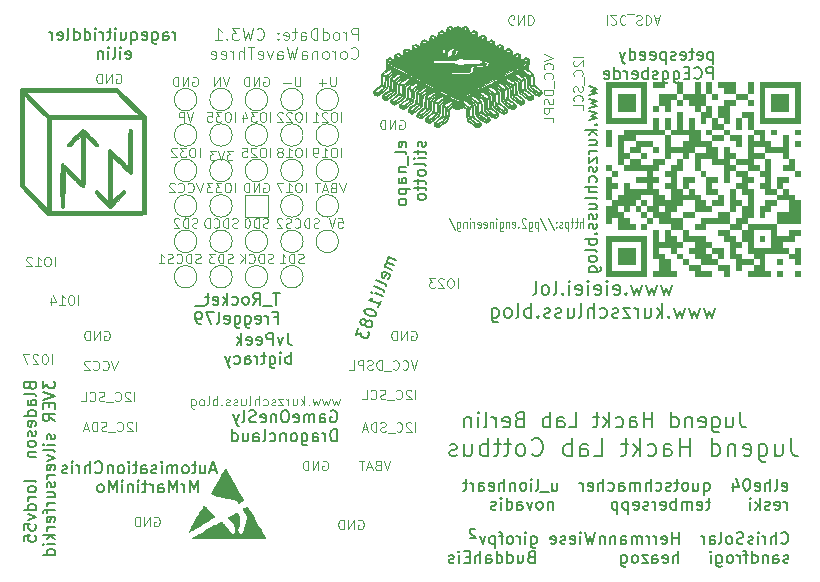
<source format=gbr>
%TF.GenerationSoftware,KiCad,Pcbnew,(5.99.0-10282-g296a9df530)*%
%TF.CreationDate,2021-04-29T22:35:14+02:00*%
%TF.ProjectId,Eck_hoch_3_V1,45636b5f-686f-4636-985f-335f56312e6b,rev?*%
%TF.SameCoordinates,Original*%
%TF.FileFunction,Legend,Bot*%
%TF.FilePolarity,Positive*%
%FSLAX46Y46*%
G04 Gerber Fmt 4.6, Leading zero omitted, Abs format (unit mm)*
G04 Created by KiCad (PCBNEW (5.99.0-10282-g296a9df530)) date 2021-04-29 22:35:14*
%MOMM*%
%LPD*%
G01*
G04 APERTURE LIST*
%ADD10C,0.200000*%
%ADD11C,0.100000*%
%ADD12C,0.150000*%
%ADD13C,0.120000*%
%ADD14C,0.010000*%
G04 APERTURE END LIST*
D10*
X161515619Y-120897695D02*
X161477523Y-120859600D01*
X161401333Y-120821504D01*
X161210857Y-120821504D01*
X161134666Y-120859600D01*
X161096571Y-120897695D01*
X161058476Y-120973885D01*
X161058476Y-121050076D01*
X161096571Y-121164361D01*
X161553714Y-121621504D01*
X161058476Y-121621504D01*
X183949333Y-110946495D02*
X183949333Y-111875066D01*
X184011238Y-112060780D01*
X184135047Y-112184590D01*
X184320761Y-112246495D01*
X184444571Y-112246495D01*
X182773142Y-111379828D02*
X182773142Y-112246495D01*
X183330285Y-111379828D02*
X183330285Y-112060780D01*
X183268380Y-112184590D01*
X183144571Y-112246495D01*
X182958857Y-112246495D01*
X182835047Y-112184590D01*
X182773142Y-112122685D01*
X181596952Y-111379828D02*
X181596952Y-112432209D01*
X181658857Y-112556019D01*
X181720761Y-112617923D01*
X181844571Y-112679828D01*
X182030285Y-112679828D01*
X182154095Y-112617923D01*
X181596952Y-112184590D02*
X181720761Y-112246495D01*
X181968380Y-112246495D01*
X182092190Y-112184590D01*
X182154095Y-112122685D01*
X182216000Y-111998876D01*
X182216000Y-111627447D01*
X182154095Y-111503638D01*
X182092190Y-111441733D01*
X181968380Y-111379828D01*
X181720761Y-111379828D01*
X181596952Y-111441733D01*
X180482666Y-112184590D02*
X180606476Y-112246495D01*
X180854095Y-112246495D01*
X180977904Y-112184590D01*
X181039809Y-112060780D01*
X181039809Y-111565542D01*
X180977904Y-111441733D01*
X180854095Y-111379828D01*
X180606476Y-111379828D01*
X180482666Y-111441733D01*
X180420761Y-111565542D01*
X180420761Y-111689352D01*
X181039809Y-111813161D01*
X179863619Y-111379828D02*
X179863619Y-112246495D01*
X179863619Y-111503638D02*
X179801714Y-111441733D01*
X179677904Y-111379828D01*
X179492190Y-111379828D01*
X179368380Y-111441733D01*
X179306476Y-111565542D01*
X179306476Y-112246495D01*
X178130285Y-112246495D02*
X178130285Y-110946495D01*
X178130285Y-112184590D02*
X178254095Y-112246495D01*
X178501714Y-112246495D01*
X178625523Y-112184590D01*
X178687428Y-112122685D01*
X178749333Y-111998876D01*
X178749333Y-111627447D01*
X178687428Y-111503638D01*
X178625523Y-111441733D01*
X178501714Y-111379828D01*
X178254095Y-111379828D01*
X178130285Y-111441733D01*
X176520761Y-112246495D02*
X176520761Y-110946495D01*
X176520761Y-111565542D02*
X175777904Y-111565542D01*
X175777904Y-112246495D02*
X175777904Y-110946495D01*
X174601714Y-112246495D02*
X174601714Y-111565542D01*
X174663619Y-111441733D01*
X174787428Y-111379828D01*
X175035047Y-111379828D01*
X175158857Y-111441733D01*
X174601714Y-112184590D02*
X174725523Y-112246495D01*
X175035047Y-112246495D01*
X175158857Y-112184590D01*
X175220761Y-112060780D01*
X175220761Y-111936971D01*
X175158857Y-111813161D01*
X175035047Y-111751257D01*
X174725523Y-111751257D01*
X174601714Y-111689352D01*
X173425523Y-112184590D02*
X173549333Y-112246495D01*
X173796952Y-112246495D01*
X173920761Y-112184590D01*
X173982666Y-112122685D01*
X174044571Y-111998876D01*
X174044571Y-111627447D01*
X173982666Y-111503638D01*
X173920761Y-111441733D01*
X173796952Y-111379828D01*
X173549333Y-111379828D01*
X173425523Y-111441733D01*
X172868380Y-112246495D02*
X172868380Y-110946495D01*
X172744571Y-111751257D02*
X172373142Y-112246495D01*
X172373142Y-111379828D02*
X172868380Y-111875066D01*
X172001714Y-111379828D02*
X171506476Y-111379828D01*
X171816000Y-110946495D02*
X171816000Y-112060780D01*
X171754095Y-112184590D01*
X171630285Y-112246495D01*
X171506476Y-112246495D01*
X169463619Y-112246495D02*
X170082666Y-112246495D01*
X170082666Y-110946495D01*
X168473142Y-112246495D02*
X168473142Y-111565542D01*
X168535047Y-111441733D01*
X168658857Y-111379828D01*
X168906476Y-111379828D01*
X169030285Y-111441733D01*
X168473142Y-112184590D02*
X168596952Y-112246495D01*
X168906476Y-112246495D01*
X169030285Y-112184590D01*
X169092190Y-112060780D01*
X169092190Y-111936971D01*
X169030285Y-111813161D01*
X168906476Y-111751257D01*
X168596952Y-111751257D01*
X168473142Y-111689352D01*
X167854095Y-112246495D02*
X167854095Y-110946495D01*
X167854095Y-111441733D02*
X167730285Y-111379828D01*
X167482666Y-111379828D01*
X167358857Y-111441733D01*
X167296952Y-111503638D01*
X167235047Y-111627447D01*
X167235047Y-111998876D01*
X167296952Y-112122685D01*
X167358857Y-112184590D01*
X167482666Y-112246495D01*
X167730285Y-112246495D01*
X167854095Y-112184590D01*
X165254095Y-111565542D02*
X165068380Y-111627447D01*
X165006476Y-111689352D01*
X164944571Y-111813161D01*
X164944571Y-111998876D01*
X165006476Y-112122685D01*
X165068380Y-112184590D01*
X165192190Y-112246495D01*
X165687428Y-112246495D01*
X165687428Y-110946495D01*
X165254095Y-110946495D01*
X165130285Y-111008400D01*
X165068380Y-111070304D01*
X165006476Y-111194114D01*
X165006476Y-111317923D01*
X165068380Y-111441733D01*
X165130285Y-111503638D01*
X165254095Y-111565542D01*
X165687428Y-111565542D01*
X163892190Y-112184590D02*
X164016000Y-112246495D01*
X164263619Y-112246495D01*
X164387428Y-112184590D01*
X164449333Y-112060780D01*
X164449333Y-111565542D01*
X164387428Y-111441733D01*
X164263619Y-111379828D01*
X164016000Y-111379828D01*
X163892190Y-111441733D01*
X163830285Y-111565542D01*
X163830285Y-111689352D01*
X164449333Y-111813161D01*
X163273142Y-112246495D02*
X163273142Y-111379828D01*
X163273142Y-111627447D02*
X163211238Y-111503638D01*
X163149333Y-111441733D01*
X163025523Y-111379828D01*
X162901714Y-111379828D01*
X162282666Y-112246495D02*
X162406476Y-112184590D01*
X162468380Y-112060780D01*
X162468380Y-110946495D01*
X161787428Y-112246495D02*
X161787428Y-111379828D01*
X161787428Y-110946495D02*
X161849333Y-111008400D01*
X161787428Y-111070304D01*
X161725523Y-111008400D01*
X161787428Y-110946495D01*
X161787428Y-111070304D01*
X161168380Y-111379828D02*
X161168380Y-112246495D01*
X161168380Y-111503638D02*
X161106476Y-111441733D01*
X160982666Y-111379828D01*
X160796952Y-111379828D01*
X160673142Y-111441733D01*
X160611238Y-111565542D01*
X160611238Y-112246495D01*
D11*
X150037009Y-109861371D02*
X149884628Y-110394704D01*
X149732247Y-110013752D01*
X149579866Y-110394704D01*
X149427485Y-109861371D01*
X149198914Y-109861371D02*
X149046533Y-110394704D01*
X148894152Y-110013752D01*
X148741771Y-110394704D01*
X148589390Y-109861371D01*
X148360819Y-109861371D02*
X148208438Y-110394704D01*
X148056057Y-110013752D01*
X147903676Y-110394704D01*
X147751295Y-109861371D01*
X147446533Y-110318514D02*
X147408438Y-110356609D01*
X147446533Y-110394704D01*
X147484628Y-110356609D01*
X147446533Y-110318514D01*
X147446533Y-110394704D01*
X147065580Y-110394704D02*
X147065580Y-109594704D01*
X146989390Y-110089942D02*
X146760819Y-110394704D01*
X146760819Y-109861371D02*
X147065580Y-110166133D01*
X146075104Y-109861371D02*
X146075104Y-110394704D01*
X146417961Y-109861371D02*
X146417961Y-110280419D01*
X146379866Y-110356609D01*
X146303676Y-110394704D01*
X146189390Y-110394704D01*
X146113200Y-110356609D01*
X146075104Y-110318514D01*
X145694152Y-110394704D02*
X145694152Y-109861371D01*
X145694152Y-110013752D02*
X145656057Y-109937561D01*
X145617961Y-109899466D01*
X145541771Y-109861371D01*
X145465580Y-109861371D01*
X145275104Y-109861371D02*
X144856057Y-109861371D01*
X145275104Y-110394704D01*
X144856057Y-110394704D01*
X144589390Y-110356609D02*
X144513200Y-110394704D01*
X144360819Y-110394704D01*
X144284628Y-110356609D01*
X144246533Y-110280419D01*
X144246533Y-110242323D01*
X144284628Y-110166133D01*
X144360819Y-110128038D01*
X144475104Y-110128038D01*
X144551295Y-110089942D01*
X144589390Y-110013752D01*
X144589390Y-109975657D01*
X144551295Y-109899466D01*
X144475104Y-109861371D01*
X144360819Y-109861371D01*
X144284628Y-109899466D01*
X143560819Y-110356609D02*
X143637009Y-110394704D01*
X143789390Y-110394704D01*
X143865580Y-110356609D01*
X143903676Y-110318514D01*
X143941771Y-110242323D01*
X143941771Y-110013752D01*
X143903676Y-109937561D01*
X143865580Y-109899466D01*
X143789390Y-109861371D01*
X143637009Y-109861371D01*
X143560819Y-109899466D01*
X143217961Y-110394704D02*
X143217961Y-109594704D01*
X142875104Y-110394704D02*
X142875104Y-109975657D01*
X142913200Y-109899466D01*
X142989390Y-109861371D01*
X143103676Y-109861371D01*
X143179866Y-109899466D01*
X143217961Y-109937561D01*
X142379866Y-110394704D02*
X142456057Y-110356609D01*
X142494152Y-110280419D01*
X142494152Y-109594704D01*
X141732247Y-109861371D02*
X141732247Y-110394704D01*
X142075104Y-109861371D02*
X142075104Y-110280419D01*
X142037009Y-110356609D01*
X141960819Y-110394704D01*
X141846533Y-110394704D01*
X141770342Y-110356609D01*
X141732247Y-110318514D01*
X141389390Y-110356609D02*
X141313200Y-110394704D01*
X141160819Y-110394704D01*
X141084628Y-110356609D01*
X141046533Y-110280419D01*
X141046533Y-110242323D01*
X141084628Y-110166133D01*
X141160819Y-110128038D01*
X141275104Y-110128038D01*
X141351295Y-110089942D01*
X141389390Y-110013752D01*
X141389390Y-109975657D01*
X141351295Y-109899466D01*
X141275104Y-109861371D01*
X141160819Y-109861371D01*
X141084628Y-109899466D01*
X140741771Y-110356609D02*
X140665580Y-110394704D01*
X140513200Y-110394704D01*
X140437009Y-110356609D01*
X140398914Y-110280419D01*
X140398914Y-110242323D01*
X140437009Y-110166133D01*
X140513200Y-110128038D01*
X140627485Y-110128038D01*
X140703676Y-110089942D01*
X140741771Y-110013752D01*
X140741771Y-109975657D01*
X140703676Y-109899466D01*
X140627485Y-109861371D01*
X140513200Y-109861371D01*
X140437009Y-109899466D01*
X140056057Y-110318514D02*
X140017961Y-110356609D01*
X140056057Y-110394704D01*
X140094152Y-110356609D01*
X140056057Y-110318514D01*
X140056057Y-110394704D01*
X139675104Y-110394704D02*
X139675104Y-109594704D01*
X139675104Y-109899466D02*
X139598914Y-109861371D01*
X139446533Y-109861371D01*
X139370342Y-109899466D01*
X139332247Y-109937561D01*
X139294152Y-110013752D01*
X139294152Y-110242323D01*
X139332247Y-110318514D01*
X139370342Y-110356609D01*
X139446533Y-110394704D01*
X139598914Y-110394704D01*
X139675104Y-110356609D01*
X138837009Y-110394704D02*
X138913200Y-110356609D01*
X138951295Y-110280419D01*
X138951295Y-109594704D01*
X138417961Y-110394704D02*
X138494152Y-110356609D01*
X138532247Y-110318514D01*
X138570342Y-110242323D01*
X138570342Y-110013752D01*
X138532247Y-109937561D01*
X138494152Y-109899466D01*
X138417961Y-109861371D01*
X138303676Y-109861371D01*
X138227485Y-109899466D01*
X138189390Y-109937561D01*
X138151295Y-110013752D01*
X138151295Y-110242323D01*
X138189390Y-110318514D01*
X138227485Y-110356609D01*
X138303676Y-110394704D01*
X138417961Y-110394704D01*
X137465580Y-109861371D02*
X137465580Y-110508990D01*
X137503676Y-110585180D01*
X137541771Y-110623276D01*
X137617961Y-110661371D01*
X137732247Y-110661371D01*
X137808438Y-110623276D01*
X137465580Y-110356609D02*
X137541771Y-110394704D01*
X137694152Y-110394704D01*
X137770342Y-110356609D01*
X137808438Y-110318514D01*
X137846533Y-110242323D01*
X137846533Y-110013752D01*
X137808438Y-109937561D01*
X137770342Y-109899466D01*
X137694152Y-109861371D01*
X137541771Y-109861371D01*
X137465580Y-109899466D01*
X131241619Y-106597504D02*
X130974952Y-107397504D01*
X130708285Y-106597504D01*
X129984476Y-107321314D02*
X130022571Y-107359409D01*
X130136857Y-107397504D01*
X130213047Y-107397504D01*
X130327333Y-107359409D01*
X130403523Y-107283219D01*
X130441619Y-107207028D01*
X130479714Y-107054647D01*
X130479714Y-106940361D01*
X130441619Y-106787980D01*
X130403523Y-106711790D01*
X130327333Y-106635600D01*
X130213047Y-106597504D01*
X130136857Y-106597504D01*
X130022571Y-106635600D01*
X129984476Y-106673695D01*
X129184476Y-107321314D02*
X129222571Y-107359409D01*
X129336857Y-107397504D01*
X129413047Y-107397504D01*
X129527333Y-107359409D01*
X129603523Y-107283219D01*
X129641619Y-107207028D01*
X129679714Y-107054647D01*
X129679714Y-106940361D01*
X129641619Y-106787980D01*
X129603523Y-106711790D01*
X129527333Y-106635600D01*
X129413047Y-106597504D01*
X129336857Y-106597504D01*
X129222571Y-106635600D01*
X129184476Y-106673695D01*
X128879714Y-106673695D02*
X128841619Y-106635600D01*
X128765428Y-106597504D01*
X128574952Y-106597504D01*
X128498761Y-106635600D01*
X128460666Y-106673695D01*
X128422571Y-106749885D01*
X128422571Y-106826076D01*
X128460666Y-106940361D01*
X128917809Y-107397504D01*
X128422571Y-107397504D01*
X132816323Y-112579104D02*
X132816323Y-111779104D01*
X132473466Y-111855295D02*
X132435371Y-111817200D01*
X132359180Y-111779104D01*
X132168704Y-111779104D01*
X132092514Y-111817200D01*
X132054419Y-111855295D01*
X132016323Y-111931485D01*
X132016323Y-112007676D01*
X132054419Y-112121961D01*
X132511561Y-112579104D01*
X132016323Y-112579104D01*
X131216323Y-112502914D02*
X131254419Y-112541009D01*
X131368704Y-112579104D01*
X131444895Y-112579104D01*
X131559180Y-112541009D01*
X131635371Y-112464819D01*
X131673466Y-112388628D01*
X131711561Y-112236247D01*
X131711561Y-112121961D01*
X131673466Y-111969580D01*
X131635371Y-111893390D01*
X131559180Y-111817200D01*
X131444895Y-111779104D01*
X131368704Y-111779104D01*
X131254419Y-111817200D01*
X131216323Y-111855295D01*
X131063942Y-112655295D02*
X130454419Y-112655295D01*
X130302038Y-112541009D02*
X130187752Y-112579104D01*
X129997276Y-112579104D01*
X129921085Y-112541009D01*
X129882990Y-112502914D01*
X129844895Y-112426723D01*
X129844895Y-112350533D01*
X129882990Y-112274342D01*
X129921085Y-112236247D01*
X129997276Y-112198152D01*
X130149657Y-112160057D01*
X130225847Y-112121961D01*
X130263942Y-112083866D01*
X130302038Y-112007676D01*
X130302038Y-111931485D01*
X130263942Y-111855295D01*
X130225847Y-111817200D01*
X130149657Y-111779104D01*
X129959180Y-111779104D01*
X129844895Y-111817200D01*
X129502038Y-112579104D02*
X129502038Y-111779104D01*
X129311561Y-111779104D01*
X129197276Y-111817200D01*
X129121085Y-111893390D01*
X129082990Y-111969580D01*
X129044895Y-112121961D01*
X129044895Y-112236247D01*
X129082990Y-112388628D01*
X129121085Y-112464819D01*
X129197276Y-112541009D01*
X129311561Y-112579104D01*
X129502038Y-112579104D01*
X128740133Y-112350533D02*
X128359180Y-112350533D01*
X128816323Y-112579104D02*
X128549657Y-111779104D01*
X128282990Y-112579104D01*
X132644876Y-110039104D02*
X132644876Y-109239104D01*
X132302019Y-109315295D02*
X132263923Y-109277200D01*
X132187733Y-109239104D01*
X131997257Y-109239104D01*
X131921066Y-109277200D01*
X131882971Y-109315295D01*
X131844876Y-109391485D01*
X131844876Y-109467676D01*
X131882971Y-109581961D01*
X132340114Y-110039104D01*
X131844876Y-110039104D01*
X131044876Y-109962914D02*
X131082971Y-110001009D01*
X131197257Y-110039104D01*
X131273447Y-110039104D01*
X131387733Y-110001009D01*
X131463923Y-109924819D01*
X131502019Y-109848628D01*
X131540114Y-109696247D01*
X131540114Y-109581961D01*
X131502019Y-109429580D01*
X131463923Y-109353390D01*
X131387733Y-109277200D01*
X131273447Y-109239104D01*
X131197257Y-109239104D01*
X131082971Y-109277200D01*
X131044876Y-109315295D01*
X130892495Y-110115295D02*
X130282971Y-110115295D01*
X130130590Y-110001009D02*
X130016304Y-110039104D01*
X129825828Y-110039104D01*
X129749638Y-110001009D01*
X129711542Y-109962914D01*
X129673447Y-109886723D01*
X129673447Y-109810533D01*
X129711542Y-109734342D01*
X129749638Y-109696247D01*
X129825828Y-109658152D01*
X129978209Y-109620057D01*
X130054399Y-109581961D01*
X130092495Y-109543866D01*
X130130590Y-109467676D01*
X130130590Y-109391485D01*
X130092495Y-109315295D01*
X130054399Y-109277200D01*
X129978209Y-109239104D01*
X129787733Y-109239104D01*
X129673447Y-109277200D01*
X128873447Y-109962914D02*
X128911542Y-110001009D01*
X129025828Y-110039104D01*
X129102019Y-110039104D01*
X129216304Y-110001009D01*
X129292495Y-109924819D01*
X129330590Y-109848628D01*
X129368685Y-109696247D01*
X129368685Y-109581961D01*
X129330590Y-109429580D01*
X129292495Y-109353390D01*
X129216304Y-109277200D01*
X129102019Y-109239104D01*
X129025828Y-109239104D01*
X128911542Y-109277200D01*
X128873447Y-109315295D01*
X128149638Y-110039104D02*
X128530590Y-110039104D01*
X128530590Y-109239104D01*
X143609523Y-91600000D02*
X143685714Y-91561904D01*
X143800000Y-91561904D01*
X143914285Y-91600000D01*
X143990476Y-91676190D01*
X144028571Y-91752380D01*
X144066666Y-91904761D01*
X144066666Y-92019047D01*
X144028571Y-92171428D01*
X143990476Y-92247619D01*
X143914285Y-92323809D01*
X143800000Y-92361904D01*
X143723809Y-92361904D01*
X143609523Y-92323809D01*
X143571428Y-92285714D01*
X143571428Y-92019047D01*
X143723809Y-92019047D01*
X143228571Y-92361904D02*
X143228571Y-91561904D01*
X142771428Y-92361904D01*
X142771428Y-91561904D01*
X142390476Y-92361904D02*
X142390476Y-91561904D01*
X142200000Y-91561904D01*
X142085714Y-91600000D01*
X142009523Y-91676190D01*
X141971428Y-91752380D01*
X141933333Y-91904761D01*
X141933333Y-92019047D01*
X141971428Y-92171428D01*
X142009523Y-92247619D01*
X142085714Y-92323809D01*
X142200000Y-92361904D01*
X142390476Y-92361904D01*
X143609523Y-82600000D02*
X143685714Y-82561904D01*
X143800000Y-82561904D01*
X143914285Y-82600000D01*
X143990476Y-82676190D01*
X144028571Y-82752380D01*
X144066666Y-82904761D01*
X144066666Y-83019047D01*
X144028571Y-83171428D01*
X143990476Y-83247619D01*
X143914285Y-83323809D01*
X143800000Y-83361904D01*
X143723809Y-83361904D01*
X143609523Y-83323809D01*
X143571428Y-83285714D01*
X143571428Y-83019047D01*
X143723809Y-83019047D01*
X143228571Y-83361904D02*
X143228571Y-82561904D01*
X142771428Y-83361904D01*
X142771428Y-82561904D01*
X142390476Y-83361904D02*
X142390476Y-82561904D01*
X142200000Y-82561904D01*
X142085714Y-82600000D01*
X142009523Y-82676190D01*
X141971428Y-82752380D01*
X141933333Y-82904761D01*
X141933333Y-83019047D01*
X141971428Y-83171428D01*
X142009523Y-83247619D01*
X142085714Y-83323809D01*
X142200000Y-83361904D01*
X142390476Y-83361904D01*
X170636704Y-80867523D02*
X169836704Y-80867523D01*
X169912895Y-81210380D02*
X169874800Y-81248476D01*
X169836704Y-81324666D01*
X169836704Y-81515142D01*
X169874800Y-81591333D01*
X169912895Y-81629428D01*
X169989085Y-81667523D01*
X170065276Y-81667523D01*
X170179561Y-81629428D01*
X170636704Y-81172285D01*
X170636704Y-81667523D01*
X170560514Y-82467523D02*
X170598609Y-82429428D01*
X170636704Y-82315142D01*
X170636704Y-82238952D01*
X170598609Y-82124666D01*
X170522419Y-82048476D01*
X170446228Y-82010380D01*
X170293847Y-81972285D01*
X170179561Y-81972285D01*
X170027180Y-82010380D01*
X169950990Y-82048476D01*
X169874800Y-82124666D01*
X169836704Y-82238952D01*
X169836704Y-82315142D01*
X169874800Y-82429428D01*
X169912895Y-82467523D01*
X170712895Y-82619904D02*
X170712895Y-83229428D01*
X170598609Y-83381809D02*
X170636704Y-83496095D01*
X170636704Y-83686571D01*
X170598609Y-83762761D01*
X170560514Y-83800857D01*
X170484323Y-83838952D01*
X170408133Y-83838952D01*
X170331942Y-83800857D01*
X170293847Y-83762761D01*
X170255752Y-83686571D01*
X170217657Y-83534190D01*
X170179561Y-83458000D01*
X170141466Y-83419904D01*
X170065276Y-83381809D01*
X169989085Y-83381809D01*
X169912895Y-83419904D01*
X169874800Y-83458000D01*
X169836704Y-83534190D01*
X169836704Y-83724666D01*
X169874800Y-83838952D01*
X170560514Y-84638952D02*
X170598609Y-84600857D01*
X170636704Y-84486571D01*
X170636704Y-84410380D01*
X170598609Y-84296095D01*
X170522419Y-84219904D01*
X170446228Y-84181809D01*
X170293847Y-84143714D01*
X170179561Y-84143714D01*
X170027180Y-84181809D01*
X169950990Y-84219904D01*
X169874800Y-84296095D01*
X169836704Y-84410380D01*
X169836704Y-84486571D01*
X169874800Y-84600857D01*
X169912895Y-84638952D01*
X170636704Y-85362761D02*
X170636704Y-84981809D01*
X169836704Y-84981809D01*
X151609523Y-120100000D02*
X151685714Y-120061904D01*
X151800000Y-120061904D01*
X151914285Y-120100000D01*
X151990476Y-120176190D01*
X152028571Y-120252380D01*
X152066666Y-120404761D01*
X152066666Y-120519047D01*
X152028571Y-120671428D01*
X151990476Y-120747619D01*
X151914285Y-120823809D01*
X151800000Y-120861904D01*
X151723809Y-120861904D01*
X151609523Y-120823809D01*
X151571428Y-120785714D01*
X151571428Y-120519047D01*
X151723809Y-120519047D01*
X151228571Y-120861904D02*
X151228571Y-120061904D01*
X150771428Y-120861904D01*
X150771428Y-120061904D01*
X150390476Y-120861904D02*
X150390476Y-120061904D01*
X150200000Y-120061904D01*
X150085714Y-120100000D01*
X150009523Y-120176190D01*
X149971428Y-120252380D01*
X149933333Y-120404761D01*
X149933333Y-120519047D01*
X149971428Y-120671428D01*
X150009523Y-120747619D01*
X150085714Y-120823809D01*
X150200000Y-120861904D01*
X150390476Y-120861904D01*
X144428571Y-98323809D02*
X144314285Y-98361904D01*
X144123809Y-98361904D01*
X144047619Y-98323809D01*
X144009523Y-98285714D01*
X143971428Y-98209523D01*
X143971428Y-98133333D01*
X144009523Y-98057142D01*
X144047619Y-98019047D01*
X144123809Y-97980952D01*
X144276190Y-97942857D01*
X144352380Y-97904761D01*
X144390476Y-97866666D01*
X144428571Y-97790476D01*
X144428571Y-97714285D01*
X144390476Y-97638095D01*
X144352380Y-97600000D01*
X144276190Y-97561904D01*
X144085714Y-97561904D01*
X143971428Y-97600000D01*
X143628571Y-98361904D02*
X143628571Y-97561904D01*
X143438095Y-97561904D01*
X143323809Y-97600000D01*
X143247619Y-97676190D01*
X143209523Y-97752380D01*
X143171428Y-97904761D01*
X143171428Y-98019047D01*
X143209523Y-98171428D01*
X143247619Y-98247619D01*
X143323809Y-98323809D01*
X143438095Y-98361904D01*
X143628571Y-98361904D01*
X142371428Y-98285714D02*
X142409523Y-98323809D01*
X142523809Y-98361904D01*
X142600000Y-98361904D01*
X142714285Y-98323809D01*
X142790476Y-98247619D01*
X142828571Y-98171428D01*
X142866666Y-98019047D01*
X142866666Y-97904761D01*
X142828571Y-97752380D01*
X142790476Y-97676190D01*
X142714285Y-97600000D01*
X142600000Y-97561904D01*
X142523809Y-97561904D01*
X142409523Y-97600000D01*
X142371428Y-97638095D01*
X142028571Y-98361904D02*
X142028571Y-97561904D01*
X141571428Y-98361904D02*
X141914285Y-97904761D01*
X141571428Y-97561904D02*
X142028571Y-98019047D01*
X144180952Y-86361904D02*
X144180952Y-85561904D01*
X143647619Y-85561904D02*
X143495238Y-85561904D01*
X143419047Y-85600000D01*
X143342857Y-85676190D01*
X143304761Y-85828571D01*
X143304761Y-86095238D01*
X143342857Y-86247619D01*
X143419047Y-86323809D01*
X143495238Y-86361904D01*
X143647619Y-86361904D01*
X143723809Y-86323809D01*
X143800000Y-86247619D01*
X143838095Y-86095238D01*
X143838095Y-85828571D01*
X143800000Y-85676190D01*
X143723809Y-85600000D01*
X143647619Y-85561904D01*
X143038095Y-85561904D02*
X142542857Y-85561904D01*
X142809523Y-85866666D01*
X142695238Y-85866666D01*
X142619047Y-85904761D01*
X142580952Y-85942857D01*
X142542857Y-86019047D01*
X142542857Y-86209523D01*
X142580952Y-86285714D01*
X142619047Y-86323809D01*
X142695238Y-86361904D01*
X142923809Y-86361904D01*
X143000000Y-86323809D01*
X143038095Y-86285714D01*
X141857142Y-85828571D02*
X141857142Y-86361904D01*
X142047619Y-85523809D02*
X142238095Y-86095238D01*
X141742857Y-86095238D01*
X151588904Y-79454180D02*
X151588904Y-78454180D01*
X151207952Y-78454180D01*
X151112714Y-78501800D01*
X151065095Y-78549419D01*
X151017476Y-78644657D01*
X151017476Y-78787514D01*
X151065095Y-78882752D01*
X151112714Y-78930371D01*
X151207952Y-78977990D01*
X151588904Y-78977990D01*
X150588904Y-79454180D02*
X150588904Y-78787514D01*
X150588904Y-78977990D02*
X150541285Y-78882752D01*
X150493666Y-78835133D01*
X150398428Y-78787514D01*
X150303190Y-78787514D01*
X149827000Y-79454180D02*
X149922238Y-79406561D01*
X149969857Y-79358942D01*
X150017476Y-79263704D01*
X150017476Y-78977990D01*
X149969857Y-78882752D01*
X149922238Y-78835133D01*
X149827000Y-78787514D01*
X149684142Y-78787514D01*
X149588904Y-78835133D01*
X149541285Y-78882752D01*
X149493666Y-78977990D01*
X149493666Y-79263704D01*
X149541285Y-79358942D01*
X149588904Y-79406561D01*
X149684142Y-79454180D01*
X149827000Y-79454180D01*
X148636523Y-79454180D02*
X148636523Y-78454180D01*
X148636523Y-79406561D02*
X148731761Y-79454180D01*
X148922238Y-79454180D01*
X149017476Y-79406561D01*
X149065095Y-79358942D01*
X149112714Y-79263704D01*
X149112714Y-78977990D01*
X149065095Y-78882752D01*
X149017476Y-78835133D01*
X148922238Y-78787514D01*
X148731761Y-78787514D01*
X148636523Y-78835133D01*
X148160333Y-79454180D02*
X148160333Y-78454180D01*
X147922238Y-78454180D01*
X147779380Y-78501800D01*
X147684142Y-78597038D01*
X147636523Y-78692276D01*
X147588904Y-78882752D01*
X147588904Y-79025609D01*
X147636523Y-79216085D01*
X147684142Y-79311323D01*
X147779380Y-79406561D01*
X147922238Y-79454180D01*
X148160333Y-79454180D01*
X146731761Y-79454180D02*
X146731761Y-78930371D01*
X146779380Y-78835133D01*
X146874619Y-78787514D01*
X147065095Y-78787514D01*
X147160333Y-78835133D01*
X146731761Y-79406561D02*
X146827000Y-79454180D01*
X147065095Y-79454180D01*
X147160333Y-79406561D01*
X147207952Y-79311323D01*
X147207952Y-79216085D01*
X147160333Y-79120847D01*
X147065095Y-79073228D01*
X146827000Y-79073228D01*
X146731761Y-79025609D01*
X146398428Y-78787514D02*
X146017476Y-78787514D01*
X146255571Y-78454180D02*
X146255571Y-79311323D01*
X146207952Y-79406561D01*
X146112714Y-79454180D01*
X146017476Y-79454180D01*
X145303190Y-79406561D02*
X145398428Y-79454180D01*
X145588904Y-79454180D01*
X145684142Y-79406561D01*
X145731761Y-79311323D01*
X145731761Y-78930371D01*
X145684142Y-78835133D01*
X145588904Y-78787514D01*
X145398428Y-78787514D01*
X145303190Y-78835133D01*
X145255571Y-78930371D01*
X145255571Y-79025609D01*
X145731761Y-79120847D01*
X144827000Y-79358942D02*
X144779380Y-79406561D01*
X144827000Y-79454180D01*
X144874619Y-79406561D01*
X144827000Y-79358942D01*
X144827000Y-79454180D01*
X144827000Y-78835133D02*
X144779380Y-78882752D01*
X144827000Y-78930371D01*
X144874619Y-78882752D01*
X144827000Y-78835133D01*
X144827000Y-78930371D01*
X143017476Y-79358942D02*
X143065095Y-79406561D01*
X143207952Y-79454180D01*
X143303190Y-79454180D01*
X143446047Y-79406561D01*
X143541285Y-79311323D01*
X143588904Y-79216085D01*
X143636523Y-79025609D01*
X143636523Y-78882752D01*
X143588904Y-78692276D01*
X143541285Y-78597038D01*
X143446047Y-78501800D01*
X143303190Y-78454180D01*
X143207952Y-78454180D01*
X143065095Y-78501800D01*
X143017476Y-78549419D01*
X142684142Y-78454180D02*
X142446047Y-79454180D01*
X142255571Y-78739895D01*
X142065095Y-79454180D01*
X141827000Y-78454180D01*
X141541285Y-78454180D02*
X140922238Y-78454180D01*
X141255571Y-78835133D01*
X141112714Y-78835133D01*
X141017476Y-78882752D01*
X140969857Y-78930371D01*
X140922238Y-79025609D01*
X140922238Y-79263704D01*
X140969857Y-79358942D01*
X141017476Y-79406561D01*
X141112714Y-79454180D01*
X141398428Y-79454180D01*
X141493666Y-79406561D01*
X141541285Y-79358942D01*
X140493666Y-79358942D02*
X140446047Y-79406561D01*
X140493666Y-79454180D01*
X140541285Y-79406561D01*
X140493666Y-79358942D01*
X140493666Y-79454180D01*
X139493666Y-79454180D02*
X140065095Y-79454180D01*
X139779380Y-79454180D02*
X139779380Y-78454180D01*
X139874619Y-78597038D01*
X139969857Y-78692276D01*
X140065095Y-78739895D01*
X151017476Y-80968942D02*
X151065095Y-81016561D01*
X151207952Y-81064180D01*
X151303190Y-81064180D01*
X151446047Y-81016561D01*
X151541285Y-80921323D01*
X151588904Y-80826085D01*
X151636523Y-80635609D01*
X151636523Y-80492752D01*
X151588904Y-80302276D01*
X151541285Y-80207038D01*
X151446047Y-80111800D01*
X151303190Y-80064180D01*
X151207952Y-80064180D01*
X151065095Y-80111800D01*
X151017476Y-80159419D01*
X150446047Y-81064180D02*
X150541285Y-81016561D01*
X150588904Y-80968942D01*
X150636523Y-80873704D01*
X150636523Y-80587990D01*
X150588904Y-80492752D01*
X150541285Y-80445133D01*
X150446047Y-80397514D01*
X150303190Y-80397514D01*
X150207952Y-80445133D01*
X150160333Y-80492752D01*
X150112714Y-80587990D01*
X150112714Y-80873704D01*
X150160333Y-80968942D01*
X150207952Y-81016561D01*
X150303190Y-81064180D01*
X150446047Y-81064180D01*
X149684142Y-81064180D02*
X149684142Y-80397514D01*
X149684142Y-80587990D02*
X149636523Y-80492752D01*
X149588904Y-80445133D01*
X149493666Y-80397514D01*
X149398428Y-80397514D01*
X148922238Y-81064180D02*
X149017476Y-81016561D01*
X149065095Y-80968942D01*
X149112714Y-80873704D01*
X149112714Y-80587990D01*
X149065095Y-80492752D01*
X149017476Y-80445133D01*
X148922238Y-80397514D01*
X148779380Y-80397514D01*
X148684142Y-80445133D01*
X148636523Y-80492752D01*
X148588904Y-80587990D01*
X148588904Y-80873704D01*
X148636523Y-80968942D01*
X148684142Y-81016561D01*
X148779380Y-81064180D01*
X148922238Y-81064180D01*
X148160333Y-80397514D02*
X148160333Y-81064180D01*
X148160333Y-80492752D02*
X148112714Y-80445133D01*
X148017476Y-80397514D01*
X147874619Y-80397514D01*
X147779380Y-80445133D01*
X147731761Y-80540371D01*
X147731761Y-81064180D01*
X146827000Y-81064180D02*
X146827000Y-80540371D01*
X146874619Y-80445133D01*
X146969857Y-80397514D01*
X147160333Y-80397514D01*
X147255571Y-80445133D01*
X146827000Y-81016561D02*
X146922238Y-81064180D01*
X147160333Y-81064180D01*
X147255571Y-81016561D01*
X147303190Y-80921323D01*
X147303190Y-80826085D01*
X147255571Y-80730847D01*
X147160333Y-80683228D01*
X146922238Y-80683228D01*
X146827000Y-80635609D01*
X146446047Y-80064180D02*
X146207952Y-81064180D01*
X146017476Y-80349895D01*
X145827000Y-81064180D01*
X145588904Y-80064180D01*
X144779380Y-81064180D02*
X144779380Y-80540371D01*
X144827000Y-80445133D01*
X144922238Y-80397514D01*
X145112714Y-80397514D01*
X145207952Y-80445133D01*
X144779380Y-81016561D02*
X144874619Y-81064180D01*
X145112714Y-81064180D01*
X145207952Y-81016561D01*
X145255571Y-80921323D01*
X145255571Y-80826085D01*
X145207952Y-80730847D01*
X145112714Y-80683228D01*
X144874619Y-80683228D01*
X144779380Y-80635609D01*
X144398428Y-80397514D02*
X144160333Y-81064180D01*
X143922238Y-80397514D01*
X143160333Y-81016561D02*
X143255571Y-81064180D01*
X143446047Y-81064180D01*
X143541285Y-81016561D01*
X143588904Y-80921323D01*
X143588904Y-80540371D01*
X143541285Y-80445133D01*
X143446047Y-80397514D01*
X143255571Y-80397514D01*
X143160333Y-80445133D01*
X143112714Y-80540371D01*
X143112714Y-80635609D01*
X143588904Y-80730847D01*
X142827000Y-80064180D02*
X142255571Y-80064180D01*
X142541285Y-81064180D02*
X142541285Y-80064180D01*
X141922238Y-81064180D02*
X141922238Y-80064180D01*
X141493666Y-81064180D02*
X141493666Y-80540371D01*
X141541285Y-80445133D01*
X141636523Y-80397514D01*
X141779380Y-80397514D01*
X141874619Y-80445133D01*
X141922238Y-80492752D01*
X141017476Y-81064180D02*
X141017476Y-80397514D01*
X141017476Y-80587990D02*
X140969857Y-80492752D01*
X140922238Y-80445133D01*
X140827000Y-80397514D01*
X140731761Y-80397514D01*
X140017476Y-81016561D02*
X140112714Y-81064180D01*
X140303190Y-81064180D01*
X140398428Y-81016561D01*
X140446047Y-80921323D01*
X140446047Y-80540371D01*
X140398428Y-80445133D01*
X140303190Y-80397514D01*
X140112714Y-80397514D01*
X140017476Y-80445133D01*
X139969857Y-80540371D01*
X139969857Y-80635609D01*
X140446047Y-80730847D01*
X139160333Y-81016561D02*
X139255571Y-81064180D01*
X139446047Y-81064180D01*
X139541285Y-81016561D01*
X139588904Y-80921323D01*
X139588904Y-80540371D01*
X139541285Y-80445133D01*
X139446047Y-80397514D01*
X139255571Y-80397514D01*
X139160333Y-80445133D01*
X139112714Y-80540371D01*
X139112714Y-80635609D01*
X139588904Y-80730847D01*
X155143123Y-86264800D02*
X155219314Y-86226704D01*
X155333600Y-86226704D01*
X155447885Y-86264800D01*
X155524076Y-86340990D01*
X155562171Y-86417180D01*
X155600266Y-86569561D01*
X155600266Y-86683847D01*
X155562171Y-86836228D01*
X155524076Y-86912419D01*
X155447885Y-86988609D01*
X155333600Y-87026704D01*
X155257409Y-87026704D01*
X155143123Y-86988609D01*
X155105028Y-86950514D01*
X155105028Y-86683847D01*
X155257409Y-86683847D01*
X154762171Y-87026704D02*
X154762171Y-86226704D01*
X154305028Y-87026704D01*
X154305028Y-86226704D01*
X153924076Y-87026704D02*
X153924076Y-86226704D01*
X153733600Y-86226704D01*
X153619314Y-86264800D01*
X153543123Y-86340990D01*
X153505028Y-86417180D01*
X153466933Y-86569561D01*
X153466933Y-86683847D01*
X153505028Y-86836228D01*
X153543123Y-86912419D01*
X153619314Y-86988609D01*
X153733600Y-87026704D01*
X153924076Y-87026704D01*
X156440476Y-109861904D02*
X156440476Y-109061904D01*
X156097619Y-109138095D02*
X156059523Y-109100000D01*
X155983333Y-109061904D01*
X155792857Y-109061904D01*
X155716666Y-109100000D01*
X155678571Y-109138095D01*
X155640476Y-109214285D01*
X155640476Y-109290476D01*
X155678571Y-109404761D01*
X156135714Y-109861904D01*
X155640476Y-109861904D01*
X154840476Y-109785714D02*
X154878571Y-109823809D01*
X154992857Y-109861904D01*
X155069047Y-109861904D01*
X155183333Y-109823809D01*
X155259523Y-109747619D01*
X155297619Y-109671428D01*
X155335714Y-109519047D01*
X155335714Y-109404761D01*
X155297619Y-109252380D01*
X155259523Y-109176190D01*
X155183333Y-109100000D01*
X155069047Y-109061904D01*
X154992857Y-109061904D01*
X154878571Y-109100000D01*
X154840476Y-109138095D01*
X154688095Y-109938095D02*
X154078571Y-109938095D01*
X153926190Y-109823809D02*
X153811904Y-109861904D01*
X153621428Y-109861904D01*
X153545238Y-109823809D01*
X153507142Y-109785714D01*
X153469047Y-109709523D01*
X153469047Y-109633333D01*
X153507142Y-109557142D01*
X153545238Y-109519047D01*
X153621428Y-109480952D01*
X153773809Y-109442857D01*
X153850000Y-109404761D01*
X153888095Y-109366666D01*
X153926190Y-109290476D01*
X153926190Y-109214285D01*
X153888095Y-109138095D01*
X153850000Y-109100000D01*
X153773809Y-109061904D01*
X153583333Y-109061904D01*
X153469047Y-109100000D01*
X152669047Y-109785714D02*
X152707142Y-109823809D01*
X152821428Y-109861904D01*
X152897619Y-109861904D01*
X153011904Y-109823809D01*
X153088095Y-109747619D01*
X153126190Y-109671428D01*
X153164285Y-109519047D01*
X153164285Y-109404761D01*
X153126190Y-109252380D01*
X153088095Y-109176190D01*
X153011904Y-109100000D01*
X152897619Y-109061904D01*
X152821428Y-109061904D01*
X152707142Y-109100000D01*
X152669047Y-109138095D01*
X151945238Y-109861904D02*
X152326190Y-109861904D01*
X152326190Y-109061904D01*
D10*
X188255085Y-113173771D02*
X188255085Y-114245200D01*
X188326514Y-114459485D01*
X188469371Y-114602342D01*
X188683657Y-114673771D01*
X188826514Y-114673771D01*
X186897942Y-113673771D02*
X186897942Y-114673771D01*
X187540800Y-113673771D02*
X187540800Y-114459485D01*
X187469371Y-114602342D01*
X187326514Y-114673771D01*
X187112228Y-114673771D01*
X186969371Y-114602342D01*
X186897942Y-114530914D01*
X185540800Y-113673771D02*
X185540800Y-114888057D01*
X185612228Y-115030914D01*
X185683657Y-115102342D01*
X185826514Y-115173771D01*
X186040800Y-115173771D01*
X186183657Y-115102342D01*
X185540800Y-114602342D02*
X185683657Y-114673771D01*
X185969371Y-114673771D01*
X186112228Y-114602342D01*
X186183657Y-114530914D01*
X186255085Y-114388057D01*
X186255085Y-113959485D01*
X186183657Y-113816628D01*
X186112228Y-113745200D01*
X185969371Y-113673771D01*
X185683657Y-113673771D01*
X185540800Y-113745200D01*
X184255085Y-114602342D02*
X184397942Y-114673771D01*
X184683657Y-114673771D01*
X184826514Y-114602342D01*
X184897942Y-114459485D01*
X184897942Y-113888057D01*
X184826514Y-113745200D01*
X184683657Y-113673771D01*
X184397942Y-113673771D01*
X184255085Y-113745200D01*
X184183657Y-113888057D01*
X184183657Y-114030914D01*
X184897942Y-114173771D01*
X183540800Y-113673771D02*
X183540800Y-114673771D01*
X183540800Y-113816628D02*
X183469371Y-113745200D01*
X183326514Y-113673771D01*
X183112228Y-113673771D01*
X182969371Y-113745200D01*
X182897942Y-113888057D01*
X182897942Y-114673771D01*
X181540800Y-114673771D02*
X181540800Y-113173771D01*
X181540800Y-114602342D02*
X181683657Y-114673771D01*
X181969371Y-114673771D01*
X182112228Y-114602342D01*
X182183657Y-114530914D01*
X182255085Y-114388057D01*
X182255085Y-113959485D01*
X182183657Y-113816628D01*
X182112228Y-113745200D01*
X181969371Y-113673771D01*
X181683657Y-113673771D01*
X181540800Y-113745200D01*
X179683657Y-114673771D02*
X179683657Y-113173771D01*
X179683657Y-113888057D02*
X178826514Y-113888057D01*
X178826514Y-114673771D02*
X178826514Y-113173771D01*
X177469371Y-114673771D02*
X177469371Y-113888057D01*
X177540800Y-113745200D01*
X177683657Y-113673771D01*
X177969371Y-113673771D01*
X178112228Y-113745200D01*
X177469371Y-114602342D02*
X177612228Y-114673771D01*
X177969371Y-114673771D01*
X178112228Y-114602342D01*
X178183657Y-114459485D01*
X178183657Y-114316628D01*
X178112228Y-114173771D01*
X177969371Y-114102342D01*
X177612228Y-114102342D01*
X177469371Y-114030914D01*
X176112228Y-114602342D02*
X176255085Y-114673771D01*
X176540800Y-114673771D01*
X176683657Y-114602342D01*
X176755085Y-114530914D01*
X176826514Y-114388057D01*
X176826514Y-113959485D01*
X176755085Y-113816628D01*
X176683657Y-113745200D01*
X176540800Y-113673771D01*
X176255085Y-113673771D01*
X176112228Y-113745200D01*
X175469371Y-114673771D02*
X175469371Y-113173771D01*
X175326514Y-114102342D02*
X174897942Y-114673771D01*
X174897942Y-113673771D02*
X175469371Y-114245200D01*
X174469371Y-113673771D02*
X173897942Y-113673771D01*
X174255085Y-113173771D02*
X174255085Y-114459485D01*
X174183657Y-114602342D01*
X174040800Y-114673771D01*
X173897942Y-114673771D01*
X171540800Y-114673771D02*
X172255085Y-114673771D01*
X172255085Y-113173771D01*
X170397942Y-114673771D02*
X170397942Y-113888057D01*
X170469371Y-113745200D01*
X170612228Y-113673771D01*
X170897942Y-113673771D01*
X171040800Y-113745200D01*
X170397942Y-114602342D02*
X170540800Y-114673771D01*
X170897942Y-114673771D01*
X171040800Y-114602342D01*
X171112228Y-114459485D01*
X171112228Y-114316628D01*
X171040800Y-114173771D01*
X170897942Y-114102342D01*
X170540800Y-114102342D01*
X170397942Y-114030914D01*
X169683657Y-114673771D02*
X169683657Y-113173771D01*
X169683657Y-113745200D02*
X169540800Y-113673771D01*
X169255085Y-113673771D01*
X169112228Y-113745200D01*
X169040800Y-113816628D01*
X168969371Y-113959485D01*
X168969371Y-114388057D01*
X169040800Y-114530914D01*
X169112228Y-114602342D01*
X169255085Y-114673771D01*
X169540800Y-114673771D01*
X169683657Y-114602342D01*
X166326514Y-114530914D02*
X166397942Y-114602342D01*
X166612228Y-114673771D01*
X166755085Y-114673771D01*
X166969371Y-114602342D01*
X167112228Y-114459485D01*
X167183657Y-114316628D01*
X167255085Y-114030914D01*
X167255085Y-113816628D01*
X167183657Y-113530914D01*
X167112228Y-113388057D01*
X166969371Y-113245200D01*
X166755085Y-113173771D01*
X166612228Y-113173771D01*
X166397942Y-113245200D01*
X166326514Y-113316628D01*
X165469371Y-114673771D02*
X165612228Y-114602342D01*
X165683657Y-114530914D01*
X165755085Y-114388057D01*
X165755085Y-113959485D01*
X165683657Y-113816628D01*
X165612228Y-113745200D01*
X165469371Y-113673771D01*
X165255085Y-113673771D01*
X165112228Y-113745200D01*
X165040800Y-113816628D01*
X164969371Y-113959485D01*
X164969371Y-114388057D01*
X165040800Y-114530914D01*
X165112228Y-114602342D01*
X165255085Y-114673771D01*
X165469371Y-114673771D01*
X164540800Y-113673771D02*
X163969371Y-113673771D01*
X164326514Y-113173771D02*
X164326514Y-114459485D01*
X164255085Y-114602342D01*
X164112228Y-114673771D01*
X163969371Y-114673771D01*
X163683657Y-113673771D02*
X163112228Y-113673771D01*
X163469371Y-113173771D02*
X163469371Y-114459485D01*
X163397942Y-114602342D01*
X163255085Y-114673771D01*
X163112228Y-114673771D01*
X162612228Y-114673771D02*
X162612228Y-113173771D01*
X162612228Y-113745200D02*
X162469371Y-113673771D01*
X162183657Y-113673771D01*
X162040800Y-113745200D01*
X161969371Y-113816628D01*
X161897942Y-113959485D01*
X161897942Y-114388057D01*
X161969371Y-114530914D01*
X162040800Y-114602342D01*
X162183657Y-114673771D01*
X162469371Y-114673771D01*
X162612228Y-114602342D01*
X160612228Y-113673771D02*
X160612228Y-114673771D01*
X161255085Y-113673771D02*
X161255085Y-114459485D01*
X161183657Y-114602342D01*
X161040800Y-114673771D01*
X160826514Y-114673771D01*
X160683657Y-114602342D01*
X160612228Y-114530914D01*
X159969371Y-114602342D02*
X159826514Y-114673771D01*
X159540800Y-114673771D01*
X159397942Y-114602342D01*
X159326514Y-114459485D01*
X159326514Y-114388057D01*
X159397942Y-114245200D01*
X159540800Y-114173771D01*
X159755085Y-114173771D01*
X159897942Y-114102342D01*
X159969371Y-113959485D01*
X159969371Y-113888057D01*
X159897942Y-113745200D01*
X159755085Y-113673771D01*
X159540800Y-113673771D01*
X159397942Y-113745200D01*
D11*
X147180952Y-89361904D02*
X147180952Y-88561904D01*
X146647619Y-88561904D02*
X146495238Y-88561904D01*
X146419047Y-88600000D01*
X146342857Y-88676190D01*
X146304761Y-88828571D01*
X146304761Y-89095238D01*
X146342857Y-89247619D01*
X146419047Y-89323809D01*
X146495238Y-89361904D01*
X146647619Y-89361904D01*
X146723809Y-89323809D01*
X146800000Y-89247619D01*
X146838095Y-89095238D01*
X146838095Y-88828571D01*
X146800000Y-88676190D01*
X146723809Y-88600000D01*
X146647619Y-88561904D01*
X145542857Y-89361904D02*
X146000000Y-89361904D01*
X145771428Y-89361904D02*
X145771428Y-88561904D01*
X145847619Y-88676190D01*
X145923809Y-88752380D01*
X146000000Y-88790476D01*
X145085714Y-88904761D02*
X145161904Y-88866666D01*
X145200000Y-88828571D01*
X145238095Y-88752380D01*
X145238095Y-88714285D01*
X145200000Y-88638095D01*
X145161904Y-88600000D01*
X145085714Y-88561904D01*
X144933333Y-88561904D01*
X144857142Y-88600000D01*
X144819047Y-88638095D01*
X144780952Y-88714285D01*
X144780952Y-88752380D01*
X144819047Y-88828571D01*
X144857142Y-88866666D01*
X144933333Y-88904761D01*
X145085714Y-88904761D01*
X145161904Y-88942857D01*
X145200000Y-88980952D01*
X145238095Y-89057142D01*
X145238095Y-89209523D01*
X145200000Y-89285714D01*
X145161904Y-89323809D01*
X145085714Y-89361904D01*
X144933333Y-89361904D01*
X144857142Y-89323809D01*
X144819047Y-89285714D01*
X144780952Y-89209523D01*
X144780952Y-89057142D01*
X144819047Y-88980952D01*
X144857142Y-88942857D01*
X144933333Y-88904761D01*
D10*
X187426876Y-122030942D02*
X187474495Y-122078561D01*
X187617352Y-122126180D01*
X187712590Y-122126180D01*
X187855447Y-122078561D01*
X187950685Y-121983323D01*
X187998304Y-121888085D01*
X188045923Y-121697609D01*
X188045923Y-121554752D01*
X187998304Y-121364276D01*
X187950685Y-121269038D01*
X187855447Y-121173800D01*
X187712590Y-121126180D01*
X187617352Y-121126180D01*
X187474495Y-121173800D01*
X187426876Y-121221419D01*
X186998304Y-122126180D02*
X186998304Y-121126180D01*
X186569733Y-122126180D02*
X186569733Y-121602371D01*
X186617352Y-121507133D01*
X186712590Y-121459514D01*
X186855447Y-121459514D01*
X186950685Y-121507133D01*
X186998304Y-121554752D01*
X186093542Y-122126180D02*
X186093542Y-121459514D01*
X186093542Y-121649990D02*
X186045923Y-121554752D01*
X185998304Y-121507133D01*
X185903066Y-121459514D01*
X185807828Y-121459514D01*
X185474495Y-122126180D02*
X185474495Y-121459514D01*
X185474495Y-121126180D02*
X185522114Y-121173800D01*
X185474495Y-121221419D01*
X185426876Y-121173800D01*
X185474495Y-121126180D01*
X185474495Y-121221419D01*
X185045923Y-122078561D02*
X184950685Y-122126180D01*
X184760209Y-122126180D01*
X184664971Y-122078561D01*
X184617352Y-121983323D01*
X184617352Y-121935704D01*
X184664971Y-121840466D01*
X184760209Y-121792847D01*
X184903066Y-121792847D01*
X184998304Y-121745228D01*
X185045923Y-121649990D01*
X185045923Y-121602371D01*
X184998304Y-121507133D01*
X184903066Y-121459514D01*
X184760209Y-121459514D01*
X184664971Y-121507133D01*
X184236400Y-122078561D02*
X184093542Y-122126180D01*
X183855447Y-122126180D01*
X183760209Y-122078561D01*
X183712590Y-122030942D01*
X183664971Y-121935704D01*
X183664971Y-121840466D01*
X183712590Y-121745228D01*
X183760209Y-121697609D01*
X183855447Y-121649990D01*
X184045923Y-121602371D01*
X184141161Y-121554752D01*
X184188780Y-121507133D01*
X184236400Y-121411895D01*
X184236400Y-121316657D01*
X184188780Y-121221419D01*
X184141161Y-121173800D01*
X184045923Y-121126180D01*
X183807828Y-121126180D01*
X183664971Y-121173800D01*
X183093542Y-122126180D02*
X183188780Y-122078561D01*
X183236400Y-122030942D01*
X183284019Y-121935704D01*
X183284019Y-121649990D01*
X183236400Y-121554752D01*
X183188780Y-121507133D01*
X183093542Y-121459514D01*
X182950685Y-121459514D01*
X182855447Y-121507133D01*
X182807828Y-121554752D01*
X182760209Y-121649990D01*
X182760209Y-121935704D01*
X182807828Y-122030942D01*
X182855447Y-122078561D01*
X182950685Y-122126180D01*
X183093542Y-122126180D01*
X182188780Y-122126180D02*
X182284019Y-122078561D01*
X182331638Y-121983323D01*
X182331638Y-121126180D01*
X181379257Y-122126180D02*
X181379257Y-121602371D01*
X181426876Y-121507133D01*
X181522114Y-121459514D01*
X181712590Y-121459514D01*
X181807828Y-121507133D01*
X181379257Y-122078561D02*
X181474495Y-122126180D01*
X181712590Y-122126180D01*
X181807828Y-122078561D01*
X181855447Y-121983323D01*
X181855447Y-121888085D01*
X181807828Y-121792847D01*
X181712590Y-121745228D01*
X181474495Y-121745228D01*
X181379257Y-121697609D01*
X180903066Y-122126180D02*
X180903066Y-121459514D01*
X180903066Y-121649990D02*
X180855447Y-121554752D01*
X180807828Y-121507133D01*
X180712590Y-121459514D01*
X180617352Y-121459514D01*
X178760209Y-122126180D02*
X178760209Y-121126180D01*
X178760209Y-121602371D02*
X178188780Y-121602371D01*
X178188780Y-122126180D02*
X178188780Y-121126180D01*
X177331638Y-122078561D02*
X177426876Y-122126180D01*
X177617352Y-122126180D01*
X177712590Y-122078561D01*
X177760209Y-121983323D01*
X177760209Y-121602371D01*
X177712590Y-121507133D01*
X177617352Y-121459514D01*
X177426876Y-121459514D01*
X177331638Y-121507133D01*
X177284019Y-121602371D01*
X177284019Y-121697609D01*
X177760209Y-121792847D01*
X176855447Y-122126180D02*
X176855447Y-121459514D01*
X176855447Y-121649990D02*
X176807828Y-121554752D01*
X176760209Y-121507133D01*
X176664971Y-121459514D01*
X176569733Y-121459514D01*
X176236400Y-122126180D02*
X176236400Y-121459514D01*
X176236400Y-121649990D02*
X176188780Y-121554752D01*
X176141161Y-121507133D01*
X176045923Y-121459514D01*
X175950685Y-121459514D01*
X175617352Y-122126180D02*
X175617352Y-121459514D01*
X175617352Y-121554752D02*
X175569733Y-121507133D01*
X175474495Y-121459514D01*
X175331638Y-121459514D01*
X175236400Y-121507133D01*
X175188780Y-121602371D01*
X175188780Y-122126180D01*
X175188780Y-121602371D02*
X175141161Y-121507133D01*
X175045923Y-121459514D01*
X174903066Y-121459514D01*
X174807828Y-121507133D01*
X174760209Y-121602371D01*
X174760209Y-122126180D01*
X173855447Y-122126180D02*
X173855447Y-121602371D01*
X173903066Y-121507133D01*
X173998304Y-121459514D01*
X174188780Y-121459514D01*
X174284019Y-121507133D01*
X173855447Y-122078561D02*
X173950685Y-122126180D01*
X174188780Y-122126180D01*
X174284019Y-122078561D01*
X174331638Y-121983323D01*
X174331638Y-121888085D01*
X174284019Y-121792847D01*
X174188780Y-121745228D01*
X173950685Y-121745228D01*
X173855447Y-121697609D01*
X173379257Y-121459514D02*
X173379257Y-122126180D01*
X173379257Y-121554752D02*
X173331638Y-121507133D01*
X173236400Y-121459514D01*
X173093542Y-121459514D01*
X172998304Y-121507133D01*
X172950685Y-121602371D01*
X172950685Y-122126180D01*
X172474495Y-121459514D02*
X172474495Y-122126180D01*
X172474495Y-121554752D02*
X172426876Y-121507133D01*
X172331638Y-121459514D01*
X172188780Y-121459514D01*
X172093542Y-121507133D01*
X172045923Y-121602371D01*
X172045923Y-122126180D01*
X171664971Y-121126180D02*
X171426876Y-122126180D01*
X171236400Y-121411895D01*
X171045923Y-122126180D01*
X170807828Y-121126180D01*
X170426876Y-122126180D02*
X170426876Y-121459514D01*
X170426876Y-121126180D02*
X170474495Y-121173800D01*
X170426876Y-121221419D01*
X170379257Y-121173800D01*
X170426876Y-121126180D01*
X170426876Y-121221419D01*
X169569733Y-122078561D02*
X169664971Y-122126180D01*
X169855447Y-122126180D01*
X169950685Y-122078561D01*
X169998304Y-121983323D01*
X169998304Y-121602371D01*
X169950685Y-121507133D01*
X169855447Y-121459514D01*
X169664971Y-121459514D01*
X169569733Y-121507133D01*
X169522114Y-121602371D01*
X169522114Y-121697609D01*
X169998304Y-121792847D01*
X169141161Y-122078561D02*
X169045923Y-122126180D01*
X168855447Y-122126180D01*
X168760209Y-122078561D01*
X168712590Y-121983323D01*
X168712590Y-121935704D01*
X168760209Y-121840466D01*
X168855447Y-121792847D01*
X168998304Y-121792847D01*
X169093542Y-121745228D01*
X169141161Y-121649990D01*
X169141161Y-121602371D01*
X169093542Y-121507133D01*
X168998304Y-121459514D01*
X168855447Y-121459514D01*
X168760209Y-121507133D01*
X167903066Y-122078561D02*
X167998304Y-122126180D01*
X168188780Y-122126180D01*
X168284019Y-122078561D01*
X168331638Y-121983323D01*
X168331638Y-121602371D01*
X168284019Y-121507133D01*
X168188780Y-121459514D01*
X167998304Y-121459514D01*
X167903066Y-121507133D01*
X167855447Y-121602371D01*
X167855447Y-121697609D01*
X168331638Y-121792847D01*
X166236400Y-121459514D02*
X166236400Y-122269038D01*
X166284019Y-122364276D01*
X166331638Y-122411895D01*
X166426876Y-122459514D01*
X166569733Y-122459514D01*
X166664971Y-122411895D01*
X166236400Y-122078561D02*
X166331638Y-122126180D01*
X166522114Y-122126180D01*
X166617352Y-122078561D01*
X166664971Y-122030942D01*
X166712590Y-121935704D01*
X166712590Y-121649990D01*
X166664971Y-121554752D01*
X166617352Y-121507133D01*
X166522114Y-121459514D01*
X166331638Y-121459514D01*
X166236400Y-121507133D01*
X165760209Y-122126180D02*
X165760209Y-121459514D01*
X165760209Y-121126180D02*
X165807828Y-121173800D01*
X165760209Y-121221419D01*
X165712590Y-121173800D01*
X165760209Y-121126180D01*
X165760209Y-121221419D01*
X165284019Y-122126180D02*
X165284019Y-121459514D01*
X165284019Y-121649990D02*
X165236400Y-121554752D01*
X165188780Y-121507133D01*
X165093542Y-121459514D01*
X164998304Y-121459514D01*
X164522114Y-122126180D02*
X164617352Y-122078561D01*
X164664971Y-122030942D01*
X164712590Y-121935704D01*
X164712590Y-121649990D01*
X164664971Y-121554752D01*
X164617352Y-121507133D01*
X164522114Y-121459514D01*
X164379257Y-121459514D01*
X164284019Y-121507133D01*
X164236400Y-121554752D01*
X164188780Y-121649990D01*
X164188780Y-121935704D01*
X164236400Y-122030942D01*
X164284019Y-122078561D01*
X164379257Y-122126180D01*
X164522114Y-122126180D01*
X163903066Y-121459514D02*
X163522114Y-121459514D01*
X163760209Y-122126180D02*
X163760209Y-121269038D01*
X163712590Y-121173800D01*
X163617352Y-121126180D01*
X163522114Y-121126180D01*
X163188780Y-121459514D02*
X163188780Y-122459514D01*
X163188780Y-121507133D02*
X163093542Y-121459514D01*
X162903066Y-121459514D01*
X162807828Y-121507133D01*
X162760209Y-121554752D01*
X162712590Y-121649990D01*
X162712590Y-121935704D01*
X162760209Y-122030942D01*
X162807828Y-122078561D01*
X162903066Y-122126180D01*
X163093542Y-122126180D01*
X163188780Y-122078561D01*
X162379257Y-121459514D02*
X162141161Y-122126180D01*
X161903066Y-121459514D01*
X188045923Y-123688561D02*
X187950685Y-123736180D01*
X187760209Y-123736180D01*
X187664971Y-123688561D01*
X187617352Y-123593323D01*
X187617352Y-123545704D01*
X187664971Y-123450466D01*
X187760209Y-123402847D01*
X187903066Y-123402847D01*
X187998304Y-123355228D01*
X188045923Y-123259990D01*
X188045923Y-123212371D01*
X187998304Y-123117133D01*
X187903066Y-123069514D01*
X187760209Y-123069514D01*
X187664971Y-123117133D01*
X186760209Y-123736180D02*
X186760209Y-123212371D01*
X186807828Y-123117133D01*
X186903066Y-123069514D01*
X187093542Y-123069514D01*
X187188780Y-123117133D01*
X186760209Y-123688561D02*
X186855447Y-123736180D01*
X187093542Y-123736180D01*
X187188780Y-123688561D01*
X187236400Y-123593323D01*
X187236400Y-123498085D01*
X187188780Y-123402847D01*
X187093542Y-123355228D01*
X186855447Y-123355228D01*
X186760209Y-123307609D01*
X186284019Y-123069514D02*
X186284019Y-123736180D01*
X186284019Y-123164752D02*
X186236400Y-123117133D01*
X186141161Y-123069514D01*
X185998304Y-123069514D01*
X185903066Y-123117133D01*
X185855447Y-123212371D01*
X185855447Y-123736180D01*
X184950685Y-123736180D02*
X184950685Y-122736180D01*
X184950685Y-123688561D02*
X185045923Y-123736180D01*
X185236400Y-123736180D01*
X185331638Y-123688561D01*
X185379257Y-123640942D01*
X185426876Y-123545704D01*
X185426876Y-123259990D01*
X185379257Y-123164752D01*
X185331638Y-123117133D01*
X185236400Y-123069514D01*
X185045923Y-123069514D01*
X184950685Y-123117133D01*
X184617352Y-123069514D02*
X184236400Y-123069514D01*
X184474495Y-123736180D02*
X184474495Y-122879038D01*
X184426876Y-122783800D01*
X184331638Y-122736180D01*
X184236400Y-122736180D01*
X183903066Y-123736180D02*
X183903066Y-123069514D01*
X183903066Y-123259990D02*
X183855447Y-123164752D01*
X183807828Y-123117133D01*
X183712590Y-123069514D01*
X183617352Y-123069514D01*
X183141161Y-123736180D02*
X183236400Y-123688561D01*
X183284019Y-123640942D01*
X183331638Y-123545704D01*
X183331638Y-123259990D01*
X183284019Y-123164752D01*
X183236400Y-123117133D01*
X183141161Y-123069514D01*
X182998304Y-123069514D01*
X182903066Y-123117133D01*
X182855447Y-123164752D01*
X182807828Y-123259990D01*
X182807828Y-123545704D01*
X182855447Y-123640942D01*
X182903066Y-123688561D01*
X182998304Y-123736180D01*
X183141161Y-123736180D01*
X181950685Y-123069514D02*
X181950685Y-123879038D01*
X181998304Y-123974276D01*
X182045923Y-124021895D01*
X182141161Y-124069514D01*
X182284019Y-124069514D01*
X182379257Y-124021895D01*
X181950685Y-123688561D02*
X182045923Y-123736180D01*
X182236400Y-123736180D01*
X182331638Y-123688561D01*
X182379257Y-123640942D01*
X182426876Y-123545704D01*
X182426876Y-123259990D01*
X182379257Y-123164752D01*
X182331638Y-123117133D01*
X182236400Y-123069514D01*
X182045923Y-123069514D01*
X181950685Y-123117133D01*
X181474495Y-123736180D02*
X181474495Y-123069514D01*
X181474495Y-122736180D02*
X181522114Y-122783800D01*
X181474495Y-122831419D01*
X181426876Y-122783800D01*
X181474495Y-122736180D01*
X181474495Y-122831419D01*
X178712590Y-123736180D02*
X178712590Y-122736180D01*
X178284019Y-123736180D02*
X178284019Y-123212371D01*
X178331638Y-123117133D01*
X178426876Y-123069514D01*
X178569733Y-123069514D01*
X178664971Y-123117133D01*
X178712590Y-123164752D01*
X177426876Y-123688561D02*
X177522114Y-123736180D01*
X177712590Y-123736180D01*
X177807828Y-123688561D01*
X177855447Y-123593323D01*
X177855447Y-123212371D01*
X177807828Y-123117133D01*
X177712590Y-123069514D01*
X177522114Y-123069514D01*
X177426876Y-123117133D01*
X177379257Y-123212371D01*
X177379257Y-123307609D01*
X177855447Y-123402847D01*
X176522114Y-123736180D02*
X176522114Y-123212371D01*
X176569733Y-123117133D01*
X176664971Y-123069514D01*
X176855447Y-123069514D01*
X176950685Y-123117133D01*
X176522114Y-123688561D02*
X176617352Y-123736180D01*
X176855447Y-123736180D01*
X176950685Y-123688561D01*
X176998304Y-123593323D01*
X176998304Y-123498085D01*
X176950685Y-123402847D01*
X176855447Y-123355228D01*
X176617352Y-123355228D01*
X176522114Y-123307609D01*
X176141161Y-123069514D02*
X175617352Y-123069514D01*
X176141161Y-123736180D01*
X175617352Y-123736180D01*
X175093542Y-123736180D02*
X175188780Y-123688561D01*
X175236400Y-123640942D01*
X175284019Y-123545704D01*
X175284019Y-123259990D01*
X175236400Y-123164752D01*
X175188780Y-123117133D01*
X175093542Y-123069514D01*
X174950685Y-123069514D01*
X174855447Y-123117133D01*
X174807828Y-123164752D01*
X174760209Y-123259990D01*
X174760209Y-123545704D01*
X174807828Y-123640942D01*
X174855447Y-123688561D01*
X174950685Y-123736180D01*
X175093542Y-123736180D01*
X173903066Y-123069514D02*
X173903066Y-123879038D01*
X173950685Y-123974276D01*
X173998304Y-124021895D01*
X174093542Y-124069514D01*
X174236400Y-124069514D01*
X174331638Y-124021895D01*
X173903066Y-123688561D02*
X173998304Y-123736180D01*
X174188780Y-123736180D01*
X174284019Y-123688561D01*
X174331638Y-123640942D01*
X174379257Y-123545704D01*
X174379257Y-123259990D01*
X174331638Y-123164752D01*
X174284019Y-123117133D01*
X174188780Y-123069514D01*
X173998304Y-123069514D01*
X173903066Y-123117133D01*
X166236400Y-123212371D02*
X166093542Y-123259990D01*
X166045923Y-123307609D01*
X165998304Y-123402847D01*
X165998304Y-123545704D01*
X166045923Y-123640942D01*
X166093542Y-123688561D01*
X166188780Y-123736180D01*
X166569733Y-123736180D01*
X166569733Y-122736180D01*
X166236400Y-122736180D01*
X166141161Y-122783800D01*
X166093542Y-122831419D01*
X166045923Y-122926657D01*
X166045923Y-123021895D01*
X166093542Y-123117133D01*
X166141161Y-123164752D01*
X166236400Y-123212371D01*
X166569733Y-123212371D01*
X165141161Y-123069514D02*
X165141161Y-123736180D01*
X165569733Y-123069514D02*
X165569733Y-123593323D01*
X165522114Y-123688561D01*
X165426876Y-123736180D01*
X165284019Y-123736180D01*
X165188780Y-123688561D01*
X165141161Y-123640942D01*
X164236400Y-123736180D02*
X164236400Y-122736180D01*
X164236400Y-123688561D02*
X164331638Y-123736180D01*
X164522114Y-123736180D01*
X164617352Y-123688561D01*
X164664971Y-123640942D01*
X164712590Y-123545704D01*
X164712590Y-123259990D01*
X164664971Y-123164752D01*
X164617352Y-123117133D01*
X164522114Y-123069514D01*
X164331638Y-123069514D01*
X164236400Y-123117133D01*
X163331638Y-123736180D02*
X163331638Y-122736180D01*
X163331638Y-123688561D02*
X163426876Y-123736180D01*
X163617352Y-123736180D01*
X163712590Y-123688561D01*
X163760209Y-123640942D01*
X163807828Y-123545704D01*
X163807828Y-123259990D01*
X163760209Y-123164752D01*
X163712590Y-123117133D01*
X163617352Y-123069514D01*
X163426876Y-123069514D01*
X163331638Y-123117133D01*
X162426876Y-123736180D02*
X162426876Y-123212371D01*
X162474495Y-123117133D01*
X162569733Y-123069514D01*
X162760209Y-123069514D01*
X162855447Y-123117133D01*
X162426876Y-123688561D02*
X162522114Y-123736180D01*
X162760209Y-123736180D01*
X162855447Y-123688561D01*
X162903066Y-123593323D01*
X162903066Y-123498085D01*
X162855447Y-123402847D01*
X162760209Y-123355228D01*
X162522114Y-123355228D01*
X162426876Y-123307609D01*
X161950685Y-123736180D02*
X161950685Y-122736180D01*
X161522114Y-123736180D02*
X161522114Y-123212371D01*
X161569733Y-123117133D01*
X161664971Y-123069514D01*
X161807828Y-123069514D01*
X161903066Y-123117133D01*
X161950685Y-123164752D01*
X161045923Y-123212371D02*
X160712590Y-123212371D01*
X160569733Y-123736180D02*
X161045923Y-123736180D01*
X161045923Y-122736180D01*
X160569733Y-122736180D01*
X160141161Y-123736180D02*
X160141161Y-123069514D01*
X160141161Y-122736180D02*
X160188780Y-122783800D01*
X160141161Y-122831419D01*
X160093542Y-122783800D01*
X160141161Y-122736180D01*
X160141161Y-122831419D01*
X159712590Y-123688561D02*
X159617352Y-123736180D01*
X159426876Y-123736180D01*
X159331638Y-123688561D01*
X159284019Y-123593323D01*
X159284019Y-123545704D01*
X159331638Y-123450466D01*
X159426876Y-123402847D01*
X159569733Y-123402847D01*
X159664971Y-123355228D01*
X159712590Y-123259990D01*
X159712590Y-123212371D01*
X159664971Y-123117133D01*
X159569733Y-123069514D01*
X159426876Y-123069514D01*
X159331638Y-123117133D01*
D11*
X137609523Y-82600000D02*
X137685714Y-82561904D01*
X137800000Y-82561904D01*
X137914285Y-82600000D01*
X137990476Y-82676190D01*
X138028571Y-82752380D01*
X138066666Y-82904761D01*
X138066666Y-83019047D01*
X138028571Y-83171428D01*
X137990476Y-83247619D01*
X137914285Y-83323809D01*
X137800000Y-83361904D01*
X137723809Y-83361904D01*
X137609523Y-83323809D01*
X137571428Y-83285714D01*
X137571428Y-83019047D01*
X137723809Y-83019047D01*
X137228571Y-83361904D02*
X137228571Y-82561904D01*
X136771428Y-83361904D01*
X136771428Y-82561904D01*
X136390476Y-83361904D02*
X136390476Y-82561904D01*
X136200000Y-82561904D01*
X136085714Y-82600000D01*
X136009523Y-82676190D01*
X135971428Y-82752380D01*
X135933333Y-82904761D01*
X135933333Y-83019047D01*
X135971428Y-83171428D01*
X136009523Y-83247619D01*
X136085714Y-83323809D01*
X136200000Y-83361904D01*
X136390476Y-83361904D01*
X138180952Y-89361904D02*
X138180952Y-88561904D01*
X137647619Y-88561904D02*
X137495238Y-88561904D01*
X137419047Y-88600000D01*
X137342857Y-88676190D01*
X137304761Y-88828571D01*
X137304761Y-89095238D01*
X137342857Y-89247619D01*
X137419047Y-89323809D01*
X137495238Y-89361904D01*
X137647619Y-89361904D01*
X137723809Y-89323809D01*
X137800000Y-89247619D01*
X137838095Y-89095238D01*
X137838095Y-88828571D01*
X137800000Y-88676190D01*
X137723809Y-88600000D01*
X137647619Y-88561904D01*
X137038095Y-88561904D02*
X136542857Y-88561904D01*
X136809523Y-88866666D01*
X136695238Y-88866666D01*
X136619047Y-88904761D01*
X136580952Y-88942857D01*
X136542857Y-89019047D01*
X136542857Y-89209523D01*
X136580952Y-89285714D01*
X136619047Y-89323809D01*
X136695238Y-89361904D01*
X136923809Y-89361904D01*
X137000000Y-89323809D01*
X137038095Y-89285714D01*
X136238095Y-88638095D02*
X136200000Y-88600000D01*
X136123809Y-88561904D01*
X135933333Y-88561904D01*
X135857142Y-88600000D01*
X135819047Y-88638095D01*
X135780952Y-88714285D01*
X135780952Y-88790476D01*
X135819047Y-88904761D01*
X136276190Y-89361904D01*
X135780952Y-89361904D01*
D10*
X149272895Y-110861400D02*
X149368133Y-110813780D01*
X149510990Y-110813780D01*
X149653847Y-110861400D01*
X149749085Y-110956638D01*
X149796704Y-111051876D01*
X149844323Y-111242352D01*
X149844323Y-111385209D01*
X149796704Y-111575685D01*
X149749085Y-111670923D01*
X149653847Y-111766161D01*
X149510990Y-111813780D01*
X149415752Y-111813780D01*
X149272895Y-111766161D01*
X149225276Y-111718542D01*
X149225276Y-111385209D01*
X149415752Y-111385209D01*
X148368133Y-111813780D02*
X148368133Y-111289971D01*
X148415752Y-111194733D01*
X148510990Y-111147114D01*
X148701466Y-111147114D01*
X148796704Y-111194733D01*
X148368133Y-111766161D02*
X148463371Y-111813780D01*
X148701466Y-111813780D01*
X148796704Y-111766161D01*
X148844323Y-111670923D01*
X148844323Y-111575685D01*
X148796704Y-111480447D01*
X148701466Y-111432828D01*
X148463371Y-111432828D01*
X148368133Y-111385209D01*
X147891942Y-111813780D02*
X147891942Y-111147114D01*
X147891942Y-111242352D02*
X147844323Y-111194733D01*
X147749085Y-111147114D01*
X147606228Y-111147114D01*
X147510990Y-111194733D01*
X147463371Y-111289971D01*
X147463371Y-111813780D01*
X147463371Y-111289971D02*
X147415752Y-111194733D01*
X147320514Y-111147114D01*
X147177657Y-111147114D01*
X147082419Y-111194733D01*
X147034800Y-111289971D01*
X147034800Y-111813780D01*
X146177657Y-111766161D02*
X146272895Y-111813780D01*
X146463371Y-111813780D01*
X146558609Y-111766161D01*
X146606228Y-111670923D01*
X146606228Y-111289971D01*
X146558609Y-111194733D01*
X146463371Y-111147114D01*
X146272895Y-111147114D01*
X146177657Y-111194733D01*
X146130038Y-111289971D01*
X146130038Y-111385209D01*
X146606228Y-111480447D01*
X145510990Y-110813780D02*
X145320514Y-110813780D01*
X145225276Y-110861400D01*
X145130038Y-110956638D01*
X145082419Y-111147114D01*
X145082419Y-111480447D01*
X145130038Y-111670923D01*
X145225276Y-111766161D01*
X145320514Y-111813780D01*
X145510990Y-111813780D01*
X145606228Y-111766161D01*
X145701466Y-111670923D01*
X145749085Y-111480447D01*
X145749085Y-111147114D01*
X145701466Y-110956638D01*
X145606228Y-110861400D01*
X145510990Y-110813780D01*
X144653847Y-111147114D02*
X144653847Y-111813780D01*
X144653847Y-111242352D02*
X144606228Y-111194733D01*
X144510990Y-111147114D01*
X144368133Y-111147114D01*
X144272895Y-111194733D01*
X144225276Y-111289971D01*
X144225276Y-111813780D01*
X143368133Y-111766161D02*
X143463371Y-111813780D01*
X143653847Y-111813780D01*
X143749085Y-111766161D01*
X143796704Y-111670923D01*
X143796704Y-111289971D01*
X143749085Y-111194733D01*
X143653847Y-111147114D01*
X143463371Y-111147114D01*
X143368133Y-111194733D01*
X143320514Y-111289971D01*
X143320514Y-111385209D01*
X143796704Y-111480447D01*
X142939561Y-111766161D02*
X142796704Y-111813780D01*
X142558609Y-111813780D01*
X142463371Y-111766161D01*
X142415752Y-111718542D01*
X142368133Y-111623304D01*
X142368133Y-111528066D01*
X142415752Y-111432828D01*
X142463371Y-111385209D01*
X142558609Y-111337590D01*
X142749085Y-111289971D01*
X142844323Y-111242352D01*
X142891942Y-111194733D01*
X142939561Y-111099495D01*
X142939561Y-111004257D01*
X142891942Y-110909019D01*
X142844323Y-110861400D01*
X142749085Y-110813780D01*
X142510990Y-110813780D01*
X142368133Y-110861400D01*
X141796704Y-111813780D02*
X141891942Y-111766161D01*
X141939561Y-111670923D01*
X141939561Y-110813780D01*
X141510990Y-111147114D02*
X141272895Y-111813780D01*
X141034800Y-111147114D02*
X141272895Y-111813780D01*
X141368133Y-112051876D01*
X141415752Y-112099495D01*
X141510990Y-112147114D01*
X149796704Y-113423780D02*
X149796704Y-112423780D01*
X149558609Y-112423780D01*
X149415752Y-112471400D01*
X149320514Y-112566638D01*
X149272895Y-112661876D01*
X149225276Y-112852352D01*
X149225276Y-112995209D01*
X149272895Y-113185685D01*
X149320514Y-113280923D01*
X149415752Y-113376161D01*
X149558609Y-113423780D01*
X149796704Y-113423780D01*
X148796704Y-113423780D02*
X148796704Y-112757114D01*
X148796704Y-112947590D02*
X148749085Y-112852352D01*
X148701466Y-112804733D01*
X148606228Y-112757114D01*
X148510990Y-112757114D01*
X147749085Y-113423780D02*
X147749085Y-112899971D01*
X147796704Y-112804733D01*
X147891942Y-112757114D01*
X148082419Y-112757114D01*
X148177657Y-112804733D01*
X147749085Y-113376161D02*
X147844323Y-113423780D01*
X148082419Y-113423780D01*
X148177657Y-113376161D01*
X148225276Y-113280923D01*
X148225276Y-113185685D01*
X148177657Y-113090447D01*
X148082419Y-113042828D01*
X147844323Y-113042828D01*
X147749085Y-112995209D01*
X146844323Y-112757114D02*
X146844323Y-113566638D01*
X146891942Y-113661876D01*
X146939561Y-113709495D01*
X147034800Y-113757114D01*
X147177657Y-113757114D01*
X147272895Y-113709495D01*
X146844323Y-113376161D02*
X146939561Y-113423780D01*
X147130038Y-113423780D01*
X147225276Y-113376161D01*
X147272895Y-113328542D01*
X147320514Y-113233304D01*
X147320514Y-112947590D01*
X147272895Y-112852352D01*
X147225276Y-112804733D01*
X147130038Y-112757114D01*
X146939561Y-112757114D01*
X146844323Y-112804733D01*
X146225276Y-113423780D02*
X146320514Y-113376161D01*
X146368133Y-113328542D01*
X146415752Y-113233304D01*
X146415752Y-112947590D01*
X146368133Y-112852352D01*
X146320514Y-112804733D01*
X146225276Y-112757114D01*
X146082419Y-112757114D01*
X145987180Y-112804733D01*
X145939561Y-112852352D01*
X145891942Y-112947590D01*
X145891942Y-113233304D01*
X145939561Y-113328542D01*
X145987180Y-113376161D01*
X146082419Y-113423780D01*
X146225276Y-113423780D01*
X145463371Y-112757114D02*
X145463371Y-113423780D01*
X145463371Y-112852352D02*
X145415752Y-112804733D01*
X145320514Y-112757114D01*
X145177657Y-112757114D01*
X145082419Y-112804733D01*
X145034800Y-112899971D01*
X145034800Y-113423780D01*
X144130038Y-113376161D02*
X144225276Y-113423780D01*
X144415752Y-113423780D01*
X144510990Y-113376161D01*
X144558609Y-113328542D01*
X144606228Y-113233304D01*
X144606228Y-112947590D01*
X144558609Y-112852352D01*
X144510990Y-112804733D01*
X144415752Y-112757114D01*
X144225276Y-112757114D01*
X144130038Y-112804733D01*
X143558609Y-113423780D02*
X143653847Y-113376161D01*
X143701466Y-113280923D01*
X143701466Y-112423780D01*
X142749085Y-113423780D02*
X142749085Y-112899971D01*
X142796704Y-112804733D01*
X142891942Y-112757114D01*
X143082419Y-112757114D01*
X143177657Y-112804733D01*
X142749085Y-113376161D02*
X142844323Y-113423780D01*
X143082419Y-113423780D01*
X143177657Y-113376161D01*
X143225276Y-113280923D01*
X143225276Y-113185685D01*
X143177657Y-113090447D01*
X143082419Y-113042828D01*
X142844323Y-113042828D01*
X142749085Y-112995209D01*
X141844323Y-112757114D02*
X141844323Y-113423780D01*
X142272895Y-112757114D02*
X142272895Y-113280923D01*
X142225276Y-113376161D01*
X142130038Y-113423780D01*
X141987180Y-113423780D01*
X141891942Y-113376161D01*
X141844323Y-113328542D01*
X140939561Y-113423780D02*
X140939561Y-112423780D01*
X140939561Y-113376161D02*
X141034800Y-113423780D01*
X141225276Y-113423780D01*
X141320514Y-113376161D01*
X141368133Y-113328542D01*
X141415752Y-113233304D01*
X141415752Y-112947590D01*
X141368133Y-112852352D01*
X141320514Y-112804733D01*
X141225276Y-112757114D01*
X141034800Y-112757114D01*
X140939561Y-112804733D01*
D11*
X160032552Y-100437904D02*
X160032552Y-99637904D01*
X159499219Y-99637904D02*
X159346838Y-99637904D01*
X159270647Y-99676000D01*
X159194457Y-99752190D01*
X159156361Y-99904571D01*
X159156361Y-100171238D01*
X159194457Y-100323619D01*
X159270647Y-100399809D01*
X159346838Y-100437904D01*
X159499219Y-100437904D01*
X159575409Y-100399809D01*
X159651600Y-100323619D01*
X159689695Y-100171238D01*
X159689695Y-99904571D01*
X159651600Y-99752190D01*
X159575409Y-99676000D01*
X159499219Y-99637904D01*
X158851600Y-99714095D02*
X158813504Y-99676000D01*
X158737314Y-99637904D01*
X158546838Y-99637904D01*
X158470647Y-99676000D01*
X158432552Y-99714095D01*
X158394457Y-99790285D01*
X158394457Y-99866476D01*
X158432552Y-99980761D01*
X158889695Y-100437904D01*
X158394457Y-100437904D01*
X158127790Y-99637904D02*
X157632552Y-99637904D01*
X157899219Y-99942666D01*
X157784933Y-99942666D01*
X157708742Y-99980761D01*
X157670647Y-100018857D01*
X157632552Y-100095047D01*
X157632552Y-100285523D01*
X157670647Y-100361714D01*
X157708742Y-100399809D01*
X157784933Y-100437904D01*
X158013504Y-100437904D01*
X158089695Y-100399809D01*
X158127790Y-100361714D01*
X147180952Y-86361904D02*
X147180952Y-85561904D01*
X146647619Y-85561904D02*
X146495238Y-85561904D01*
X146419047Y-85600000D01*
X146342857Y-85676190D01*
X146304761Y-85828571D01*
X146304761Y-86095238D01*
X146342857Y-86247619D01*
X146419047Y-86323809D01*
X146495238Y-86361904D01*
X146647619Y-86361904D01*
X146723809Y-86323809D01*
X146800000Y-86247619D01*
X146838095Y-86095238D01*
X146838095Y-85828571D01*
X146800000Y-85676190D01*
X146723809Y-85600000D01*
X146647619Y-85561904D01*
X146000000Y-85638095D02*
X145961904Y-85600000D01*
X145885714Y-85561904D01*
X145695238Y-85561904D01*
X145619047Y-85600000D01*
X145580952Y-85638095D01*
X145542857Y-85714285D01*
X145542857Y-85790476D01*
X145580952Y-85904761D01*
X146038095Y-86361904D01*
X145542857Y-86361904D01*
X145238095Y-85638095D02*
X145200000Y-85600000D01*
X145123809Y-85561904D01*
X144933333Y-85561904D01*
X144857142Y-85600000D01*
X144819047Y-85638095D01*
X144780952Y-85714285D01*
X144780952Y-85790476D01*
X144819047Y-85904761D01*
X145276190Y-86361904D01*
X144780952Y-86361904D01*
D10*
X139582723Y-115846066D02*
X139106533Y-115846066D01*
X139677961Y-116131780D02*
X139344628Y-115131780D01*
X139011295Y-116131780D01*
X138249390Y-115465114D02*
X138249390Y-116131780D01*
X138677961Y-115465114D02*
X138677961Y-115988923D01*
X138630342Y-116084161D01*
X138535104Y-116131780D01*
X138392247Y-116131780D01*
X138297009Y-116084161D01*
X138249390Y-116036542D01*
X137916057Y-115465114D02*
X137535104Y-115465114D01*
X137773200Y-115131780D02*
X137773200Y-115988923D01*
X137725580Y-116084161D01*
X137630342Y-116131780D01*
X137535104Y-116131780D01*
X137058914Y-116131780D02*
X137154152Y-116084161D01*
X137201771Y-116036542D01*
X137249390Y-115941304D01*
X137249390Y-115655590D01*
X137201771Y-115560352D01*
X137154152Y-115512733D01*
X137058914Y-115465114D01*
X136916057Y-115465114D01*
X136820819Y-115512733D01*
X136773200Y-115560352D01*
X136725580Y-115655590D01*
X136725580Y-115941304D01*
X136773200Y-116036542D01*
X136820819Y-116084161D01*
X136916057Y-116131780D01*
X137058914Y-116131780D01*
X136297009Y-116131780D02*
X136297009Y-115465114D01*
X136297009Y-115560352D02*
X136249390Y-115512733D01*
X136154152Y-115465114D01*
X136011295Y-115465114D01*
X135916057Y-115512733D01*
X135868438Y-115607971D01*
X135868438Y-116131780D01*
X135868438Y-115607971D02*
X135820819Y-115512733D01*
X135725580Y-115465114D01*
X135582723Y-115465114D01*
X135487485Y-115512733D01*
X135439866Y-115607971D01*
X135439866Y-116131780D01*
X134963676Y-116131780D02*
X134963676Y-115465114D01*
X134963676Y-115131780D02*
X135011295Y-115179400D01*
X134963676Y-115227019D01*
X134916057Y-115179400D01*
X134963676Y-115131780D01*
X134963676Y-115227019D01*
X134535104Y-116084161D02*
X134439866Y-116131780D01*
X134249390Y-116131780D01*
X134154152Y-116084161D01*
X134106533Y-115988923D01*
X134106533Y-115941304D01*
X134154152Y-115846066D01*
X134249390Y-115798447D01*
X134392247Y-115798447D01*
X134487485Y-115750828D01*
X134535104Y-115655590D01*
X134535104Y-115607971D01*
X134487485Y-115512733D01*
X134392247Y-115465114D01*
X134249390Y-115465114D01*
X134154152Y-115512733D01*
X133249390Y-116131780D02*
X133249390Y-115607971D01*
X133297009Y-115512733D01*
X133392247Y-115465114D01*
X133582723Y-115465114D01*
X133677961Y-115512733D01*
X133249390Y-116084161D02*
X133344628Y-116131780D01*
X133582723Y-116131780D01*
X133677961Y-116084161D01*
X133725580Y-115988923D01*
X133725580Y-115893685D01*
X133677961Y-115798447D01*
X133582723Y-115750828D01*
X133344628Y-115750828D01*
X133249390Y-115703209D01*
X132916057Y-115465114D02*
X132535104Y-115465114D01*
X132773200Y-115131780D02*
X132773200Y-115988923D01*
X132725580Y-116084161D01*
X132630342Y-116131780D01*
X132535104Y-116131780D01*
X132201771Y-116131780D02*
X132201771Y-115465114D01*
X132201771Y-115131780D02*
X132249390Y-115179400D01*
X132201771Y-115227019D01*
X132154152Y-115179400D01*
X132201771Y-115131780D01*
X132201771Y-115227019D01*
X131582723Y-116131780D02*
X131677961Y-116084161D01*
X131725580Y-116036542D01*
X131773200Y-115941304D01*
X131773200Y-115655590D01*
X131725580Y-115560352D01*
X131677961Y-115512733D01*
X131582723Y-115465114D01*
X131439866Y-115465114D01*
X131344628Y-115512733D01*
X131297009Y-115560352D01*
X131249390Y-115655590D01*
X131249390Y-115941304D01*
X131297009Y-116036542D01*
X131344628Y-116084161D01*
X131439866Y-116131780D01*
X131582723Y-116131780D01*
X130820819Y-115465114D02*
X130820819Y-116131780D01*
X130820819Y-115560352D02*
X130773200Y-115512733D01*
X130677961Y-115465114D01*
X130535104Y-115465114D01*
X130439866Y-115512733D01*
X130392247Y-115607971D01*
X130392247Y-116131780D01*
X129344628Y-116036542D02*
X129392247Y-116084161D01*
X129535104Y-116131780D01*
X129630342Y-116131780D01*
X129773200Y-116084161D01*
X129868438Y-115988923D01*
X129916057Y-115893685D01*
X129963676Y-115703209D01*
X129963676Y-115560352D01*
X129916057Y-115369876D01*
X129868438Y-115274638D01*
X129773200Y-115179400D01*
X129630342Y-115131780D01*
X129535104Y-115131780D01*
X129392247Y-115179400D01*
X129344628Y-115227019D01*
X128916057Y-116131780D02*
X128916057Y-115131780D01*
X128487485Y-116131780D02*
X128487485Y-115607971D01*
X128535104Y-115512733D01*
X128630342Y-115465114D01*
X128773200Y-115465114D01*
X128868438Y-115512733D01*
X128916057Y-115560352D01*
X128011295Y-116131780D02*
X128011295Y-115465114D01*
X128011295Y-115655590D02*
X127963676Y-115560352D01*
X127916057Y-115512733D01*
X127820819Y-115465114D01*
X127725580Y-115465114D01*
X127392247Y-116131780D02*
X127392247Y-115465114D01*
X127392247Y-115131780D02*
X127439866Y-115179400D01*
X127392247Y-115227019D01*
X127344628Y-115179400D01*
X127392247Y-115131780D01*
X127392247Y-115227019D01*
X126963676Y-116084161D02*
X126868438Y-116131780D01*
X126677961Y-116131780D01*
X126582723Y-116084161D01*
X126535104Y-115988923D01*
X126535104Y-115941304D01*
X126582723Y-115846066D01*
X126677961Y-115798447D01*
X126820819Y-115798447D01*
X126916057Y-115750828D01*
X126963676Y-115655590D01*
X126963676Y-115607971D01*
X126916057Y-115512733D01*
X126820819Y-115465114D01*
X126677961Y-115465114D01*
X126582723Y-115512733D01*
X138011295Y-117741780D02*
X138011295Y-116741780D01*
X137677961Y-117456066D01*
X137344628Y-116741780D01*
X137344628Y-117741780D01*
X136868438Y-117741780D02*
X136868438Y-117075114D01*
X136868438Y-117265590D02*
X136820819Y-117170352D01*
X136773200Y-117122733D01*
X136677961Y-117075114D01*
X136582723Y-117075114D01*
X136249390Y-117741780D02*
X136249390Y-116741780D01*
X135916057Y-117456066D01*
X135582723Y-116741780D01*
X135582723Y-117741780D01*
X134677961Y-117741780D02*
X134677961Y-117217971D01*
X134725580Y-117122733D01*
X134820819Y-117075114D01*
X135011295Y-117075114D01*
X135106533Y-117122733D01*
X134677961Y-117694161D02*
X134773200Y-117741780D01*
X135011295Y-117741780D01*
X135106533Y-117694161D01*
X135154152Y-117598923D01*
X135154152Y-117503685D01*
X135106533Y-117408447D01*
X135011295Y-117360828D01*
X134773200Y-117360828D01*
X134677961Y-117313209D01*
X134201771Y-117741780D02*
X134201771Y-117075114D01*
X134201771Y-117265590D02*
X134154152Y-117170352D01*
X134106533Y-117122733D01*
X134011295Y-117075114D01*
X133916057Y-117075114D01*
X133725580Y-117075114D02*
X133344628Y-117075114D01*
X133582723Y-116741780D02*
X133582723Y-117598923D01*
X133535104Y-117694161D01*
X133439866Y-117741780D01*
X133344628Y-117741780D01*
X133011295Y-117741780D02*
X133011295Y-117075114D01*
X133011295Y-116741780D02*
X133058914Y-116789400D01*
X133011295Y-116837019D01*
X132963676Y-116789400D01*
X133011295Y-116741780D01*
X133011295Y-116837019D01*
X132535104Y-117075114D02*
X132535104Y-117741780D01*
X132535104Y-117170352D02*
X132487485Y-117122733D01*
X132392247Y-117075114D01*
X132249390Y-117075114D01*
X132154152Y-117122733D01*
X132106533Y-117217971D01*
X132106533Y-117741780D01*
X131630342Y-117741780D02*
X131630342Y-117075114D01*
X131630342Y-116741780D02*
X131677961Y-116789400D01*
X131630342Y-116837019D01*
X131582723Y-116789400D01*
X131630342Y-116741780D01*
X131630342Y-116837019D01*
X131154152Y-117741780D02*
X131154152Y-116741780D01*
X130820819Y-117456066D01*
X130487485Y-116741780D01*
X130487485Y-117741780D01*
X129868438Y-117741780D02*
X129963676Y-117694161D01*
X130011295Y-117646542D01*
X130058914Y-117551304D01*
X130058914Y-117265590D01*
X130011295Y-117170352D01*
X129963676Y-117122733D01*
X129868438Y-117075114D01*
X129725580Y-117075114D01*
X129630342Y-117122733D01*
X129582723Y-117170352D01*
X129535104Y-117265590D01*
X129535104Y-117551304D01*
X129582723Y-117646542D01*
X129630342Y-117694161D01*
X129725580Y-117741780D01*
X129868438Y-117741780D01*
D12*
X178170742Y-100224457D02*
X177942171Y-101024457D01*
X177713600Y-100453028D01*
X177485028Y-101024457D01*
X177256457Y-100224457D01*
X176913600Y-100224457D02*
X176685028Y-101024457D01*
X176456457Y-100453028D01*
X176227885Y-101024457D01*
X175999314Y-100224457D01*
X175656457Y-100224457D02*
X175427885Y-101024457D01*
X175199314Y-100453028D01*
X174970742Y-101024457D01*
X174742171Y-100224457D01*
X174285028Y-100910171D02*
X174227885Y-100967314D01*
X174285028Y-101024457D01*
X174342171Y-100967314D01*
X174285028Y-100910171D01*
X174285028Y-101024457D01*
X173256457Y-100967314D02*
X173370742Y-101024457D01*
X173599314Y-101024457D01*
X173713600Y-100967314D01*
X173770742Y-100853028D01*
X173770742Y-100395885D01*
X173713600Y-100281600D01*
X173599314Y-100224457D01*
X173370742Y-100224457D01*
X173256457Y-100281600D01*
X173199314Y-100395885D01*
X173199314Y-100510171D01*
X173770742Y-100624457D01*
X172685028Y-101024457D02*
X172685028Y-100224457D01*
X172685028Y-99824457D02*
X172742171Y-99881600D01*
X172685028Y-99938742D01*
X172627885Y-99881600D01*
X172685028Y-99824457D01*
X172685028Y-99938742D01*
X171656457Y-100967314D02*
X171770742Y-101024457D01*
X171999314Y-101024457D01*
X172113600Y-100967314D01*
X172170742Y-100853028D01*
X172170742Y-100395885D01*
X172113600Y-100281600D01*
X171999314Y-100224457D01*
X171770742Y-100224457D01*
X171656457Y-100281600D01*
X171599314Y-100395885D01*
X171599314Y-100510171D01*
X172170742Y-100624457D01*
X171085028Y-101024457D02*
X171085028Y-100224457D01*
X171085028Y-99824457D02*
X171142171Y-99881600D01*
X171085028Y-99938742D01*
X171027885Y-99881600D01*
X171085028Y-99824457D01*
X171085028Y-99938742D01*
X170056457Y-100967314D02*
X170170742Y-101024457D01*
X170399314Y-101024457D01*
X170513600Y-100967314D01*
X170570742Y-100853028D01*
X170570742Y-100395885D01*
X170513600Y-100281600D01*
X170399314Y-100224457D01*
X170170742Y-100224457D01*
X170056457Y-100281600D01*
X169999314Y-100395885D01*
X169999314Y-100510171D01*
X170570742Y-100624457D01*
X169485028Y-101024457D02*
X169485028Y-100224457D01*
X169485028Y-99824457D02*
X169542171Y-99881600D01*
X169485028Y-99938742D01*
X169427885Y-99881600D01*
X169485028Y-99824457D01*
X169485028Y-99938742D01*
X168913600Y-100910171D02*
X168856457Y-100967314D01*
X168913600Y-101024457D01*
X168970742Y-100967314D01*
X168913600Y-100910171D01*
X168913600Y-101024457D01*
X168170742Y-101024457D02*
X168285028Y-100967314D01*
X168342171Y-100853028D01*
X168342171Y-99824457D01*
X167542171Y-101024457D02*
X167656457Y-100967314D01*
X167713600Y-100910171D01*
X167770742Y-100795885D01*
X167770742Y-100453028D01*
X167713600Y-100338742D01*
X167656457Y-100281600D01*
X167542171Y-100224457D01*
X167370742Y-100224457D01*
X167256457Y-100281600D01*
X167199314Y-100338742D01*
X167142171Y-100453028D01*
X167142171Y-100795885D01*
X167199314Y-100910171D01*
X167256457Y-100967314D01*
X167370742Y-101024457D01*
X167542171Y-101024457D01*
X166456457Y-101024457D02*
X166570742Y-100967314D01*
X166627885Y-100853028D01*
X166627885Y-99824457D01*
X181799314Y-102156457D02*
X181570742Y-102956457D01*
X181342171Y-102385028D01*
X181113600Y-102956457D01*
X180885028Y-102156457D01*
X180542171Y-102156457D02*
X180313600Y-102956457D01*
X180085028Y-102385028D01*
X179856457Y-102956457D01*
X179627885Y-102156457D01*
X179285028Y-102156457D02*
X179056457Y-102956457D01*
X178827885Y-102385028D01*
X178599314Y-102956457D01*
X178370742Y-102156457D01*
X177913600Y-102842171D02*
X177856457Y-102899314D01*
X177913600Y-102956457D01*
X177970742Y-102899314D01*
X177913600Y-102842171D01*
X177913600Y-102956457D01*
X177342171Y-102956457D02*
X177342171Y-101756457D01*
X177227885Y-102499314D02*
X176885028Y-102956457D01*
X176885028Y-102156457D02*
X177342171Y-102613600D01*
X175856457Y-102156457D02*
X175856457Y-102956457D01*
X176370742Y-102156457D02*
X176370742Y-102785028D01*
X176313600Y-102899314D01*
X176199314Y-102956457D01*
X176027885Y-102956457D01*
X175913600Y-102899314D01*
X175856457Y-102842171D01*
X175285028Y-102956457D02*
X175285028Y-102156457D01*
X175285028Y-102385028D02*
X175227885Y-102270742D01*
X175170742Y-102213600D01*
X175056457Y-102156457D01*
X174942171Y-102156457D01*
X174656457Y-102156457D02*
X174027885Y-102156457D01*
X174656457Y-102956457D01*
X174027885Y-102956457D01*
X173627885Y-102899314D02*
X173513600Y-102956457D01*
X173285028Y-102956457D01*
X173170742Y-102899314D01*
X173113600Y-102785028D01*
X173113600Y-102727885D01*
X173170742Y-102613600D01*
X173285028Y-102556457D01*
X173456457Y-102556457D01*
X173570742Y-102499314D01*
X173627885Y-102385028D01*
X173627885Y-102327885D01*
X173570742Y-102213600D01*
X173456457Y-102156457D01*
X173285028Y-102156457D01*
X173170742Y-102213600D01*
X172085028Y-102899314D02*
X172199314Y-102956457D01*
X172427885Y-102956457D01*
X172542171Y-102899314D01*
X172599314Y-102842171D01*
X172656457Y-102727885D01*
X172656457Y-102385028D01*
X172599314Y-102270742D01*
X172542171Y-102213600D01*
X172427885Y-102156457D01*
X172199314Y-102156457D01*
X172085028Y-102213600D01*
X171570742Y-102956457D02*
X171570742Y-101756457D01*
X171056457Y-102956457D02*
X171056457Y-102327885D01*
X171113600Y-102213600D01*
X171227885Y-102156457D01*
X171399314Y-102156457D01*
X171513600Y-102213600D01*
X171570742Y-102270742D01*
X170313600Y-102956457D02*
X170427885Y-102899314D01*
X170485028Y-102785028D01*
X170485028Y-101756457D01*
X169342171Y-102156457D02*
X169342171Y-102956457D01*
X169856457Y-102156457D02*
X169856457Y-102785028D01*
X169799314Y-102899314D01*
X169685028Y-102956457D01*
X169513600Y-102956457D01*
X169399314Y-102899314D01*
X169342171Y-102842171D01*
X168827885Y-102899314D02*
X168713600Y-102956457D01*
X168485028Y-102956457D01*
X168370742Y-102899314D01*
X168313600Y-102785028D01*
X168313600Y-102727885D01*
X168370742Y-102613600D01*
X168485028Y-102556457D01*
X168656457Y-102556457D01*
X168770742Y-102499314D01*
X168827885Y-102385028D01*
X168827885Y-102327885D01*
X168770742Y-102213600D01*
X168656457Y-102156457D01*
X168485028Y-102156457D01*
X168370742Y-102213600D01*
X167856457Y-102899314D02*
X167742171Y-102956457D01*
X167513600Y-102956457D01*
X167399314Y-102899314D01*
X167342171Y-102785028D01*
X167342171Y-102727885D01*
X167399314Y-102613600D01*
X167513600Y-102556457D01*
X167685028Y-102556457D01*
X167799314Y-102499314D01*
X167856457Y-102385028D01*
X167856457Y-102327885D01*
X167799314Y-102213600D01*
X167685028Y-102156457D01*
X167513600Y-102156457D01*
X167399314Y-102213600D01*
X166827885Y-102842171D02*
X166770742Y-102899314D01*
X166827885Y-102956457D01*
X166885028Y-102899314D01*
X166827885Y-102842171D01*
X166827885Y-102956457D01*
X166256457Y-102956457D02*
X166256457Y-101756457D01*
X166256457Y-102213600D02*
X166142171Y-102156457D01*
X165913600Y-102156457D01*
X165799314Y-102213600D01*
X165742171Y-102270742D01*
X165685028Y-102385028D01*
X165685028Y-102727885D01*
X165742171Y-102842171D01*
X165799314Y-102899314D01*
X165913600Y-102956457D01*
X166142171Y-102956457D01*
X166256457Y-102899314D01*
X164999314Y-102956457D02*
X165113600Y-102899314D01*
X165170742Y-102785028D01*
X165170742Y-101756457D01*
X164370742Y-102956457D02*
X164485028Y-102899314D01*
X164542171Y-102842171D01*
X164599314Y-102727885D01*
X164599314Y-102385028D01*
X164542171Y-102270742D01*
X164485028Y-102213600D01*
X164370742Y-102156457D01*
X164199314Y-102156457D01*
X164085028Y-102213600D01*
X164027885Y-102270742D01*
X163970742Y-102385028D01*
X163970742Y-102727885D01*
X164027885Y-102842171D01*
X164085028Y-102899314D01*
X164199314Y-102956457D01*
X164370742Y-102956457D01*
X162942171Y-102156457D02*
X162942171Y-103127885D01*
X162999314Y-103242171D01*
X163056457Y-103299314D01*
X163170742Y-103356457D01*
X163342171Y-103356457D01*
X163456457Y-103299314D01*
X162942171Y-102899314D02*
X163056457Y-102956457D01*
X163285028Y-102956457D01*
X163399314Y-102899314D01*
X163456457Y-102842171D01*
X163513600Y-102727885D01*
X163513600Y-102385028D01*
X163456457Y-102270742D01*
X163399314Y-102213600D01*
X163285028Y-102156457D01*
X163056457Y-102156457D01*
X162942171Y-102213600D01*
D11*
X141180952Y-92361904D02*
X141180952Y-91561904D01*
X140647619Y-91561904D02*
X140495238Y-91561904D01*
X140419047Y-91600000D01*
X140342857Y-91676190D01*
X140304761Y-91828571D01*
X140304761Y-92095238D01*
X140342857Y-92247619D01*
X140419047Y-92323809D01*
X140495238Y-92361904D01*
X140647619Y-92361904D01*
X140723809Y-92323809D01*
X140800000Y-92247619D01*
X140838095Y-92095238D01*
X140838095Y-91828571D01*
X140800000Y-91676190D01*
X140723809Y-91600000D01*
X140647619Y-91561904D01*
X140038095Y-91561904D02*
X139542857Y-91561904D01*
X139809523Y-91866666D01*
X139695238Y-91866666D01*
X139619047Y-91904761D01*
X139580952Y-91942857D01*
X139542857Y-92019047D01*
X139542857Y-92209523D01*
X139580952Y-92285714D01*
X139619047Y-92323809D01*
X139695238Y-92361904D01*
X139923809Y-92361904D01*
X140000000Y-92323809D01*
X140038095Y-92285714D01*
X139276190Y-91561904D02*
X138780952Y-91561904D01*
X139047619Y-91866666D01*
X138933333Y-91866666D01*
X138857142Y-91904761D01*
X138819047Y-91942857D01*
X138780952Y-92019047D01*
X138780952Y-92209523D01*
X138819047Y-92285714D01*
X138857142Y-92323809D01*
X138933333Y-92361904D01*
X139161904Y-92361904D01*
X139238095Y-92323809D01*
X139276190Y-92285714D01*
X156626190Y-106561904D02*
X156359523Y-107361904D01*
X156092857Y-106561904D01*
X155369047Y-107285714D02*
X155407142Y-107323809D01*
X155521428Y-107361904D01*
X155597619Y-107361904D01*
X155711904Y-107323809D01*
X155788095Y-107247619D01*
X155826190Y-107171428D01*
X155864285Y-107019047D01*
X155864285Y-106904761D01*
X155826190Y-106752380D01*
X155788095Y-106676190D01*
X155711904Y-106600000D01*
X155597619Y-106561904D01*
X155521428Y-106561904D01*
X155407142Y-106600000D01*
X155369047Y-106638095D01*
X154569047Y-107285714D02*
X154607142Y-107323809D01*
X154721428Y-107361904D01*
X154797619Y-107361904D01*
X154911904Y-107323809D01*
X154988095Y-107247619D01*
X155026190Y-107171428D01*
X155064285Y-107019047D01*
X155064285Y-106904761D01*
X155026190Y-106752380D01*
X154988095Y-106676190D01*
X154911904Y-106600000D01*
X154797619Y-106561904D01*
X154721428Y-106561904D01*
X154607142Y-106600000D01*
X154569047Y-106638095D01*
X154416666Y-107438095D02*
X153807142Y-107438095D01*
X153616666Y-107361904D02*
X153616666Y-106561904D01*
X153426190Y-106561904D01*
X153311904Y-106600000D01*
X153235714Y-106676190D01*
X153197619Y-106752380D01*
X153159523Y-106904761D01*
X153159523Y-107019047D01*
X153197619Y-107171428D01*
X153235714Y-107247619D01*
X153311904Y-107323809D01*
X153426190Y-107361904D01*
X153616666Y-107361904D01*
X152854761Y-107323809D02*
X152740476Y-107361904D01*
X152550000Y-107361904D01*
X152473809Y-107323809D01*
X152435714Y-107285714D01*
X152397619Y-107209523D01*
X152397619Y-107133333D01*
X152435714Y-107057142D01*
X152473809Y-107019047D01*
X152550000Y-106980952D01*
X152702380Y-106942857D01*
X152778571Y-106904761D01*
X152816666Y-106866666D01*
X152854761Y-106790476D01*
X152854761Y-106714285D01*
X152816666Y-106638095D01*
X152778571Y-106600000D01*
X152702380Y-106561904D01*
X152511904Y-106561904D01*
X152397619Y-106600000D01*
X152054761Y-107361904D02*
X152054761Y-106561904D01*
X151750000Y-106561904D01*
X151673809Y-106600000D01*
X151635714Y-106638095D01*
X151597619Y-106714285D01*
X151597619Y-106828571D01*
X151635714Y-106904761D01*
X151673809Y-106942857D01*
X151750000Y-106980952D01*
X152054761Y-106980952D01*
X150873809Y-107361904D02*
X151254761Y-107361904D01*
X151254761Y-106561904D01*
X141428571Y-95323809D02*
X141314285Y-95361904D01*
X141123809Y-95361904D01*
X141047619Y-95323809D01*
X141009523Y-95285714D01*
X140971428Y-95209523D01*
X140971428Y-95133333D01*
X141009523Y-95057142D01*
X141047619Y-95019047D01*
X141123809Y-94980952D01*
X141276190Y-94942857D01*
X141352380Y-94904761D01*
X141390476Y-94866666D01*
X141428571Y-94790476D01*
X141428571Y-94714285D01*
X141390476Y-94638095D01*
X141352380Y-94600000D01*
X141276190Y-94561904D01*
X141085714Y-94561904D01*
X140971428Y-94600000D01*
X140628571Y-95361904D02*
X140628571Y-94561904D01*
X140438095Y-94561904D01*
X140323809Y-94600000D01*
X140247619Y-94676190D01*
X140209523Y-94752380D01*
X140171428Y-94904761D01*
X140171428Y-95019047D01*
X140209523Y-95171428D01*
X140247619Y-95247619D01*
X140323809Y-95323809D01*
X140438095Y-95361904D01*
X140628571Y-95361904D01*
X139371428Y-95285714D02*
X139409523Y-95323809D01*
X139523809Y-95361904D01*
X139600000Y-95361904D01*
X139714285Y-95323809D01*
X139790476Y-95247619D01*
X139828571Y-95171428D01*
X139866666Y-95019047D01*
X139866666Y-94904761D01*
X139828571Y-94752380D01*
X139790476Y-94676190D01*
X139714285Y-94600000D01*
X139600000Y-94561904D01*
X139523809Y-94561904D01*
X139409523Y-94600000D01*
X139371428Y-94638095D01*
X139028571Y-95361904D02*
X139028571Y-94561904D01*
X138838095Y-94561904D01*
X138723809Y-94600000D01*
X138647619Y-94676190D01*
X138609523Y-94752380D01*
X138571428Y-94904761D01*
X138571428Y-95019047D01*
X138609523Y-95171428D01*
X138647619Y-95247619D01*
X138723809Y-95323809D01*
X138838095Y-95361904D01*
X139028571Y-95361904D01*
X156459523Y-112611904D02*
X156459523Y-111811904D01*
X156116666Y-111888095D02*
X156078571Y-111850000D01*
X156002380Y-111811904D01*
X155811904Y-111811904D01*
X155735714Y-111850000D01*
X155697619Y-111888095D01*
X155659523Y-111964285D01*
X155659523Y-112040476D01*
X155697619Y-112154761D01*
X156154761Y-112611904D01*
X155659523Y-112611904D01*
X154859523Y-112535714D02*
X154897619Y-112573809D01*
X155011904Y-112611904D01*
X155088095Y-112611904D01*
X155202380Y-112573809D01*
X155278571Y-112497619D01*
X155316666Y-112421428D01*
X155354761Y-112269047D01*
X155354761Y-112154761D01*
X155316666Y-112002380D01*
X155278571Y-111926190D01*
X155202380Y-111850000D01*
X155088095Y-111811904D01*
X155011904Y-111811904D01*
X154897619Y-111850000D01*
X154859523Y-111888095D01*
X154707142Y-112688095D02*
X154097619Y-112688095D01*
X153945238Y-112573809D02*
X153830952Y-112611904D01*
X153640476Y-112611904D01*
X153564285Y-112573809D01*
X153526190Y-112535714D01*
X153488095Y-112459523D01*
X153488095Y-112383333D01*
X153526190Y-112307142D01*
X153564285Y-112269047D01*
X153640476Y-112230952D01*
X153792857Y-112192857D01*
X153869047Y-112154761D01*
X153907142Y-112116666D01*
X153945238Y-112040476D01*
X153945238Y-111964285D01*
X153907142Y-111888095D01*
X153869047Y-111850000D01*
X153792857Y-111811904D01*
X153602380Y-111811904D01*
X153488095Y-111850000D01*
X153145238Y-112611904D02*
X153145238Y-111811904D01*
X152954761Y-111811904D01*
X152840476Y-111850000D01*
X152764285Y-111926190D01*
X152726190Y-112002380D01*
X152688095Y-112154761D01*
X152688095Y-112269047D01*
X152726190Y-112421428D01*
X152764285Y-112497619D01*
X152840476Y-112573809D01*
X152954761Y-112611904D01*
X153145238Y-112611904D01*
X152383333Y-112383333D02*
X152002380Y-112383333D01*
X152459523Y-112611904D02*
X152192857Y-111811904D01*
X151926190Y-112611904D01*
X146723809Y-82561904D02*
X146723809Y-83209523D01*
X146685714Y-83285714D01*
X146647619Y-83323809D01*
X146571428Y-83361904D01*
X146419047Y-83361904D01*
X146342857Y-83323809D01*
X146304761Y-83285714D01*
X146266666Y-83209523D01*
X146266666Y-82561904D01*
X145885714Y-83057142D02*
X145276190Y-83057142D01*
D10*
X144961161Y-100856980D02*
X144389733Y-100856980D01*
X144675447Y-101856980D02*
X144675447Y-100856980D01*
X144294495Y-101952219D02*
X143532590Y-101952219D01*
X142723066Y-101856980D02*
X143056400Y-101380790D01*
X143294495Y-101856980D02*
X143294495Y-100856980D01*
X142913542Y-100856980D01*
X142818304Y-100904600D01*
X142770685Y-100952219D01*
X142723066Y-101047457D01*
X142723066Y-101190314D01*
X142770685Y-101285552D01*
X142818304Y-101333171D01*
X142913542Y-101380790D01*
X143294495Y-101380790D01*
X142151638Y-101856980D02*
X142246876Y-101809361D01*
X142294495Y-101761742D01*
X142342114Y-101666504D01*
X142342114Y-101380790D01*
X142294495Y-101285552D01*
X142246876Y-101237933D01*
X142151638Y-101190314D01*
X142008780Y-101190314D01*
X141913542Y-101237933D01*
X141865923Y-101285552D01*
X141818304Y-101380790D01*
X141818304Y-101666504D01*
X141865923Y-101761742D01*
X141913542Y-101809361D01*
X142008780Y-101856980D01*
X142151638Y-101856980D01*
X140961161Y-101809361D02*
X141056400Y-101856980D01*
X141246876Y-101856980D01*
X141342114Y-101809361D01*
X141389733Y-101761742D01*
X141437352Y-101666504D01*
X141437352Y-101380790D01*
X141389733Y-101285552D01*
X141342114Y-101237933D01*
X141246876Y-101190314D01*
X141056400Y-101190314D01*
X140961161Y-101237933D01*
X140532590Y-101856980D02*
X140532590Y-100856980D01*
X140437352Y-101476028D02*
X140151638Y-101856980D01*
X140151638Y-101190314D02*
X140532590Y-101571266D01*
X139342114Y-101809361D02*
X139437352Y-101856980D01*
X139627828Y-101856980D01*
X139723066Y-101809361D01*
X139770685Y-101714123D01*
X139770685Y-101333171D01*
X139723066Y-101237933D01*
X139627828Y-101190314D01*
X139437352Y-101190314D01*
X139342114Y-101237933D01*
X139294495Y-101333171D01*
X139294495Y-101428409D01*
X139770685Y-101523647D01*
X139008780Y-101190314D02*
X138627828Y-101190314D01*
X138865923Y-100856980D02*
X138865923Y-101714123D01*
X138818304Y-101809361D01*
X138723066Y-101856980D01*
X138627828Y-101856980D01*
X138532590Y-101952219D02*
X137770685Y-101952219D01*
X144484971Y-102943171D02*
X144818304Y-102943171D01*
X144818304Y-103466980D02*
X144818304Y-102466980D01*
X144342114Y-102466980D01*
X143961161Y-103466980D02*
X143961161Y-102800314D01*
X143961161Y-102990790D02*
X143913542Y-102895552D01*
X143865923Y-102847933D01*
X143770685Y-102800314D01*
X143675447Y-102800314D01*
X142961161Y-103419361D02*
X143056400Y-103466980D01*
X143246876Y-103466980D01*
X143342114Y-103419361D01*
X143389733Y-103324123D01*
X143389733Y-102943171D01*
X143342114Y-102847933D01*
X143246876Y-102800314D01*
X143056400Y-102800314D01*
X142961161Y-102847933D01*
X142913542Y-102943171D01*
X142913542Y-103038409D01*
X143389733Y-103133647D01*
X142056400Y-102800314D02*
X142056400Y-103609838D01*
X142104019Y-103705076D01*
X142151638Y-103752695D01*
X142246876Y-103800314D01*
X142389733Y-103800314D01*
X142484971Y-103752695D01*
X142056400Y-103419361D02*
X142151638Y-103466980D01*
X142342114Y-103466980D01*
X142437352Y-103419361D01*
X142484971Y-103371742D01*
X142532590Y-103276504D01*
X142532590Y-102990790D01*
X142484971Y-102895552D01*
X142437352Y-102847933D01*
X142342114Y-102800314D01*
X142151638Y-102800314D01*
X142056400Y-102847933D01*
X141151638Y-102800314D02*
X141151638Y-103609838D01*
X141199257Y-103705076D01*
X141246876Y-103752695D01*
X141342114Y-103800314D01*
X141484971Y-103800314D01*
X141580209Y-103752695D01*
X141151638Y-103419361D02*
X141246876Y-103466980D01*
X141437352Y-103466980D01*
X141532590Y-103419361D01*
X141580209Y-103371742D01*
X141627828Y-103276504D01*
X141627828Y-102990790D01*
X141580209Y-102895552D01*
X141532590Y-102847933D01*
X141437352Y-102800314D01*
X141246876Y-102800314D01*
X141151638Y-102847933D01*
X140294495Y-103419361D02*
X140389733Y-103466980D01*
X140580209Y-103466980D01*
X140675447Y-103419361D01*
X140723066Y-103324123D01*
X140723066Y-102943171D01*
X140675447Y-102847933D01*
X140580209Y-102800314D01*
X140389733Y-102800314D01*
X140294495Y-102847933D01*
X140246876Y-102943171D01*
X140246876Y-103038409D01*
X140723066Y-103133647D01*
X139675447Y-103466980D02*
X139770685Y-103419361D01*
X139818304Y-103324123D01*
X139818304Y-102466980D01*
X139389733Y-102466980D02*
X138723066Y-102466980D01*
X139151638Y-103466980D01*
X138294495Y-103466980D02*
X138104019Y-103466980D01*
X138008780Y-103419361D01*
X137961161Y-103371742D01*
X137865923Y-103228885D01*
X137818304Y-103038409D01*
X137818304Y-102657457D01*
X137865923Y-102562219D01*
X137913542Y-102514600D01*
X138008780Y-102466980D01*
X138199257Y-102466980D01*
X138294495Y-102514600D01*
X138342114Y-102562219D01*
X138389733Y-102657457D01*
X138389733Y-102895552D01*
X138342114Y-102990790D01*
X138294495Y-103038409D01*
X138199257Y-103086028D01*
X138008780Y-103086028D01*
X137913542Y-103038409D01*
X137865923Y-102990790D01*
X137818304Y-102895552D01*
D11*
X140990476Y-88811904D02*
X140495238Y-88811904D01*
X140761904Y-89116666D01*
X140647619Y-89116666D01*
X140571428Y-89154761D01*
X140533333Y-89192857D01*
X140495238Y-89269047D01*
X140495238Y-89459523D01*
X140533333Y-89535714D01*
X140571428Y-89573809D01*
X140647619Y-89611904D01*
X140876190Y-89611904D01*
X140952380Y-89573809D01*
X140990476Y-89535714D01*
X140266666Y-88811904D02*
X140000000Y-89611904D01*
X139733333Y-88811904D01*
X139542857Y-88811904D02*
X139047619Y-88811904D01*
X139314285Y-89116666D01*
X139200000Y-89116666D01*
X139123809Y-89154761D01*
X139085714Y-89192857D01*
X139047619Y-89269047D01*
X139047619Y-89459523D01*
X139085714Y-89535714D01*
X139123809Y-89573809D01*
X139200000Y-89611904D01*
X139428571Y-89611904D01*
X139504761Y-89573809D01*
X139542857Y-89535714D01*
X149902380Y-94561904D02*
X150283333Y-94561904D01*
X150321428Y-94942857D01*
X150283333Y-94904761D01*
X150207142Y-94866666D01*
X150016666Y-94866666D01*
X149940476Y-94904761D01*
X149902380Y-94942857D01*
X149864285Y-95019047D01*
X149864285Y-95209523D01*
X149902380Y-95285714D01*
X149940476Y-95323809D01*
X150016666Y-95361904D01*
X150207142Y-95361904D01*
X150283333Y-95323809D01*
X150321428Y-95285714D01*
X149635714Y-94561904D02*
X149369047Y-95361904D01*
X149102380Y-94561904D01*
X125680952Y-106861904D02*
X125680952Y-106061904D01*
X125147619Y-106061904D02*
X124995238Y-106061904D01*
X124919047Y-106100000D01*
X124842857Y-106176190D01*
X124804761Y-106328571D01*
X124804761Y-106595238D01*
X124842857Y-106747619D01*
X124919047Y-106823809D01*
X124995238Y-106861904D01*
X125147619Y-106861904D01*
X125223809Y-106823809D01*
X125300000Y-106747619D01*
X125338095Y-106595238D01*
X125338095Y-106328571D01*
X125300000Y-106176190D01*
X125223809Y-106100000D01*
X125147619Y-106061904D01*
X124500000Y-106138095D02*
X124461904Y-106100000D01*
X124385714Y-106061904D01*
X124195238Y-106061904D01*
X124119047Y-106100000D01*
X124080952Y-106138095D01*
X124042857Y-106214285D01*
X124042857Y-106290476D01*
X124080952Y-106404761D01*
X124538095Y-106861904D01*
X124042857Y-106861904D01*
X123776190Y-106061904D02*
X123242857Y-106061904D01*
X123585714Y-106861904D01*
D10*
X187515752Y-117557361D02*
X187610990Y-117604980D01*
X187801466Y-117604980D01*
X187896704Y-117557361D01*
X187944323Y-117462123D01*
X187944323Y-117081171D01*
X187896704Y-116985933D01*
X187801466Y-116938314D01*
X187610990Y-116938314D01*
X187515752Y-116985933D01*
X187468133Y-117081171D01*
X187468133Y-117176409D01*
X187944323Y-117271647D01*
X186896704Y-117604980D02*
X186991942Y-117557361D01*
X187039561Y-117462123D01*
X187039561Y-116604980D01*
X186515752Y-117604980D02*
X186515752Y-116604980D01*
X186087180Y-117604980D02*
X186087180Y-117081171D01*
X186134800Y-116985933D01*
X186230038Y-116938314D01*
X186372895Y-116938314D01*
X186468133Y-116985933D01*
X186515752Y-117033552D01*
X185230038Y-117557361D02*
X185325276Y-117604980D01*
X185515752Y-117604980D01*
X185610990Y-117557361D01*
X185658609Y-117462123D01*
X185658609Y-117081171D01*
X185610990Y-116985933D01*
X185515752Y-116938314D01*
X185325276Y-116938314D01*
X185230038Y-116985933D01*
X185182419Y-117081171D01*
X185182419Y-117176409D01*
X185658609Y-117271647D01*
X184563371Y-116604980D02*
X184468133Y-116604980D01*
X184372895Y-116652600D01*
X184325276Y-116700219D01*
X184277657Y-116795457D01*
X184230038Y-116985933D01*
X184230038Y-117224028D01*
X184277657Y-117414504D01*
X184325276Y-117509742D01*
X184372895Y-117557361D01*
X184468133Y-117604980D01*
X184563371Y-117604980D01*
X184658609Y-117557361D01*
X184706228Y-117509742D01*
X184753847Y-117414504D01*
X184801466Y-117224028D01*
X184801466Y-116985933D01*
X184753847Y-116795457D01*
X184706228Y-116700219D01*
X184658609Y-116652600D01*
X184563371Y-116604980D01*
X183372895Y-116938314D02*
X183372895Y-117604980D01*
X183610990Y-116557361D02*
X183849085Y-117271647D01*
X183230038Y-117271647D01*
X180896704Y-116938314D02*
X180896704Y-117938314D01*
X180896704Y-117557361D02*
X180991942Y-117604980D01*
X181182419Y-117604980D01*
X181277657Y-117557361D01*
X181325276Y-117509742D01*
X181372895Y-117414504D01*
X181372895Y-117128790D01*
X181325276Y-117033552D01*
X181277657Y-116985933D01*
X181182419Y-116938314D01*
X180991942Y-116938314D01*
X180896704Y-116985933D01*
X179991942Y-116938314D02*
X179991942Y-117604980D01*
X180420514Y-116938314D02*
X180420514Y-117462123D01*
X180372895Y-117557361D01*
X180277657Y-117604980D01*
X180134800Y-117604980D01*
X180039561Y-117557361D01*
X179991942Y-117509742D01*
X179372895Y-117604980D02*
X179468133Y-117557361D01*
X179515752Y-117509742D01*
X179563371Y-117414504D01*
X179563371Y-117128790D01*
X179515752Y-117033552D01*
X179468133Y-116985933D01*
X179372895Y-116938314D01*
X179230038Y-116938314D01*
X179134800Y-116985933D01*
X179087180Y-117033552D01*
X179039561Y-117128790D01*
X179039561Y-117414504D01*
X179087180Y-117509742D01*
X179134800Y-117557361D01*
X179230038Y-117604980D01*
X179372895Y-117604980D01*
X178753847Y-116938314D02*
X178372895Y-116938314D01*
X178610990Y-116604980D02*
X178610990Y-117462123D01*
X178563371Y-117557361D01*
X178468133Y-117604980D01*
X178372895Y-117604980D01*
X178087180Y-117557361D02*
X177991942Y-117604980D01*
X177801466Y-117604980D01*
X177706228Y-117557361D01*
X177658609Y-117462123D01*
X177658609Y-117414504D01*
X177706228Y-117319266D01*
X177801466Y-117271647D01*
X177944323Y-117271647D01*
X178039561Y-117224028D01*
X178087180Y-117128790D01*
X178087180Y-117081171D01*
X178039561Y-116985933D01*
X177944323Y-116938314D01*
X177801466Y-116938314D01*
X177706228Y-116985933D01*
X176801466Y-117557361D02*
X176896704Y-117604980D01*
X177087180Y-117604980D01*
X177182419Y-117557361D01*
X177230038Y-117509742D01*
X177277657Y-117414504D01*
X177277657Y-117128790D01*
X177230038Y-117033552D01*
X177182419Y-116985933D01*
X177087180Y-116938314D01*
X176896704Y-116938314D01*
X176801466Y-116985933D01*
X176372895Y-117604980D02*
X176372895Y-116604980D01*
X175944323Y-117604980D02*
X175944323Y-117081171D01*
X175991942Y-116985933D01*
X176087180Y-116938314D01*
X176230038Y-116938314D01*
X176325276Y-116985933D01*
X176372895Y-117033552D01*
X175468133Y-117604980D02*
X175468133Y-116938314D01*
X175468133Y-117033552D02*
X175420514Y-116985933D01*
X175325276Y-116938314D01*
X175182419Y-116938314D01*
X175087180Y-116985933D01*
X175039561Y-117081171D01*
X175039561Y-117604980D01*
X175039561Y-117081171D02*
X174991942Y-116985933D01*
X174896704Y-116938314D01*
X174753847Y-116938314D01*
X174658609Y-116985933D01*
X174610990Y-117081171D01*
X174610990Y-117604980D01*
X173706228Y-117604980D02*
X173706228Y-117081171D01*
X173753847Y-116985933D01*
X173849085Y-116938314D01*
X174039561Y-116938314D01*
X174134800Y-116985933D01*
X173706228Y-117557361D02*
X173801466Y-117604980D01*
X174039561Y-117604980D01*
X174134800Y-117557361D01*
X174182419Y-117462123D01*
X174182419Y-117366885D01*
X174134800Y-117271647D01*
X174039561Y-117224028D01*
X173801466Y-117224028D01*
X173706228Y-117176409D01*
X172801466Y-117557361D02*
X172896704Y-117604980D01*
X173087180Y-117604980D01*
X173182419Y-117557361D01*
X173230038Y-117509742D01*
X173277657Y-117414504D01*
X173277657Y-117128790D01*
X173230038Y-117033552D01*
X173182419Y-116985933D01*
X173087180Y-116938314D01*
X172896704Y-116938314D01*
X172801466Y-116985933D01*
X172372895Y-117604980D02*
X172372895Y-116604980D01*
X171944323Y-117604980D02*
X171944323Y-117081171D01*
X171991942Y-116985933D01*
X172087180Y-116938314D01*
X172230038Y-116938314D01*
X172325276Y-116985933D01*
X172372895Y-117033552D01*
X171087180Y-117557361D02*
X171182419Y-117604980D01*
X171372895Y-117604980D01*
X171468133Y-117557361D01*
X171515752Y-117462123D01*
X171515752Y-117081171D01*
X171468133Y-116985933D01*
X171372895Y-116938314D01*
X171182419Y-116938314D01*
X171087180Y-116985933D01*
X171039561Y-117081171D01*
X171039561Y-117176409D01*
X171515752Y-117271647D01*
X170610990Y-117604980D02*
X170610990Y-116938314D01*
X170610990Y-117128790D02*
X170563371Y-117033552D01*
X170515752Y-116985933D01*
X170420514Y-116938314D01*
X170325276Y-116938314D01*
X168039561Y-116938314D02*
X168039561Y-117604980D01*
X168468133Y-116938314D02*
X168468133Y-117462123D01*
X168420514Y-117557361D01*
X168325276Y-117604980D01*
X168182419Y-117604980D01*
X168087180Y-117557361D01*
X168039561Y-117509742D01*
X167801466Y-117700219D02*
X167039561Y-117700219D01*
X166658609Y-117604980D02*
X166753847Y-117557361D01*
X166801466Y-117462123D01*
X166801466Y-116604980D01*
X166277657Y-117604980D02*
X166277657Y-116938314D01*
X166277657Y-116604980D02*
X166325276Y-116652600D01*
X166277657Y-116700219D01*
X166230038Y-116652600D01*
X166277657Y-116604980D01*
X166277657Y-116700219D01*
X165658609Y-117604980D02*
X165753847Y-117557361D01*
X165801466Y-117509742D01*
X165849085Y-117414504D01*
X165849085Y-117128790D01*
X165801466Y-117033552D01*
X165753847Y-116985933D01*
X165658609Y-116938314D01*
X165515752Y-116938314D01*
X165420514Y-116985933D01*
X165372895Y-117033552D01*
X165325276Y-117128790D01*
X165325276Y-117414504D01*
X165372895Y-117509742D01*
X165420514Y-117557361D01*
X165515752Y-117604980D01*
X165658609Y-117604980D01*
X164896704Y-116938314D02*
X164896704Y-117604980D01*
X164896704Y-117033552D02*
X164849085Y-116985933D01*
X164753847Y-116938314D01*
X164610990Y-116938314D01*
X164515752Y-116985933D01*
X164468133Y-117081171D01*
X164468133Y-117604980D01*
X163991942Y-117604980D02*
X163991942Y-116604980D01*
X163563371Y-117604980D02*
X163563371Y-117081171D01*
X163610990Y-116985933D01*
X163706228Y-116938314D01*
X163849085Y-116938314D01*
X163944323Y-116985933D01*
X163991942Y-117033552D01*
X162706228Y-117557361D02*
X162801466Y-117604980D01*
X162991942Y-117604980D01*
X163087180Y-117557361D01*
X163134800Y-117462123D01*
X163134800Y-117081171D01*
X163087180Y-116985933D01*
X162991942Y-116938314D01*
X162801466Y-116938314D01*
X162706228Y-116985933D01*
X162658609Y-117081171D01*
X162658609Y-117176409D01*
X163134800Y-117271647D01*
X161801466Y-117604980D02*
X161801466Y-117081171D01*
X161849085Y-116985933D01*
X161944323Y-116938314D01*
X162134800Y-116938314D01*
X162230038Y-116985933D01*
X161801466Y-117557361D02*
X161896704Y-117604980D01*
X162134800Y-117604980D01*
X162230038Y-117557361D01*
X162277657Y-117462123D01*
X162277657Y-117366885D01*
X162230038Y-117271647D01*
X162134800Y-117224028D01*
X161896704Y-117224028D01*
X161801466Y-117176409D01*
X161325276Y-117604980D02*
X161325276Y-116938314D01*
X161325276Y-117128790D02*
X161277657Y-117033552D01*
X161230038Y-116985933D01*
X161134800Y-116938314D01*
X161039561Y-116938314D01*
X160849085Y-116938314D02*
X160468133Y-116938314D01*
X160706228Y-116604980D02*
X160706228Y-117462123D01*
X160658609Y-117557361D01*
X160563371Y-117604980D01*
X160468133Y-117604980D01*
X187896704Y-119214980D02*
X187896704Y-118548314D01*
X187896704Y-118738790D02*
X187849085Y-118643552D01*
X187801466Y-118595933D01*
X187706228Y-118548314D01*
X187610990Y-118548314D01*
X186896704Y-119167361D02*
X186991942Y-119214980D01*
X187182419Y-119214980D01*
X187277657Y-119167361D01*
X187325276Y-119072123D01*
X187325276Y-118691171D01*
X187277657Y-118595933D01*
X187182419Y-118548314D01*
X186991942Y-118548314D01*
X186896704Y-118595933D01*
X186849085Y-118691171D01*
X186849085Y-118786409D01*
X187325276Y-118881647D01*
X186468133Y-119167361D02*
X186372895Y-119214980D01*
X186182419Y-119214980D01*
X186087180Y-119167361D01*
X186039561Y-119072123D01*
X186039561Y-119024504D01*
X186087180Y-118929266D01*
X186182419Y-118881647D01*
X186325276Y-118881647D01*
X186420514Y-118834028D01*
X186468133Y-118738790D01*
X186468133Y-118691171D01*
X186420514Y-118595933D01*
X186325276Y-118548314D01*
X186182419Y-118548314D01*
X186087180Y-118595933D01*
X185610990Y-119214980D02*
X185610990Y-118214980D01*
X185515752Y-118834028D02*
X185230038Y-119214980D01*
X185230038Y-118548314D02*
X185610990Y-118929266D01*
X184801466Y-119214980D02*
X184801466Y-118548314D01*
X184801466Y-118214980D02*
X184849085Y-118262600D01*
X184801466Y-118310219D01*
X184753847Y-118262600D01*
X184801466Y-118214980D01*
X184801466Y-118310219D01*
X181420514Y-118548314D02*
X181039561Y-118548314D01*
X181277657Y-118214980D02*
X181277657Y-119072123D01*
X181230038Y-119167361D01*
X181134800Y-119214980D01*
X181039561Y-119214980D01*
X180325276Y-119167361D02*
X180420514Y-119214980D01*
X180610990Y-119214980D01*
X180706228Y-119167361D01*
X180753847Y-119072123D01*
X180753847Y-118691171D01*
X180706228Y-118595933D01*
X180610990Y-118548314D01*
X180420514Y-118548314D01*
X180325276Y-118595933D01*
X180277657Y-118691171D01*
X180277657Y-118786409D01*
X180753847Y-118881647D01*
X179849085Y-119214980D02*
X179849085Y-118548314D01*
X179849085Y-118643552D02*
X179801466Y-118595933D01*
X179706228Y-118548314D01*
X179563371Y-118548314D01*
X179468133Y-118595933D01*
X179420514Y-118691171D01*
X179420514Y-119214980D01*
X179420514Y-118691171D02*
X179372895Y-118595933D01*
X179277657Y-118548314D01*
X179134800Y-118548314D01*
X179039561Y-118595933D01*
X178991942Y-118691171D01*
X178991942Y-119214980D01*
X178515752Y-119214980D02*
X178515752Y-118214980D01*
X178515752Y-118595933D02*
X178420514Y-118548314D01*
X178230038Y-118548314D01*
X178134800Y-118595933D01*
X178087180Y-118643552D01*
X178039561Y-118738790D01*
X178039561Y-119024504D01*
X178087180Y-119119742D01*
X178134800Y-119167361D01*
X178230038Y-119214980D01*
X178420514Y-119214980D01*
X178515752Y-119167361D01*
X177230038Y-119167361D02*
X177325276Y-119214980D01*
X177515752Y-119214980D01*
X177610990Y-119167361D01*
X177658609Y-119072123D01*
X177658609Y-118691171D01*
X177610990Y-118595933D01*
X177515752Y-118548314D01*
X177325276Y-118548314D01*
X177230038Y-118595933D01*
X177182419Y-118691171D01*
X177182419Y-118786409D01*
X177658609Y-118881647D01*
X176753847Y-119214980D02*
X176753847Y-118548314D01*
X176753847Y-118738790D02*
X176706228Y-118643552D01*
X176658609Y-118595933D01*
X176563371Y-118548314D01*
X176468133Y-118548314D01*
X176182419Y-119167361D02*
X176087180Y-119214980D01*
X175896704Y-119214980D01*
X175801466Y-119167361D01*
X175753847Y-119072123D01*
X175753847Y-119024504D01*
X175801466Y-118929266D01*
X175896704Y-118881647D01*
X176039561Y-118881647D01*
X176134800Y-118834028D01*
X176182419Y-118738790D01*
X176182419Y-118691171D01*
X176134800Y-118595933D01*
X176039561Y-118548314D01*
X175896704Y-118548314D01*
X175801466Y-118595933D01*
X174944323Y-119167361D02*
X175039561Y-119214980D01*
X175230038Y-119214980D01*
X175325276Y-119167361D01*
X175372895Y-119072123D01*
X175372895Y-118691171D01*
X175325276Y-118595933D01*
X175230038Y-118548314D01*
X175039561Y-118548314D01*
X174944323Y-118595933D01*
X174896704Y-118691171D01*
X174896704Y-118786409D01*
X175372895Y-118881647D01*
X174468133Y-118548314D02*
X174468133Y-119548314D01*
X174468133Y-118595933D02*
X174372895Y-118548314D01*
X174182419Y-118548314D01*
X174087180Y-118595933D01*
X174039561Y-118643552D01*
X173991942Y-118738790D01*
X173991942Y-119024504D01*
X174039561Y-119119742D01*
X174087180Y-119167361D01*
X174182419Y-119214980D01*
X174372895Y-119214980D01*
X174468133Y-119167361D01*
X173563371Y-118548314D02*
X173563371Y-119548314D01*
X173563371Y-118595933D02*
X173468133Y-118548314D01*
X173277657Y-118548314D01*
X173182419Y-118595933D01*
X173134800Y-118643552D01*
X173087180Y-118738790D01*
X173087180Y-119024504D01*
X173134800Y-119119742D01*
X173182419Y-119167361D01*
X173277657Y-119214980D01*
X173468133Y-119214980D01*
X173563371Y-119167361D01*
X168087180Y-118548314D02*
X168087180Y-119214980D01*
X168087180Y-118643552D02*
X168039561Y-118595933D01*
X167944323Y-118548314D01*
X167801466Y-118548314D01*
X167706228Y-118595933D01*
X167658609Y-118691171D01*
X167658609Y-119214980D01*
X167039561Y-119214980D02*
X167134800Y-119167361D01*
X167182419Y-119119742D01*
X167230038Y-119024504D01*
X167230038Y-118738790D01*
X167182419Y-118643552D01*
X167134800Y-118595933D01*
X167039561Y-118548314D01*
X166896704Y-118548314D01*
X166801466Y-118595933D01*
X166753847Y-118643552D01*
X166706228Y-118738790D01*
X166706228Y-119024504D01*
X166753847Y-119119742D01*
X166801466Y-119167361D01*
X166896704Y-119214980D01*
X167039561Y-119214980D01*
X166372895Y-118548314D02*
X166134800Y-119214980D01*
X165896704Y-118548314D01*
X165087180Y-119214980D02*
X165087180Y-118691171D01*
X165134800Y-118595933D01*
X165230038Y-118548314D01*
X165420514Y-118548314D01*
X165515752Y-118595933D01*
X165087180Y-119167361D02*
X165182419Y-119214980D01*
X165420514Y-119214980D01*
X165515752Y-119167361D01*
X165563371Y-119072123D01*
X165563371Y-118976885D01*
X165515752Y-118881647D01*
X165420514Y-118834028D01*
X165182419Y-118834028D01*
X165087180Y-118786409D01*
X164182419Y-119214980D02*
X164182419Y-118214980D01*
X164182419Y-119167361D02*
X164277657Y-119214980D01*
X164468133Y-119214980D01*
X164563371Y-119167361D01*
X164610990Y-119119742D01*
X164658609Y-119024504D01*
X164658609Y-118738790D01*
X164610990Y-118643552D01*
X164563371Y-118595933D01*
X164468133Y-118548314D01*
X164277657Y-118548314D01*
X164182419Y-118595933D01*
X163706228Y-119214980D02*
X163706228Y-118548314D01*
X163706228Y-118214980D02*
X163753847Y-118262600D01*
X163706228Y-118310219D01*
X163658609Y-118262600D01*
X163706228Y-118214980D01*
X163706228Y-118310219D01*
X163277657Y-119167361D02*
X163182419Y-119214980D01*
X162991942Y-119214980D01*
X162896704Y-119167361D01*
X162849085Y-119072123D01*
X162849085Y-119024504D01*
X162896704Y-118929266D01*
X162991942Y-118881647D01*
X163134800Y-118881647D01*
X163230038Y-118834028D01*
X163277657Y-118738790D01*
X163277657Y-118691171D01*
X163230038Y-118595933D01*
X163134800Y-118548314D01*
X162991942Y-118548314D01*
X162896704Y-118595933D01*
D11*
X134359523Y-119850000D02*
X134435714Y-119811904D01*
X134550000Y-119811904D01*
X134664285Y-119850000D01*
X134740476Y-119926190D01*
X134778571Y-120002380D01*
X134816666Y-120154761D01*
X134816666Y-120269047D01*
X134778571Y-120421428D01*
X134740476Y-120497619D01*
X134664285Y-120573809D01*
X134550000Y-120611904D01*
X134473809Y-120611904D01*
X134359523Y-120573809D01*
X134321428Y-120535714D01*
X134321428Y-120269047D01*
X134473809Y-120269047D01*
X133978571Y-120611904D02*
X133978571Y-119811904D01*
X133521428Y-120611904D01*
X133521428Y-119811904D01*
X133140476Y-120611904D02*
X133140476Y-119811904D01*
X132950000Y-119811904D01*
X132835714Y-119850000D01*
X132759523Y-119926190D01*
X132721428Y-120002380D01*
X132683333Y-120154761D01*
X132683333Y-120269047D01*
X132721428Y-120421428D01*
X132759523Y-120497619D01*
X132835714Y-120573809D01*
X132950000Y-120611904D01*
X133140476Y-120611904D01*
X138447619Y-91561904D02*
X138180952Y-92361904D01*
X137914285Y-91561904D01*
X137190476Y-92285714D02*
X137228571Y-92323809D01*
X137342857Y-92361904D01*
X137419047Y-92361904D01*
X137533333Y-92323809D01*
X137609523Y-92247619D01*
X137647619Y-92171428D01*
X137685714Y-92019047D01*
X137685714Y-91904761D01*
X137647619Y-91752380D01*
X137609523Y-91676190D01*
X137533333Y-91600000D01*
X137419047Y-91561904D01*
X137342857Y-91561904D01*
X137228571Y-91600000D01*
X137190476Y-91638095D01*
X136390476Y-92285714D02*
X136428571Y-92323809D01*
X136542857Y-92361904D01*
X136619047Y-92361904D01*
X136733333Y-92323809D01*
X136809523Y-92247619D01*
X136847619Y-92171428D01*
X136885714Y-92019047D01*
X136885714Y-91904761D01*
X136847619Y-91752380D01*
X136809523Y-91676190D01*
X136733333Y-91600000D01*
X136619047Y-91561904D01*
X136542857Y-91561904D01*
X136428571Y-91600000D01*
X136390476Y-91638095D01*
X136085714Y-91638095D02*
X136047619Y-91600000D01*
X135971428Y-91561904D01*
X135780952Y-91561904D01*
X135704761Y-91600000D01*
X135666666Y-91638095D01*
X135628571Y-91714285D01*
X135628571Y-91790476D01*
X135666666Y-91904761D01*
X136123809Y-92361904D01*
X135628571Y-92361904D01*
X150180952Y-89361904D02*
X150180952Y-88561904D01*
X149647619Y-88561904D02*
X149495238Y-88561904D01*
X149419047Y-88600000D01*
X149342857Y-88676190D01*
X149304761Y-88828571D01*
X149304761Y-89095238D01*
X149342857Y-89247619D01*
X149419047Y-89323809D01*
X149495238Y-89361904D01*
X149647619Y-89361904D01*
X149723809Y-89323809D01*
X149800000Y-89247619D01*
X149838095Y-89095238D01*
X149838095Y-88828571D01*
X149800000Y-88676190D01*
X149723809Y-88600000D01*
X149647619Y-88561904D01*
X148542857Y-89361904D02*
X149000000Y-89361904D01*
X148771428Y-89361904D02*
X148771428Y-88561904D01*
X148847619Y-88676190D01*
X148923809Y-88752380D01*
X149000000Y-88790476D01*
X148161904Y-89361904D02*
X148009523Y-89361904D01*
X147933333Y-89323809D01*
X147895238Y-89285714D01*
X147819047Y-89171428D01*
X147780952Y-89019047D01*
X147780952Y-88714285D01*
X147819047Y-88638095D01*
X147857142Y-88600000D01*
X147933333Y-88561904D01*
X148085714Y-88561904D01*
X148161904Y-88600000D01*
X148200000Y-88638095D01*
X148238095Y-88714285D01*
X148238095Y-88904761D01*
X148200000Y-88980952D01*
X148161904Y-89019047D01*
X148085714Y-89057142D01*
X147933333Y-89057142D01*
X147857142Y-89019047D01*
X147819047Y-88980952D01*
X147780952Y-88904761D01*
X164795276Y-78124000D02*
X164719085Y-78162095D01*
X164604800Y-78162095D01*
X164490514Y-78124000D01*
X164414323Y-78047809D01*
X164376228Y-77971619D01*
X164338133Y-77819238D01*
X164338133Y-77704952D01*
X164376228Y-77552571D01*
X164414323Y-77476380D01*
X164490514Y-77400190D01*
X164604800Y-77362095D01*
X164680990Y-77362095D01*
X164795276Y-77400190D01*
X164833371Y-77438285D01*
X164833371Y-77704952D01*
X164680990Y-77704952D01*
X165176228Y-77362095D02*
X165176228Y-78162095D01*
X165633371Y-77362095D01*
X165633371Y-78162095D01*
X166014323Y-77362095D02*
X166014323Y-78162095D01*
X166204800Y-78162095D01*
X166319085Y-78124000D01*
X166395276Y-78047809D01*
X166433371Y-77971619D01*
X166471466Y-77819238D01*
X166471466Y-77704952D01*
X166433371Y-77552571D01*
X166395276Y-77476380D01*
X166319085Y-77400190D01*
X166204800Y-77362095D01*
X166014323Y-77362095D01*
D10*
X181648304Y-80463914D02*
X181648304Y-81463914D01*
X181648304Y-80511533D02*
X181553066Y-80463914D01*
X181362590Y-80463914D01*
X181267352Y-80511533D01*
X181219733Y-80559152D01*
X181172114Y-80654390D01*
X181172114Y-80940104D01*
X181219733Y-81035342D01*
X181267352Y-81082961D01*
X181362590Y-81130580D01*
X181553066Y-81130580D01*
X181648304Y-81082961D01*
X180362590Y-81082961D02*
X180457828Y-81130580D01*
X180648304Y-81130580D01*
X180743542Y-81082961D01*
X180791161Y-80987723D01*
X180791161Y-80606771D01*
X180743542Y-80511533D01*
X180648304Y-80463914D01*
X180457828Y-80463914D01*
X180362590Y-80511533D01*
X180314971Y-80606771D01*
X180314971Y-80702009D01*
X180791161Y-80797247D01*
X180029257Y-80463914D02*
X179648304Y-80463914D01*
X179886400Y-80130580D02*
X179886400Y-80987723D01*
X179838780Y-81082961D01*
X179743542Y-81130580D01*
X179648304Y-81130580D01*
X178934019Y-81082961D02*
X179029257Y-81130580D01*
X179219733Y-81130580D01*
X179314971Y-81082961D01*
X179362590Y-80987723D01*
X179362590Y-80606771D01*
X179314971Y-80511533D01*
X179219733Y-80463914D01*
X179029257Y-80463914D01*
X178934019Y-80511533D01*
X178886400Y-80606771D01*
X178886400Y-80702009D01*
X179362590Y-80797247D01*
X178505447Y-81082961D02*
X178410209Y-81130580D01*
X178219733Y-81130580D01*
X178124495Y-81082961D01*
X178076876Y-80987723D01*
X178076876Y-80940104D01*
X178124495Y-80844866D01*
X178219733Y-80797247D01*
X178362590Y-80797247D01*
X178457828Y-80749628D01*
X178505447Y-80654390D01*
X178505447Y-80606771D01*
X178457828Y-80511533D01*
X178362590Y-80463914D01*
X178219733Y-80463914D01*
X178124495Y-80511533D01*
X177648304Y-80463914D02*
X177648304Y-81463914D01*
X177648304Y-80511533D02*
X177553066Y-80463914D01*
X177362590Y-80463914D01*
X177267352Y-80511533D01*
X177219733Y-80559152D01*
X177172114Y-80654390D01*
X177172114Y-80940104D01*
X177219733Y-81035342D01*
X177267352Y-81082961D01*
X177362590Y-81130580D01*
X177553066Y-81130580D01*
X177648304Y-81082961D01*
X176362590Y-81082961D02*
X176457828Y-81130580D01*
X176648304Y-81130580D01*
X176743542Y-81082961D01*
X176791161Y-80987723D01*
X176791161Y-80606771D01*
X176743542Y-80511533D01*
X176648304Y-80463914D01*
X176457828Y-80463914D01*
X176362590Y-80511533D01*
X176314971Y-80606771D01*
X176314971Y-80702009D01*
X176791161Y-80797247D01*
X175505447Y-81082961D02*
X175600685Y-81130580D01*
X175791161Y-81130580D01*
X175886400Y-81082961D01*
X175934019Y-80987723D01*
X175934019Y-80606771D01*
X175886400Y-80511533D01*
X175791161Y-80463914D01*
X175600685Y-80463914D01*
X175505447Y-80511533D01*
X175457828Y-80606771D01*
X175457828Y-80702009D01*
X175934019Y-80797247D01*
X174600685Y-81130580D02*
X174600685Y-80130580D01*
X174600685Y-81082961D02*
X174695923Y-81130580D01*
X174886400Y-81130580D01*
X174981638Y-81082961D01*
X175029257Y-81035342D01*
X175076876Y-80940104D01*
X175076876Y-80654390D01*
X175029257Y-80559152D01*
X174981638Y-80511533D01*
X174886400Y-80463914D01*
X174695923Y-80463914D01*
X174600685Y-80511533D01*
X174219733Y-80463914D02*
X173981638Y-81130580D01*
X173743542Y-80463914D02*
X173981638Y-81130580D01*
X174076876Y-81368676D01*
X174124495Y-81416295D01*
X174219733Y-81463914D01*
X181648304Y-82740580D02*
X181648304Y-81740580D01*
X181267352Y-81740580D01*
X181172114Y-81788200D01*
X181124495Y-81835819D01*
X181076876Y-81931057D01*
X181076876Y-82073914D01*
X181124495Y-82169152D01*
X181172114Y-82216771D01*
X181267352Y-82264390D01*
X181648304Y-82264390D01*
X180076876Y-82645342D02*
X180124495Y-82692961D01*
X180267352Y-82740580D01*
X180362590Y-82740580D01*
X180505447Y-82692961D01*
X180600685Y-82597723D01*
X180648304Y-82502485D01*
X180695923Y-82312009D01*
X180695923Y-82169152D01*
X180648304Y-81978676D01*
X180600685Y-81883438D01*
X180505447Y-81788200D01*
X180362590Y-81740580D01*
X180267352Y-81740580D01*
X180124495Y-81788200D01*
X180076876Y-81835819D01*
X179648304Y-82216771D02*
X179314971Y-82216771D01*
X179172114Y-82740580D02*
X179648304Y-82740580D01*
X179648304Y-81740580D01*
X179172114Y-81740580D01*
X178314971Y-82073914D02*
X178314971Y-82883438D01*
X178362590Y-82978676D01*
X178410209Y-83026295D01*
X178505447Y-83073914D01*
X178648304Y-83073914D01*
X178743542Y-83026295D01*
X178314971Y-82692961D02*
X178410209Y-82740580D01*
X178600685Y-82740580D01*
X178695923Y-82692961D01*
X178743542Y-82645342D01*
X178791161Y-82550104D01*
X178791161Y-82264390D01*
X178743542Y-82169152D01*
X178695923Y-82121533D01*
X178600685Y-82073914D01*
X178410209Y-82073914D01*
X178314971Y-82121533D01*
X177410209Y-82073914D02*
X177410209Y-82883438D01*
X177457828Y-82978676D01*
X177505447Y-83026295D01*
X177600685Y-83073914D01*
X177743542Y-83073914D01*
X177838780Y-83026295D01*
X177410209Y-82692961D02*
X177505447Y-82740580D01*
X177695923Y-82740580D01*
X177791161Y-82692961D01*
X177838780Y-82645342D01*
X177886400Y-82550104D01*
X177886400Y-82264390D01*
X177838780Y-82169152D01*
X177791161Y-82121533D01*
X177695923Y-82073914D01*
X177505447Y-82073914D01*
X177410209Y-82121533D01*
X176981638Y-82692961D02*
X176886400Y-82740580D01*
X176695923Y-82740580D01*
X176600685Y-82692961D01*
X176553066Y-82597723D01*
X176553066Y-82550104D01*
X176600685Y-82454866D01*
X176695923Y-82407247D01*
X176838780Y-82407247D01*
X176934019Y-82359628D01*
X176981638Y-82264390D01*
X176981638Y-82216771D01*
X176934019Y-82121533D01*
X176838780Y-82073914D01*
X176695923Y-82073914D01*
X176600685Y-82121533D01*
X176124495Y-82740580D02*
X176124495Y-81740580D01*
X176124495Y-82121533D02*
X176029257Y-82073914D01*
X175838780Y-82073914D01*
X175743542Y-82121533D01*
X175695923Y-82169152D01*
X175648304Y-82264390D01*
X175648304Y-82550104D01*
X175695923Y-82645342D01*
X175743542Y-82692961D01*
X175838780Y-82740580D01*
X176029257Y-82740580D01*
X176124495Y-82692961D01*
X174838780Y-82692961D02*
X174934019Y-82740580D01*
X175124495Y-82740580D01*
X175219733Y-82692961D01*
X175267352Y-82597723D01*
X175267352Y-82216771D01*
X175219733Y-82121533D01*
X175124495Y-82073914D01*
X174934019Y-82073914D01*
X174838780Y-82121533D01*
X174791161Y-82216771D01*
X174791161Y-82312009D01*
X175267352Y-82407247D01*
X174362590Y-82740580D02*
X174362590Y-82073914D01*
X174362590Y-82264390D02*
X174314971Y-82169152D01*
X174267352Y-82121533D01*
X174172114Y-82073914D01*
X174076876Y-82073914D01*
X173314971Y-82740580D02*
X173314971Y-81740580D01*
X173314971Y-82692961D02*
X173410209Y-82740580D01*
X173600685Y-82740580D01*
X173695923Y-82692961D01*
X173743542Y-82645342D01*
X173791161Y-82550104D01*
X173791161Y-82264390D01*
X173743542Y-82169152D01*
X173695923Y-82121533D01*
X173600685Y-82073914D01*
X173410209Y-82073914D01*
X173314971Y-82121533D01*
X172457828Y-82692961D02*
X172553066Y-82740580D01*
X172743542Y-82740580D01*
X172838780Y-82692961D01*
X172886400Y-82597723D01*
X172886400Y-82216771D01*
X172838780Y-82121533D01*
X172743542Y-82073914D01*
X172553066Y-82073914D01*
X172457828Y-82121533D01*
X172410209Y-82216771D01*
X172410209Y-82312009D01*
X172886400Y-82407247D01*
D11*
X144009523Y-95323809D02*
X143895238Y-95361904D01*
X143704761Y-95361904D01*
X143628571Y-95323809D01*
X143590476Y-95285714D01*
X143552380Y-95209523D01*
X143552380Y-95133333D01*
X143590476Y-95057142D01*
X143628571Y-95019047D01*
X143704761Y-94980952D01*
X143857142Y-94942857D01*
X143933333Y-94904761D01*
X143971428Y-94866666D01*
X144009523Y-94790476D01*
X144009523Y-94714285D01*
X143971428Y-94638095D01*
X143933333Y-94600000D01*
X143857142Y-94561904D01*
X143666666Y-94561904D01*
X143552380Y-94600000D01*
X143209523Y-95361904D02*
X143209523Y-94561904D01*
X143019047Y-94561904D01*
X142904761Y-94600000D01*
X142828571Y-94676190D01*
X142790476Y-94752380D01*
X142752380Y-94904761D01*
X142752380Y-95019047D01*
X142790476Y-95171428D01*
X142828571Y-95247619D01*
X142904761Y-95323809D01*
X143019047Y-95361904D01*
X143209523Y-95361904D01*
X142257142Y-94561904D02*
X142180952Y-94561904D01*
X142104761Y-94600000D01*
X142066666Y-94638095D01*
X142028571Y-94714285D01*
X141990476Y-94866666D01*
X141990476Y-95057142D01*
X142028571Y-95209523D01*
X142066666Y-95285714D01*
X142104761Y-95323809D01*
X142180952Y-95361904D01*
X142257142Y-95361904D01*
X142333333Y-95323809D01*
X142371428Y-95285714D01*
X142409523Y-95209523D01*
X142447619Y-95057142D01*
X142447619Y-94866666D01*
X142409523Y-94714285D01*
X142371428Y-94638095D01*
X142333333Y-94600000D01*
X142257142Y-94561904D01*
X149723809Y-82561904D02*
X149723809Y-83209523D01*
X149685714Y-83285714D01*
X149647619Y-83323809D01*
X149571428Y-83361904D01*
X149419047Y-83361904D01*
X149342857Y-83323809D01*
X149304761Y-83285714D01*
X149266666Y-83209523D01*
X149266666Y-82561904D01*
X148885714Y-83057142D02*
X148276190Y-83057142D01*
X148580952Y-83361904D02*
X148580952Y-82752380D01*
X141009523Y-98323809D02*
X140895238Y-98361904D01*
X140704761Y-98361904D01*
X140628571Y-98323809D01*
X140590476Y-98285714D01*
X140552380Y-98209523D01*
X140552380Y-98133333D01*
X140590476Y-98057142D01*
X140628571Y-98019047D01*
X140704761Y-97980952D01*
X140857142Y-97942857D01*
X140933333Y-97904761D01*
X140971428Y-97866666D01*
X141009523Y-97790476D01*
X141009523Y-97714285D01*
X140971428Y-97638095D01*
X140933333Y-97600000D01*
X140857142Y-97561904D01*
X140666666Y-97561904D01*
X140552380Y-97600000D01*
X140209523Y-98361904D02*
X140209523Y-97561904D01*
X140019047Y-97561904D01*
X139904761Y-97600000D01*
X139828571Y-97676190D01*
X139790476Y-97752380D01*
X139752380Y-97904761D01*
X139752380Y-98019047D01*
X139790476Y-98171428D01*
X139828571Y-98247619D01*
X139904761Y-98323809D01*
X140019047Y-98361904D01*
X140209523Y-98361904D01*
X139485714Y-97561904D02*
X138990476Y-97561904D01*
X139257142Y-97866666D01*
X139142857Y-97866666D01*
X139066666Y-97904761D01*
X139028571Y-97942857D01*
X138990476Y-98019047D01*
X138990476Y-98209523D01*
X139028571Y-98285714D01*
X139066666Y-98323809D01*
X139142857Y-98361904D01*
X139371428Y-98361904D01*
X139447619Y-98323809D01*
X139485714Y-98285714D01*
X131109523Y-82350000D02*
X131185714Y-82311904D01*
X131300000Y-82311904D01*
X131414285Y-82350000D01*
X131490476Y-82426190D01*
X131528571Y-82502380D01*
X131566666Y-82654761D01*
X131566666Y-82769047D01*
X131528571Y-82921428D01*
X131490476Y-82997619D01*
X131414285Y-83073809D01*
X131300000Y-83111904D01*
X131223809Y-83111904D01*
X131109523Y-83073809D01*
X131071428Y-83035714D01*
X131071428Y-82769047D01*
X131223809Y-82769047D01*
X130728571Y-83111904D02*
X130728571Y-82311904D01*
X130271428Y-83111904D01*
X130271428Y-82311904D01*
X129890476Y-83111904D02*
X129890476Y-82311904D01*
X129700000Y-82311904D01*
X129585714Y-82350000D01*
X129509523Y-82426190D01*
X129471428Y-82502380D01*
X129433333Y-82654761D01*
X129433333Y-82769047D01*
X129471428Y-82921428D01*
X129509523Y-82997619D01*
X129585714Y-83073809D01*
X129700000Y-83111904D01*
X129890476Y-83111904D01*
X138290476Y-98323809D02*
X138176190Y-98361904D01*
X137985714Y-98361904D01*
X137909523Y-98323809D01*
X137871428Y-98285714D01*
X137833333Y-98209523D01*
X137833333Y-98133333D01*
X137871428Y-98057142D01*
X137909523Y-98019047D01*
X137985714Y-97980952D01*
X138138095Y-97942857D01*
X138214285Y-97904761D01*
X138252380Y-97866666D01*
X138290476Y-97790476D01*
X138290476Y-97714285D01*
X138252380Y-97638095D01*
X138214285Y-97600000D01*
X138138095Y-97561904D01*
X137947619Y-97561904D01*
X137833333Y-97600000D01*
X137490476Y-98361904D02*
X137490476Y-97561904D01*
X137300000Y-97561904D01*
X137185714Y-97600000D01*
X137109523Y-97676190D01*
X137071428Y-97752380D01*
X137033333Y-97904761D01*
X137033333Y-98019047D01*
X137071428Y-98171428D01*
X137109523Y-98247619D01*
X137185714Y-98323809D01*
X137300000Y-98361904D01*
X137490476Y-98361904D01*
X136233333Y-98285714D02*
X136271428Y-98323809D01*
X136385714Y-98361904D01*
X136461904Y-98361904D01*
X136576190Y-98323809D01*
X136652380Y-98247619D01*
X136690476Y-98171428D01*
X136728571Y-98019047D01*
X136728571Y-97904761D01*
X136690476Y-97752380D01*
X136652380Y-97676190D01*
X136576190Y-97600000D01*
X136461904Y-97561904D01*
X136385714Y-97561904D01*
X136271428Y-97600000D01*
X136233333Y-97638095D01*
X135928571Y-98323809D02*
X135814285Y-98361904D01*
X135623809Y-98361904D01*
X135547619Y-98323809D01*
X135509523Y-98285714D01*
X135471428Y-98209523D01*
X135471428Y-98133333D01*
X135509523Y-98057142D01*
X135547619Y-98019047D01*
X135623809Y-97980952D01*
X135776190Y-97942857D01*
X135852380Y-97904761D01*
X135890476Y-97866666D01*
X135928571Y-97790476D01*
X135928571Y-97714285D01*
X135890476Y-97638095D01*
X135852380Y-97600000D01*
X135776190Y-97561904D01*
X135585714Y-97561904D01*
X135471428Y-97600000D01*
X134709523Y-98361904D02*
X135166666Y-98361904D01*
X134938095Y-98361904D02*
X134938095Y-97561904D01*
X135014285Y-97676190D01*
X135090476Y-97752380D01*
X135166666Y-97790476D01*
X141180952Y-86361904D02*
X141180952Y-85561904D01*
X140647619Y-85561904D02*
X140495238Y-85561904D01*
X140419047Y-85600000D01*
X140342857Y-85676190D01*
X140304761Y-85828571D01*
X140304761Y-86095238D01*
X140342857Y-86247619D01*
X140419047Y-86323809D01*
X140495238Y-86361904D01*
X140647619Y-86361904D01*
X140723809Y-86323809D01*
X140800000Y-86247619D01*
X140838095Y-86095238D01*
X140838095Y-85828571D01*
X140800000Y-85676190D01*
X140723809Y-85600000D01*
X140647619Y-85561904D01*
X140038095Y-85561904D02*
X139542857Y-85561904D01*
X139809523Y-85866666D01*
X139695238Y-85866666D01*
X139619047Y-85904761D01*
X139580952Y-85942857D01*
X139542857Y-86019047D01*
X139542857Y-86209523D01*
X139580952Y-86285714D01*
X139619047Y-86323809D01*
X139695238Y-86361904D01*
X139923809Y-86361904D01*
X140000000Y-86323809D01*
X140038095Y-86285714D01*
X138819047Y-85561904D02*
X139200000Y-85561904D01*
X139238095Y-85942857D01*
X139200000Y-85904761D01*
X139123809Y-85866666D01*
X138933333Y-85866666D01*
X138857142Y-85904761D01*
X138819047Y-85942857D01*
X138780952Y-86019047D01*
X138780952Y-86209523D01*
X138819047Y-86285714D01*
X138857142Y-86323809D01*
X138933333Y-86361904D01*
X139123809Y-86361904D01*
X139200000Y-86323809D01*
X139238095Y-86285714D01*
X148290476Y-95323809D02*
X148176190Y-95361904D01*
X147985714Y-95361904D01*
X147909523Y-95323809D01*
X147871428Y-95285714D01*
X147833333Y-95209523D01*
X147833333Y-95133333D01*
X147871428Y-95057142D01*
X147909523Y-95019047D01*
X147985714Y-94980952D01*
X148138095Y-94942857D01*
X148214285Y-94904761D01*
X148252380Y-94866666D01*
X148290476Y-94790476D01*
X148290476Y-94714285D01*
X148252380Y-94638095D01*
X148214285Y-94600000D01*
X148138095Y-94561904D01*
X147947619Y-94561904D01*
X147833333Y-94600000D01*
X147490476Y-95361904D02*
X147490476Y-94561904D01*
X147300000Y-94561904D01*
X147185714Y-94600000D01*
X147109523Y-94676190D01*
X147071428Y-94752380D01*
X147033333Y-94904761D01*
X147033333Y-95019047D01*
X147071428Y-95171428D01*
X147109523Y-95247619D01*
X147185714Y-95323809D01*
X147300000Y-95361904D01*
X147490476Y-95361904D01*
X146233333Y-95285714D02*
X146271428Y-95323809D01*
X146385714Y-95361904D01*
X146461904Y-95361904D01*
X146576190Y-95323809D01*
X146652380Y-95247619D01*
X146690476Y-95171428D01*
X146728571Y-95019047D01*
X146728571Y-94904761D01*
X146690476Y-94752380D01*
X146652380Y-94676190D01*
X146576190Y-94600000D01*
X146461904Y-94561904D01*
X146385714Y-94561904D01*
X146271428Y-94600000D01*
X146233333Y-94638095D01*
X145928571Y-95323809D02*
X145814285Y-95361904D01*
X145623809Y-95361904D01*
X145547619Y-95323809D01*
X145509523Y-95285714D01*
X145471428Y-95209523D01*
X145471428Y-95133333D01*
X145509523Y-95057142D01*
X145547619Y-95019047D01*
X145623809Y-94980952D01*
X145776190Y-94942857D01*
X145852380Y-94904761D01*
X145890476Y-94866666D01*
X145928571Y-94790476D01*
X145928571Y-94714285D01*
X145890476Y-94638095D01*
X145852380Y-94600000D01*
X145776190Y-94561904D01*
X145585714Y-94561904D01*
X145471428Y-94600000D01*
X145166666Y-94638095D02*
X145128571Y-94600000D01*
X145052380Y-94561904D01*
X144861904Y-94561904D01*
X144785714Y-94600000D01*
X144747619Y-94638095D01*
X144709523Y-94714285D01*
X144709523Y-94790476D01*
X144747619Y-94904761D01*
X145204761Y-95361904D01*
X144709523Y-95361904D01*
X150564285Y-91561904D02*
X150297619Y-92361904D01*
X150030952Y-91561904D01*
X149497619Y-91942857D02*
X149383333Y-91980952D01*
X149345238Y-92019047D01*
X149307142Y-92095238D01*
X149307142Y-92209523D01*
X149345238Y-92285714D01*
X149383333Y-92323809D01*
X149459523Y-92361904D01*
X149764285Y-92361904D01*
X149764285Y-91561904D01*
X149497619Y-91561904D01*
X149421428Y-91600000D01*
X149383333Y-91638095D01*
X149345238Y-91714285D01*
X149345238Y-91790476D01*
X149383333Y-91866666D01*
X149421428Y-91904761D01*
X149497619Y-91942857D01*
X149764285Y-91942857D01*
X149002380Y-92133333D02*
X148621428Y-92133333D01*
X149078571Y-92361904D02*
X148811904Y-91561904D01*
X148545238Y-92361904D01*
X148392857Y-91561904D02*
X147935714Y-91561904D01*
X148164285Y-92361904D02*
X148164285Y-91561904D01*
X170642857Y-95361904D02*
X170642857Y-94561904D01*
X170385714Y-95361904D02*
X170385714Y-94942857D01*
X170414285Y-94866666D01*
X170471428Y-94828571D01*
X170557142Y-94828571D01*
X170614285Y-94866666D01*
X170642857Y-94904761D01*
X170185714Y-94828571D02*
X169957142Y-94828571D01*
X170100000Y-94561904D02*
X170100000Y-95247619D01*
X170071428Y-95323809D01*
X170014285Y-95361904D01*
X169957142Y-95361904D01*
X169842857Y-94828571D02*
X169614285Y-94828571D01*
X169757142Y-94561904D02*
X169757142Y-95247619D01*
X169728571Y-95323809D01*
X169671428Y-95361904D01*
X169614285Y-95361904D01*
X169414285Y-94828571D02*
X169414285Y-95628571D01*
X169414285Y-94866666D02*
X169357142Y-94828571D01*
X169242857Y-94828571D01*
X169185714Y-94866666D01*
X169157142Y-94904761D01*
X169128571Y-94980952D01*
X169128571Y-95209523D01*
X169157142Y-95285714D01*
X169185714Y-95323809D01*
X169242857Y-95361904D01*
X169357142Y-95361904D01*
X169414285Y-95323809D01*
X168900000Y-95323809D02*
X168842857Y-95361904D01*
X168728571Y-95361904D01*
X168671428Y-95323809D01*
X168642857Y-95247619D01*
X168642857Y-95209523D01*
X168671428Y-95133333D01*
X168728571Y-95095238D01*
X168814285Y-95095238D01*
X168871428Y-95057142D01*
X168900000Y-94980952D01*
X168900000Y-94942857D01*
X168871428Y-94866666D01*
X168814285Y-94828571D01*
X168728571Y-94828571D01*
X168671428Y-94866666D01*
X168385714Y-95285714D02*
X168357142Y-95323809D01*
X168385714Y-95361904D01*
X168414285Y-95323809D01*
X168385714Y-95285714D01*
X168385714Y-95361904D01*
X168385714Y-94866666D02*
X168357142Y-94904761D01*
X168385714Y-94942857D01*
X168414285Y-94904761D01*
X168385714Y-94866666D01*
X168385714Y-94942857D01*
X167671428Y-94523809D02*
X168185714Y-95552380D01*
X167042857Y-94523809D02*
X167557142Y-95552380D01*
X166842857Y-94828571D02*
X166842857Y-95628571D01*
X166842857Y-94866666D02*
X166785714Y-94828571D01*
X166671428Y-94828571D01*
X166614285Y-94866666D01*
X166585714Y-94904761D01*
X166557142Y-94980952D01*
X166557142Y-95209523D01*
X166585714Y-95285714D01*
X166614285Y-95323809D01*
X166671428Y-95361904D01*
X166785714Y-95361904D01*
X166842857Y-95323809D01*
X166042857Y-94828571D02*
X166042857Y-95476190D01*
X166071428Y-95552380D01*
X166100000Y-95590476D01*
X166157142Y-95628571D01*
X166242857Y-95628571D01*
X166300000Y-95590476D01*
X166042857Y-95323809D02*
X166100000Y-95361904D01*
X166214285Y-95361904D01*
X166271428Y-95323809D01*
X166300000Y-95285714D01*
X166328571Y-95209523D01*
X166328571Y-94980952D01*
X166300000Y-94904761D01*
X166271428Y-94866666D01*
X166214285Y-94828571D01*
X166100000Y-94828571D01*
X166042857Y-94866666D01*
X165785714Y-94638095D02*
X165757142Y-94600000D01*
X165700000Y-94561904D01*
X165557142Y-94561904D01*
X165500000Y-94600000D01*
X165471428Y-94638095D01*
X165442857Y-94714285D01*
X165442857Y-94790476D01*
X165471428Y-94904761D01*
X165814285Y-95361904D01*
X165442857Y-95361904D01*
X165185714Y-95285714D02*
X165157142Y-95323809D01*
X165185714Y-95361904D01*
X165214285Y-95323809D01*
X165185714Y-95285714D01*
X165185714Y-95361904D01*
X164671428Y-95323809D02*
X164728571Y-95361904D01*
X164842857Y-95361904D01*
X164900000Y-95323809D01*
X164928571Y-95247619D01*
X164928571Y-94942857D01*
X164900000Y-94866666D01*
X164842857Y-94828571D01*
X164728571Y-94828571D01*
X164671428Y-94866666D01*
X164642857Y-94942857D01*
X164642857Y-95019047D01*
X164928571Y-95095238D01*
X164385714Y-94828571D02*
X164385714Y-95361904D01*
X164385714Y-94904761D02*
X164357142Y-94866666D01*
X164300000Y-94828571D01*
X164214285Y-94828571D01*
X164157142Y-94866666D01*
X164128571Y-94942857D01*
X164128571Y-95361904D01*
X163585714Y-94828571D02*
X163585714Y-95476190D01*
X163614285Y-95552380D01*
X163642857Y-95590476D01*
X163700000Y-95628571D01*
X163785714Y-95628571D01*
X163842857Y-95590476D01*
X163585714Y-95323809D02*
X163642857Y-95361904D01*
X163757142Y-95361904D01*
X163814285Y-95323809D01*
X163842857Y-95285714D01*
X163871428Y-95209523D01*
X163871428Y-94980952D01*
X163842857Y-94904761D01*
X163814285Y-94866666D01*
X163757142Y-94828571D01*
X163642857Y-94828571D01*
X163585714Y-94866666D01*
X163300000Y-95361904D02*
X163300000Y-94828571D01*
X163300000Y-94561904D02*
X163328571Y-94600000D01*
X163300000Y-94638095D01*
X163271428Y-94600000D01*
X163300000Y-94561904D01*
X163300000Y-94638095D01*
X163014285Y-94828571D02*
X163014285Y-95361904D01*
X163014285Y-94904761D02*
X162985714Y-94866666D01*
X162928571Y-94828571D01*
X162842857Y-94828571D01*
X162785714Y-94866666D01*
X162757142Y-94942857D01*
X162757142Y-95361904D01*
X162242857Y-95323809D02*
X162300000Y-95361904D01*
X162414285Y-95361904D01*
X162471428Y-95323809D01*
X162500000Y-95247619D01*
X162500000Y-94942857D01*
X162471428Y-94866666D01*
X162414285Y-94828571D01*
X162300000Y-94828571D01*
X162242857Y-94866666D01*
X162214285Y-94942857D01*
X162214285Y-95019047D01*
X162500000Y-95095238D01*
X161728571Y-95323809D02*
X161785714Y-95361904D01*
X161900000Y-95361904D01*
X161957142Y-95323809D01*
X161985714Y-95247619D01*
X161985714Y-94942857D01*
X161957142Y-94866666D01*
X161900000Y-94828571D01*
X161785714Y-94828571D01*
X161728571Y-94866666D01*
X161700000Y-94942857D01*
X161700000Y-95019047D01*
X161985714Y-95095238D01*
X161442857Y-95361904D02*
X161442857Y-94828571D01*
X161442857Y-94980952D02*
X161414285Y-94904761D01*
X161385714Y-94866666D01*
X161328571Y-94828571D01*
X161271428Y-94828571D01*
X161071428Y-95361904D02*
X161071428Y-94828571D01*
X161071428Y-94561904D02*
X161100000Y-94600000D01*
X161071428Y-94638095D01*
X161042857Y-94600000D01*
X161071428Y-94561904D01*
X161071428Y-94638095D01*
X160785714Y-94828571D02*
X160785714Y-95361904D01*
X160785714Y-94904761D02*
X160757142Y-94866666D01*
X160700000Y-94828571D01*
X160614285Y-94828571D01*
X160557142Y-94866666D01*
X160528571Y-94942857D01*
X160528571Y-95361904D01*
X159985714Y-94828571D02*
X159985714Y-95476190D01*
X160014285Y-95552380D01*
X160042857Y-95590476D01*
X160100000Y-95628571D01*
X160185714Y-95628571D01*
X160242857Y-95590476D01*
X159985714Y-95323809D02*
X160042857Y-95361904D01*
X160157142Y-95361904D01*
X160214285Y-95323809D01*
X160242857Y-95285714D01*
X160271428Y-95209523D01*
X160271428Y-94980952D01*
X160242857Y-94904761D01*
X160214285Y-94866666D01*
X160157142Y-94828571D01*
X160042857Y-94828571D01*
X159985714Y-94866666D01*
X159271428Y-94523809D02*
X159785714Y-95552380D01*
X147180952Y-92361904D02*
X147180952Y-91561904D01*
X146647619Y-91561904D02*
X146495238Y-91561904D01*
X146419047Y-91600000D01*
X146342857Y-91676190D01*
X146304761Y-91828571D01*
X146304761Y-92095238D01*
X146342857Y-92247619D01*
X146419047Y-92323809D01*
X146495238Y-92361904D01*
X146647619Y-92361904D01*
X146723809Y-92323809D01*
X146800000Y-92247619D01*
X146838095Y-92095238D01*
X146838095Y-91828571D01*
X146800000Y-91676190D01*
X146723809Y-91600000D01*
X146647619Y-91561904D01*
X145542857Y-92361904D02*
X146000000Y-92361904D01*
X145771428Y-92361904D02*
X145771428Y-91561904D01*
X145847619Y-91676190D01*
X145923809Y-91752380D01*
X146000000Y-91790476D01*
X145276190Y-91561904D02*
X144742857Y-91561904D01*
X145085714Y-92361904D01*
X140685714Y-82561904D02*
X140419047Y-83361904D01*
X140152380Y-82561904D01*
X139885714Y-83361904D02*
X139885714Y-82561904D01*
X139428571Y-83361904D01*
X139428571Y-82561904D01*
X127930952Y-101861904D02*
X127930952Y-101061904D01*
X127397619Y-101061904D02*
X127245238Y-101061904D01*
X127169047Y-101100000D01*
X127092857Y-101176190D01*
X127054761Y-101328571D01*
X127054761Y-101595238D01*
X127092857Y-101747619D01*
X127169047Y-101823809D01*
X127245238Y-101861904D01*
X127397619Y-101861904D01*
X127473809Y-101823809D01*
X127550000Y-101747619D01*
X127588095Y-101595238D01*
X127588095Y-101328571D01*
X127550000Y-101176190D01*
X127473809Y-101100000D01*
X127397619Y-101061904D01*
X126292857Y-101861904D02*
X126750000Y-101861904D01*
X126521428Y-101861904D02*
X126521428Y-101061904D01*
X126597619Y-101176190D01*
X126673809Y-101252380D01*
X126750000Y-101290476D01*
X125607142Y-101328571D02*
X125607142Y-101861904D01*
X125797619Y-101023809D02*
X125988095Y-101595238D01*
X125492857Y-101595238D01*
X137666666Y-85561904D02*
X137400000Y-86361904D01*
X137133333Y-85561904D01*
X136866666Y-86361904D02*
X136866666Y-85561904D01*
X136561904Y-85561904D01*
X136485714Y-85600000D01*
X136447619Y-85638095D01*
X136409523Y-85714285D01*
X136409523Y-85828571D01*
X136447619Y-85904761D01*
X136485714Y-85942857D01*
X136561904Y-85980952D01*
X136866666Y-85980952D01*
X150180952Y-86361904D02*
X150180952Y-85561904D01*
X149647619Y-85561904D02*
X149495238Y-85561904D01*
X149419047Y-85600000D01*
X149342857Y-85676190D01*
X149304761Y-85828571D01*
X149304761Y-86095238D01*
X149342857Y-86247619D01*
X149419047Y-86323809D01*
X149495238Y-86361904D01*
X149647619Y-86361904D01*
X149723809Y-86323809D01*
X149800000Y-86247619D01*
X149838095Y-86095238D01*
X149838095Y-85828571D01*
X149800000Y-85676190D01*
X149723809Y-85600000D01*
X149647619Y-85561904D01*
X149000000Y-85638095D02*
X148961904Y-85600000D01*
X148885714Y-85561904D01*
X148695238Y-85561904D01*
X148619047Y-85600000D01*
X148580952Y-85638095D01*
X148542857Y-85714285D01*
X148542857Y-85790476D01*
X148580952Y-85904761D01*
X149038095Y-86361904D01*
X148542857Y-86361904D01*
X147780952Y-86361904D02*
X148238095Y-86361904D01*
X148009523Y-86361904D02*
X148009523Y-85561904D01*
X148085714Y-85676190D01*
X148161904Y-85752380D01*
X148238095Y-85790476D01*
D10*
X145650190Y-104260580D02*
X145650190Y-104974866D01*
X145697809Y-105117723D01*
X145793047Y-105212961D01*
X145935904Y-105260580D01*
X146031142Y-105260580D01*
X145269238Y-104593914D02*
X145031142Y-105260580D01*
X144793047Y-104593914D01*
X144412095Y-105260580D02*
X144412095Y-104260580D01*
X144031142Y-104260580D01*
X143935904Y-104308200D01*
X143888285Y-104355819D01*
X143840666Y-104451057D01*
X143840666Y-104593914D01*
X143888285Y-104689152D01*
X143935904Y-104736771D01*
X144031142Y-104784390D01*
X144412095Y-104784390D01*
X143031142Y-105212961D02*
X143126380Y-105260580D01*
X143316857Y-105260580D01*
X143412095Y-105212961D01*
X143459714Y-105117723D01*
X143459714Y-104736771D01*
X143412095Y-104641533D01*
X143316857Y-104593914D01*
X143126380Y-104593914D01*
X143031142Y-104641533D01*
X142983523Y-104736771D01*
X142983523Y-104832009D01*
X143459714Y-104927247D01*
X142174000Y-105212961D02*
X142269238Y-105260580D01*
X142459714Y-105260580D01*
X142554952Y-105212961D01*
X142602571Y-105117723D01*
X142602571Y-104736771D01*
X142554952Y-104641533D01*
X142459714Y-104593914D01*
X142269238Y-104593914D01*
X142174000Y-104641533D01*
X142126380Y-104736771D01*
X142126380Y-104832009D01*
X142602571Y-104927247D01*
X141697809Y-105260580D02*
X141697809Y-104260580D01*
X141602571Y-104879628D02*
X141316857Y-105260580D01*
X141316857Y-104593914D02*
X141697809Y-104974866D01*
X145935904Y-106870580D02*
X145935904Y-105870580D01*
X145935904Y-106251533D02*
X145840666Y-106203914D01*
X145650190Y-106203914D01*
X145554952Y-106251533D01*
X145507333Y-106299152D01*
X145459714Y-106394390D01*
X145459714Y-106680104D01*
X145507333Y-106775342D01*
X145554952Y-106822961D01*
X145650190Y-106870580D01*
X145840666Y-106870580D01*
X145935904Y-106822961D01*
X145031142Y-106870580D02*
X145031142Y-106203914D01*
X145031142Y-105870580D02*
X145078761Y-105918200D01*
X145031142Y-105965819D01*
X144983523Y-105918200D01*
X145031142Y-105870580D01*
X145031142Y-105965819D01*
X144126380Y-106203914D02*
X144126380Y-107013438D01*
X144174000Y-107108676D01*
X144221619Y-107156295D01*
X144316857Y-107203914D01*
X144459714Y-107203914D01*
X144554952Y-107156295D01*
X144126380Y-106822961D02*
X144221619Y-106870580D01*
X144412095Y-106870580D01*
X144507333Y-106822961D01*
X144554952Y-106775342D01*
X144602571Y-106680104D01*
X144602571Y-106394390D01*
X144554952Y-106299152D01*
X144507333Y-106251533D01*
X144412095Y-106203914D01*
X144221619Y-106203914D01*
X144126380Y-106251533D01*
X143793047Y-106203914D02*
X143412095Y-106203914D01*
X143650190Y-105870580D02*
X143650190Y-106727723D01*
X143602571Y-106822961D01*
X143507333Y-106870580D01*
X143412095Y-106870580D01*
X143078761Y-106870580D02*
X143078761Y-106203914D01*
X143078761Y-106394390D02*
X143031142Y-106299152D01*
X142983523Y-106251533D01*
X142888285Y-106203914D01*
X142793047Y-106203914D01*
X142031142Y-106870580D02*
X142031142Y-106346771D01*
X142078761Y-106251533D01*
X142174000Y-106203914D01*
X142364476Y-106203914D01*
X142459714Y-106251533D01*
X142031142Y-106822961D02*
X142126380Y-106870580D01*
X142364476Y-106870580D01*
X142459714Y-106822961D01*
X142507333Y-106727723D01*
X142507333Y-106632485D01*
X142459714Y-106537247D01*
X142364476Y-106489628D01*
X142126380Y-106489628D01*
X142031142Y-106442009D01*
X141126380Y-106822961D02*
X141221619Y-106870580D01*
X141412095Y-106870580D01*
X141507333Y-106822961D01*
X141554952Y-106775342D01*
X141602571Y-106680104D01*
X141602571Y-106394390D01*
X141554952Y-106299152D01*
X141507333Y-106251533D01*
X141412095Y-106203914D01*
X141221619Y-106203914D01*
X141126380Y-106251533D01*
X140793047Y-106203914D02*
X140554952Y-106870580D01*
X140316857Y-106203914D02*
X140554952Y-106870580D01*
X140650190Y-107108676D01*
X140697809Y-107156295D01*
X140793047Y-107203914D01*
D11*
X144180952Y-89361904D02*
X144180952Y-88561904D01*
X143647619Y-88561904D02*
X143495238Y-88561904D01*
X143419047Y-88600000D01*
X143342857Y-88676190D01*
X143304761Y-88828571D01*
X143304761Y-89095238D01*
X143342857Y-89247619D01*
X143419047Y-89323809D01*
X143495238Y-89361904D01*
X143647619Y-89361904D01*
X143723809Y-89323809D01*
X143800000Y-89247619D01*
X143838095Y-89095238D01*
X143838095Y-88828571D01*
X143800000Y-88676190D01*
X143723809Y-88600000D01*
X143647619Y-88561904D01*
X143000000Y-88638095D02*
X142961904Y-88600000D01*
X142885714Y-88561904D01*
X142695238Y-88561904D01*
X142619047Y-88600000D01*
X142580952Y-88638095D01*
X142542857Y-88714285D01*
X142542857Y-88790476D01*
X142580952Y-88904761D01*
X143038095Y-89361904D01*
X142542857Y-89361904D01*
X141819047Y-88561904D02*
X142200000Y-88561904D01*
X142238095Y-88942857D01*
X142200000Y-88904761D01*
X142123809Y-88866666D01*
X141933333Y-88866666D01*
X141857142Y-88904761D01*
X141819047Y-88942857D01*
X141780952Y-89019047D01*
X141780952Y-89209523D01*
X141819047Y-89285714D01*
X141857142Y-89323809D01*
X141933333Y-89361904D01*
X142123809Y-89361904D01*
X142200000Y-89323809D01*
X142238095Y-89285714D01*
X172644076Y-77362095D02*
X172644076Y-78162095D01*
X172986933Y-78085904D02*
X173025028Y-78124000D01*
X173101219Y-78162095D01*
X173291695Y-78162095D01*
X173367885Y-78124000D01*
X173405980Y-78085904D01*
X173444076Y-78009714D01*
X173444076Y-77933523D01*
X173405980Y-77819238D01*
X172948838Y-77362095D01*
X173444076Y-77362095D01*
X174244076Y-77438285D02*
X174205980Y-77400190D01*
X174091695Y-77362095D01*
X174015504Y-77362095D01*
X173901219Y-77400190D01*
X173825028Y-77476380D01*
X173786933Y-77552571D01*
X173748838Y-77704952D01*
X173748838Y-77819238D01*
X173786933Y-77971619D01*
X173825028Y-78047809D01*
X173901219Y-78124000D01*
X174015504Y-78162095D01*
X174091695Y-78162095D01*
X174205980Y-78124000D01*
X174244076Y-78085904D01*
X174396457Y-77285904D02*
X175005980Y-77285904D01*
X175158361Y-77400190D02*
X175272647Y-77362095D01*
X175463123Y-77362095D01*
X175539314Y-77400190D01*
X175577409Y-77438285D01*
X175615504Y-77514476D01*
X175615504Y-77590666D01*
X175577409Y-77666857D01*
X175539314Y-77704952D01*
X175463123Y-77743047D01*
X175310742Y-77781142D01*
X175234552Y-77819238D01*
X175196457Y-77857333D01*
X175158361Y-77933523D01*
X175158361Y-78009714D01*
X175196457Y-78085904D01*
X175234552Y-78124000D01*
X175310742Y-78162095D01*
X175501219Y-78162095D01*
X175615504Y-78124000D01*
X175958361Y-77362095D02*
X175958361Y-78162095D01*
X176148838Y-78162095D01*
X176263123Y-78124000D01*
X176339314Y-78047809D01*
X176377409Y-77971619D01*
X176415504Y-77819238D01*
X176415504Y-77704952D01*
X176377409Y-77552571D01*
X176339314Y-77476380D01*
X176263123Y-77400190D01*
X176148838Y-77362095D01*
X175958361Y-77362095D01*
X176720266Y-77590666D02*
X177101219Y-77590666D01*
X176644076Y-77362095D02*
X176910742Y-78162095D01*
X177177409Y-77362095D01*
D10*
X136131504Y-79454180D02*
X136131504Y-78787514D01*
X136131504Y-78977990D02*
X136083885Y-78882752D01*
X136036266Y-78835133D01*
X135941028Y-78787514D01*
X135845790Y-78787514D01*
X135083885Y-79454180D02*
X135083885Y-78930371D01*
X135131504Y-78835133D01*
X135226742Y-78787514D01*
X135417219Y-78787514D01*
X135512457Y-78835133D01*
X135083885Y-79406561D02*
X135179123Y-79454180D01*
X135417219Y-79454180D01*
X135512457Y-79406561D01*
X135560076Y-79311323D01*
X135560076Y-79216085D01*
X135512457Y-79120847D01*
X135417219Y-79073228D01*
X135179123Y-79073228D01*
X135083885Y-79025609D01*
X134179123Y-78787514D02*
X134179123Y-79597038D01*
X134226742Y-79692276D01*
X134274361Y-79739895D01*
X134369600Y-79787514D01*
X134512457Y-79787514D01*
X134607695Y-79739895D01*
X134179123Y-79406561D02*
X134274361Y-79454180D01*
X134464838Y-79454180D01*
X134560076Y-79406561D01*
X134607695Y-79358942D01*
X134655314Y-79263704D01*
X134655314Y-78977990D01*
X134607695Y-78882752D01*
X134560076Y-78835133D01*
X134464838Y-78787514D01*
X134274361Y-78787514D01*
X134179123Y-78835133D01*
X133321980Y-79406561D02*
X133417219Y-79454180D01*
X133607695Y-79454180D01*
X133702933Y-79406561D01*
X133750552Y-79311323D01*
X133750552Y-78930371D01*
X133702933Y-78835133D01*
X133607695Y-78787514D01*
X133417219Y-78787514D01*
X133321980Y-78835133D01*
X133274361Y-78930371D01*
X133274361Y-79025609D01*
X133750552Y-79120847D01*
X132417219Y-78787514D02*
X132417219Y-79787514D01*
X132417219Y-79406561D02*
X132512457Y-79454180D01*
X132702933Y-79454180D01*
X132798171Y-79406561D01*
X132845790Y-79358942D01*
X132893409Y-79263704D01*
X132893409Y-78977990D01*
X132845790Y-78882752D01*
X132798171Y-78835133D01*
X132702933Y-78787514D01*
X132512457Y-78787514D01*
X132417219Y-78835133D01*
X131512457Y-78787514D02*
X131512457Y-79454180D01*
X131941028Y-78787514D02*
X131941028Y-79311323D01*
X131893409Y-79406561D01*
X131798171Y-79454180D01*
X131655314Y-79454180D01*
X131560076Y-79406561D01*
X131512457Y-79358942D01*
X131036266Y-79454180D02*
X131036266Y-78787514D01*
X131036266Y-78454180D02*
X131083885Y-78501800D01*
X131036266Y-78549419D01*
X130988647Y-78501800D01*
X131036266Y-78454180D01*
X131036266Y-78549419D01*
X130702933Y-78787514D02*
X130321980Y-78787514D01*
X130560076Y-78454180D02*
X130560076Y-79311323D01*
X130512457Y-79406561D01*
X130417219Y-79454180D01*
X130321980Y-79454180D01*
X129988647Y-79454180D02*
X129988647Y-78787514D01*
X129988647Y-78977990D02*
X129941028Y-78882752D01*
X129893409Y-78835133D01*
X129798171Y-78787514D01*
X129702933Y-78787514D01*
X129369600Y-79454180D02*
X129369600Y-78787514D01*
X129369600Y-78454180D02*
X129417219Y-78501800D01*
X129369600Y-78549419D01*
X129321980Y-78501800D01*
X129369600Y-78454180D01*
X129369600Y-78549419D01*
X128464838Y-79454180D02*
X128464838Y-78454180D01*
X128464838Y-79406561D02*
X128560076Y-79454180D01*
X128750552Y-79454180D01*
X128845790Y-79406561D01*
X128893409Y-79358942D01*
X128941028Y-79263704D01*
X128941028Y-78977990D01*
X128893409Y-78882752D01*
X128845790Y-78835133D01*
X128750552Y-78787514D01*
X128560076Y-78787514D01*
X128464838Y-78835133D01*
X127560076Y-79454180D02*
X127560076Y-78454180D01*
X127560076Y-79406561D02*
X127655314Y-79454180D01*
X127845790Y-79454180D01*
X127941028Y-79406561D01*
X127988647Y-79358942D01*
X128036266Y-79263704D01*
X128036266Y-78977990D01*
X127988647Y-78882752D01*
X127941028Y-78835133D01*
X127845790Y-78787514D01*
X127655314Y-78787514D01*
X127560076Y-78835133D01*
X126941028Y-79454180D02*
X127036266Y-79406561D01*
X127083885Y-79311323D01*
X127083885Y-78454180D01*
X126179123Y-79406561D02*
X126274361Y-79454180D01*
X126464838Y-79454180D01*
X126560076Y-79406561D01*
X126607695Y-79311323D01*
X126607695Y-78930371D01*
X126560076Y-78835133D01*
X126464838Y-78787514D01*
X126274361Y-78787514D01*
X126179123Y-78835133D01*
X126131504Y-78930371D01*
X126131504Y-79025609D01*
X126607695Y-79120847D01*
X125702933Y-79454180D02*
X125702933Y-78787514D01*
X125702933Y-78977990D02*
X125655314Y-78882752D01*
X125607695Y-78835133D01*
X125512457Y-78787514D01*
X125417219Y-78787514D01*
X131941028Y-81016561D02*
X132036266Y-81064180D01*
X132226742Y-81064180D01*
X132321980Y-81016561D01*
X132369600Y-80921323D01*
X132369600Y-80540371D01*
X132321980Y-80445133D01*
X132226742Y-80397514D01*
X132036266Y-80397514D01*
X131941028Y-80445133D01*
X131893409Y-80540371D01*
X131893409Y-80635609D01*
X132369600Y-80730847D01*
X131464838Y-81064180D02*
X131464838Y-80397514D01*
X131464838Y-80064180D02*
X131512457Y-80111800D01*
X131464838Y-80159419D01*
X131417219Y-80111800D01*
X131464838Y-80064180D01*
X131464838Y-80159419D01*
X130845790Y-81064180D02*
X130941028Y-81016561D01*
X130988647Y-80921323D01*
X130988647Y-80064180D01*
X130464838Y-81064180D02*
X130464838Y-80397514D01*
X130464838Y-80064180D02*
X130512457Y-80111800D01*
X130464838Y-80159419D01*
X130417219Y-80111800D01*
X130464838Y-80064180D01*
X130464838Y-80159419D01*
X129988647Y-80397514D02*
X129988647Y-81064180D01*
X129988647Y-80492752D02*
X129941028Y-80445133D01*
X129845790Y-80397514D01*
X129702933Y-80397514D01*
X129607695Y-80445133D01*
X129560076Y-80540371D01*
X129560076Y-81064180D01*
D11*
X167336704Y-80681809D02*
X168136704Y-80948476D01*
X167336704Y-81215142D01*
X168060514Y-81938952D02*
X168098609Y-81900857D01*
X168136704Y-81786571D01*
X168136704Y-81710380D01*
X168098609Y-81596095D01*
X168022419Y-81519904D01*
X167946228Y-81481809D01*
X167793847Y-81443714D01*
X167679561Y-81443714D01*
X167527180Y-81481809D01*
X167450990Y-81519904D01*
X167374800Y-81596095D01*
X167336704Y-81710380D01*
X167336704Y-81786571D01*
X167374800Y-81900857D01*
X167412895Y-81938952D01*
X168060514Y-82738952D02*
X168098609Y-82700857D01*
X168136704Y-82586571D01*
X168136704Y-82510380D01*
X168098609Y-82396095D01*
X168022419Y-82319904D01*
X167946228Y-82281809D01*
X167793847Y-82243714D01*
X167679561Y-82243714D01*
X167527180Y-82281809D01*
X167450990Y-82319904D01*
X167374800Y-82396095D01*
X167336704Y-82510380D01*
X167336704Y-82586571D01*
X167374800Y-82700857D01*
X167412895Y-82738952D01*
X168212895Y-82891333D02*
X168212895Y-83500857D01*
X168136704Y-83691333D02*
X167336704Y-83691333D01*
X167336704Y-83881809D01*
X167374800Y-83996095D01*
X167450990Y-84072285D01*
X167527180Y-84110380D01*
X167679561Y-84148476D01*
X167793847Y-84148476D01*
X167946228Y-84110380D01*
X168022419Y-84072285D01*
X168098609Y-83996095D01*
X168136704Y-83881809D01*
X168136704Y-83691333D01*
X168098609Y-84453238D02*
X168136704Y-84567523D01*
X168136704Y-84758000D01*
X168098609Y-84834190D01*
X168060514Y-84872285D01*
X167984323Y-84910380D01*
X167908133Y-84910380D01*
X167831942Y-84872285D01*
X167793847Y-84834190D01*
X167755752Y-84758000D01*
X167717657Y-84605619D01*
X167679561Y-84529428D01*
X167641466Y-84491333D01*
X167565276Y-84453238D01*
X167489085Y-84453238D01*
X167412895Y-84491333D01*
X167374800Y-84529428D01*
X167336704Y-84605619D01*
X167336704Y-84796095D01*
X167374800Y-84910380D01*
X168136704Y-85253238D02*
X167336704Y-85253238D01*
X167336704Y-85558000D01*
X167374800Y-85634190D01*
X167412895Y-85672285D01*
X167489085Y-85710380D01*
X167603371Y-85710380D01*
X167679561Y-85672285D01*
X167717657Y-85634190D01*
X167755752Y-85558000D01*
X167755752Y-85253238D01*
X168136704Y-86434190D02*
X168136704Y-86053238D01*
X167336704Y-86053238D01*
X147009523Y-98323809D02*
X146895238Y-98361904D01*
X146704761Y-98361904D01*
X146628571Y-98323809D01*
X146590476Y-98285714D01*
X146552380Y-98209523D01*
X146552380Y-98133333D01*
X146590476Y-98057142D01*
X146628571Y-98019047D01*
X146704761Y-97980952D01*
X146857142Y-97942857D01*
X146933333Y-97904761D01*
X146971428Y-97866666D01*
X147009523Y-97790476D01*
X147009523Y-97714285D01*
X146971428Y-97638095D01*
X146933333Y-97600000D01*
X146857142Y-97561904D01*
X146666666Y-97561904D01*
X146552380Y-97600000D01*
X146209523Y-98361904D02*
X146209523Y-97561904D01*
X146019047Y-97561904D01*
X145904761Y-97600000D01*
X145828571Y-97676190D01*
X145790476Y-97752380D01*
X145752380Y-97904761D01*
X145752380Y-98019047D01*
X145790476Y-98171428D01*
X145828571Y-98247619D01*
X145904761Y-98323809D01*
X146019047Y-98361904D01*
X146209523Y-98361904D01*
X144990476Y-98361904D02*
X145447619Y-98361904D01*
X145219047Y-98361904D02*
X145219047Y-97561904D01*
X145295238Y-97676190D01*
X145371428Y-97752380D01*
X145447619Y-97790476D01*
X125930952Y-98611904D02*
X125930952Y-97811904D01*
X125397619Y-97811904D02*
X125245238Y-97811904D01*
X125169047Y-97850000D01*
X125092857Y-97926190D01*
X125054761Y-98078571D01*
X125054761Y-98345238D01*
X125092857Y-98497619D01*
X125169047Y-98573809D01*
X125245238Y-98611904D01*
X125397619Y-98611904D01*
X125473809Y-98573809D01*
X125550000Y-98497619D01*
X125588095Y-98345238D01*
X125588095Y-98078571D01*
X125550000Y-97926190D01*
X125473809Y-97850000D01*
X125397619Y-97811904D01*
X124292857Y-98611904D02*
X124750000Y-98611904D01*
X124521428Y-98611904D02*
X124521428Y-97811904D01*
X124597619Y-97926190D01*
X124673809Y-98002380D01*
X124750000Y-98040476D01*
X123988095Y-97888095D02*
X123950000Y-97850000D01*
X123873809Y-97811904D01*
X123683333Y-97811904D01*
X123607142Y-97850000D01*
X123569047Y-97888095D01*
X123530952Y-97964285D01*
X123530952Y-98040476D01*
X123569047Y-98154761D01*
X124026190Y-98611904D01*
X123530952Y-98611904D01*
X156109523Y-104100000D02*
X156185714Y-104061904D01*
X156300000Y-104061904D01*
X156414285Y-104100000D01*
X156490476Y-104176190D01*
X156528571Y-104252380D01*
X156566666Y-104404761D01*
X156566666Y-104519047D01*
X156528571Y-104671428D01*
X156490476Y-104747619D01*
X156414285Y-104823809D01*
X156300000Y-104861904D01*
X156223809Y-104861904D01*
X156109523Y-104823809D01*
X156071428Y-104785714D01*
X156071428Y-104519047D01*
X156223809Y-104519047D01*
X155728571Y-104861904D02*
X155728571Y-104061904D01*
X155271428Y-104861904D01*
X155271428Y-104061904D01*
X154890476Y-104861904D02*
X154890476Y-104061904D01*
X154700000Y-104061904D01*
X154585714Y-104100000D01*
X154509523Y-104176190D01*
X154471428Y-104252380D01*
X154433333Y-104404761D01*
X154433333Y-104519047D01*
X154471428Y-104671428D01*
X154509523Y-104747619D01*
X154585714Y-104823809D01*
X154700000Y-104861904D01*
X154890476Y-104861904D01*
X130109523Y-104100000D02*
X130185714Y-104061904D01*
X130300000Y-104061904D01*
X130414285Y-104100000D01*
X130490476Y-104176190D01*
X130528571Y-104252380D01*
X130566666Y-104404761D01*
X130566666Y-104519047D01*
X130528571Y-104671428D01*
X130490476Y-104747619D01*
X130414285Y-104823809D01*
X130300000Y-104861904D01*
X130223809Y-104861904D01*
X130109523Y-104823809D01*
X130071428Y-104785714D01*
X130071428Y-104519047D01*
X130223809Y-104519047D01*
X129728571Y-104861904D02*
X129728571Y-104061904D01*
X129271428Y-104861904D01*
X129271428Y-104061904D01*
X128890476Y-104861904D02*
X128890476Y-104061904D01*
X128700000Y-104061904D01*
X128585714Y-104100000D01*
X128509523Y-104176190D01*
X128471428Y-104252380D01*
X128433333Y-104404761D01*
X128433333Y-104519047D01*
X128471428Y-104671428D01*
X128509523Y-104747619D01*
X128585714Y-104823809D01*
X128700000Y-104861904D01*
X128890476Y-104861904D01*
D10*
X155657361Y-88480647D02*
X155704980Y-88385409D01*
X155704980Y-88194933D01*
X155657361Y-88099695D01*
X155562123Y-88052076D01*
X155181171Y-88052076D01*
X155085933Y-88099695D01*
X155038314Y-88194933D01*
X155038314Y-88385409D01*
X155085933Y-88480647D01*
X155181171Y-88528266D01*
X155276409Y-88528266D01*
X155371647Y-88052076D01*
X155704980Y-89099695D02*
X155657361Y-89004457D01*
X155562123Y-88956838D01*
X154704980Y-88956838D01*
X155800219Y-89242552D02*
X155800219Y-90004457D01*
X155038314Y-90242552D02*
X155704980Y-90242552D01*
X155133552Y-90242552D02*
X155085933Y-90290171D01*
X155038314Y-90385409D01*
X155038314Y-90528266D01*
X155085933Y-90623504D01*
X155181171Y-90671123D01*
X155704980Y-90671123D01*
X155704980Y-91575885D02*
X155181171Y-91575885D01*
X155085933Y-91528266D01*
X155038314Y-91433028D01*
X155038314Y-91242552D01*
X155085933Y-91147314D01*
X155657361Y-91575885D02*
X155704980Y-91480647D01*
X155704980Y-91242552D01*
X155657361Y-91147314D01*
X155562123Y-91099695D01*
X155466885Y-91099695D01*
X155371647Y-91147314D01*
X155324028Y-91242552D01*
X155324028Y-91480647D01*
X155276409Y-91575885D01*
X155038314Y-92052076D02*
X156038314Y-92052076D01*
X155085933Y-92052076D02*
X155038314Y-92147314D01*
X155038314Y-92337790D01*
X155085933Y-92433028D01*
X155133552Y-92480647D01*
X155228790Y-92528266D01*
X155514504Y-92528266D01*
X155609742Y-92480647D01*
X155657361Y-92433028D01*
X155704980Y-92337790D01*
X155704980Y-92147314D01*
X155657361Y-92052076D01*
X155704980Y-93099695D02*
X155657361Y-93004457D01*
X155609742Y-92956838D01*
X155514504Y-92909219D01*
X155228790Y-92909219D01*
X155133552Y-92956838D01*
X155085933Y-93004457D01*
X155038314Y-93099695D01*
X155038314Y-93242552D01*
X155085933Y-93337790D01*
X155133552Y-93385409D01*
X155228790Y-93433028D01*
X155514504Y-93433028D01*
X155609742Y-93385409D01*
X155657361Y-93337790D01*
X155704980Y-93242552D01*
X155704980Y-93099695D01*
X157267361Y-88052076D02*
X157314980Y-88147314D01*
X157314980Y-88337790D01*
X157267361Y-88433028D01*
X157172123Y-88480647D01*
X157124504Y-88480647D01*
X157029266Y-88433028D01*
X156981647Y-88337790D01*
X156981647Y-88194933D01*
X156934028Y-88099695D01*
X156838790Y-88052076D01*
X156791171Y-88052076D01*
X156695933Y-88099695D01*
X156648314Y-88194933D01*
X156648314Y-88337790D01*
X156695933Y-88433028D01*
X156648314Y-88766361D02*
X156648314Y-89147314D01*
X156314980Y-88909219D02*
X157172123Y-88909219D01*
X157267361Y-88956838D01*
X157314980Y-89052076D01*
X157314980Y-89147314D01*
X157314980Y-89480647D02*
X156648314Y-89480647D01*
X156314980Y-89480647D02*
X156362600Y-89433028D01*
X156410219Y-89480647D01*
X156362600Y-89528266D01*
X156314980Y-89480647D01*
X156410219Y-89480647D01*
X157314980Y-90099695D02*
X157267361Y-90004457D01*
X157172123Y-89956838D01*
X156314980Y-89956838D01*
X157314980Y-90623504D02*
X157267361Y-90528266D01*
X157219742Y-90480647D01*
X157124504Y-90433028D01*
X156838790Y-90433028D01*
X156743552Y-90480647D01*
X156695933Y-90528266D01*
X156648314Y-90623504D01*
X156648314Y-90766361D01*
X156695933Y-90861600D01*
X156743552Y-90909219D01*
X156838790Y-90956838D01*
X157124504Y-90956838D01*
X157219742Y-90909219D01*
X157267361Y-90861600D01*
X157314980Y-90766361D01*
X157314980Y-90623504D01*
X156648314Y-91242552D02*
X156648314Y-91623504D01*
X156314980Y-91385409D02*
X157172123Y-91385409D01*
X157267361Y-91433028D01*
X157314980Y-91528266D01*
X157314980Y-91623504D01*
X156648314Y-91813980D02*
X156648314Y-92194933D01*
X156314980Y-91956838D02*
X157172123Y-91956838D01*
X157267361Y-92004457D01*
X157314980Y-92099695D01*
X157314980Y-92194933D01*
X157314980Y-92671123D02*
X157267361Y-92575885D01*
X157219742Y-92528266D01*
X157124504Y-92480647D01*
X156838790Y-92480647D01*
X156743552Y-92528266D01*
X156695933Y-92575885D01*
X156648314Y-92671123D01*
X156648314Y-92813980D01*
X156695933Y-92909219D01*
X156743552Y-92956838D01*
X156838790Y-93004457D01*
X157124504Y-93004457D01*
X157219742Y-92956838D01*
X157267361Y-92909219D01*
X157314980Y-92813980D01*
X157314980Y-92671123D01*
D11*
X154314285Y-115061904D02*
X154047619Y-115861904D01*
X153780952Y-115061904D01*
X153247619Y-115442857D02*
X153133333Y-115480952D01*
X153095238Y-115519047D01*
X153057142Y-115595238D01*
X153057142Y-115709523D01*
X153095238Y-115785714D01*
X153133333Y-115823809D01*
X153209523Y-115861904D01*
X153514285Y-115861904D01*
X153514285Y-115061904D01*
X153247619Y-115061904D01*
X153171428Y-115100000D01*
X153133333Y-115138095D01*
X153095238Y-115214285D01*
X153095238Y-115290476D01*
X153133333Y-115366666D01*
X153171428Y-115404761D01*
X153247619Y-115442857D01*
X153514285Y-115442857D01*
X152752380Y-115633333D02*
X152371428Y-115633333D01*
X152828571Y-115861904D02*
X152561904Y-115061904D01*
X152295238Y-115861904D01*
X152142857Y-115061904D02*
X151685714Y-115061904D01*
X151914285Y-115861904D02*
X151914285Y-115061904D01*
X138009523Y-95323809D02*
X137895238Y-95361904D01*
X137704761Y-95361904D01*
X137628571Y-95323809D01*
X137590476Y-95285714D01*
X137552380Y-95209523D01*
X137552380Y-95133333D01*
X137590476Y-95057142D01*
X137628571Y-95019047D01*
X137704761Y-94980952D01*
X137857142Y-94942857D01*
X137933333Y-94904761D01*
X137971428Y-94866666D01*
X138009523Y-94790476D01*
X138009523Y-94714285D01*
X137971428Y-94638095D01*
X137933333Y-94600000D01*
X137857142Y-94561904D01*
X137666666Y-94561904D01*
X137552380Y-94600000D01*
X137209523Y-95361904D02*
X137209523Y-94561904D01*
X137019047Y-94561904D01*
X136904761Y-94600000D01*
X136828571Y-94676190D01*
X136790476Y-94752380D01*
X136752380Y-94904761D01*
X136752380Y-95019047D01*
X136790476Y-95171428D01*
X136828571Y-95247619D01*
X136904761Y-95323809D01*
X137019047Y-95361904D01*
X137209523Y-95361904D01*
X136447619Y-94638095D02*
X136409523Y-94600000D01*
X136333333Y-94561904D01*
X136142857Y-94561904D01*
X136066666Y-94600000D01*
X136028571Y-94638095D01*
X135990476Y-94714285D01*
X135990476Y-94790476D01*
X136028571Y-94904761D01*
X136485714Y-95361904D01*
X135990476Y-95361904D01*
D10*
X123786771Y-108753028D02*
X123834390Y-108895885D01*
X123882009Y-108943504D01*
X123977247Y-108991123D01*
X124120104Y-108991123D01*
X124215342Y-108943504D01*
X124262961Y-108895885D01*
X124310580Y-108800647D01*
X124310580Y-108419695D01*
X123310580Y-108419695D01*
X123310580Y-108753028D01*
X123358200Y-108848266D01*
X123405819Y-108895885D01*
X123501057Y-108943504D01*
X123596295Y-108943504D01*
X123691533Y-108895885D01*
X123739152Y-108848266D01*
X123786771Y-108753028D01*
X123786771Y-108419695D01*
X124310580Y-109562552D02*
X124262961Y-109467314D01*
X124167723Y-109419695D01*
X123310580Y-109419695D01*
X124310580Y-110372076D02*
X123786771Y-110372076D01*
X123691533Y-110324457D01*
X123643914Y-110229219D01*
X123643914Y-110038742D01*
X123691533Y-109943504D01*
X124262961Y-110372076D02*
X124310580Y-110276838D01*
X124310580Y-110038742D01*
X124262961Y-109943504D01*
X124167723Y-109895885D01*
X124072485Y-109895885D01*
X123977247Y-109943504D01*
X123929628Y-110038742D01*
X123929628Y-110276838D01*
X123882009Y-110372076D01*
X124310580Y-111276838D02*
X123310580Y-111276838D01*
X124262961Y-111276838D02*
X124310580Y-111181600D01*
X124310580Y-110991123D01*
X124262961Y-110895885D01*
X124215342Y-110848266D01*
X124120104Y-110800647D01*
X123834390Y-110800647D01*
X123739152Y-110848266D01*
X123691533Y-110895885D01*
X123643914Y-110991123D01*
X123643914Y-111181600D01*
X123691533Y-111276838D01*
X124262961Y-112133980D02*
X124310580Y-112038742D01*
X124310580Y-111848266D01*
X124262961Y-111753028D01*
X124167723Y-111705409D01*
X123786771Y-111705409D01*
X123691533Y-111753028D01*
X123643914Y-111848266D01*
X123643914Y-112038742D01*
X123691533Y-112133980D01*
X123786771Y-112181600D01*
X123882009Y-112181600D01*
X123977247Y-111705409D01*
X124262961Y-112562552D02*
X124310580Y-112657790D01*
X124310580Y-112848266D01*
X124262961Y-112943504D01*
X124167723Y-112991123D01*
X124120104Y-112991123D01*
X124024866Y-112943504D01*
X123977247Y-112848266D01*
X123977247Y-112705409D01*
X123929628Y-112610171D01*
X123834390Y-112562552D01*
X123786771Y-112562552D01*
X123691533Y-112610171D01*
X123643914Y-112705409D01*
X123643914Y-112848266D01*
X123691533Y-112943504D01*
X124310580Y-113562552D02*
X124262961Y-113467314D01*
X124215342Y-113419695D01*
X124120104Y-113372076D01*
X123834390Y-113372076D01*
X123739152Y-113419695D01*
X123691533Y-113467314D01*
X123643914Y-113562552D01*
X123643914Y-113705409D01*
X123691533Y-113800647D01*
X123739152Y-113848266D01*
X123834390Y-113895885D01*
X124120104Y-113895885D01*
X124215342Y-113848266D01*
X124262961Y-113800647D01*
X124310580Y-113705409D01*
X124310580Y-113562552D01*
X123643914Y-114324457D02*
X124310580Y-114324457D01*
X123739152Y-114324457D02*
X123691533Y-114372076D01*
X123643914Y-114467314D01*
X123643914Y-114610171D01*
X123691533Y-114705409D01*
X123786771Y-114753028D01*
X124310580Y-114753028D01*
X124310580Y-116895885D02*
X124262961Y-116800647D01*
X124167723Y-116753028D01*
X123310580Y-116753028D01*
X124310580Y-117419695D02*
X124262961Y-117324457D01*
X124215342Y-117276838D01*
X124120104Y-117229219D01*
X123834390Y-117229219D01*
X123739152Y-117276838D01*
X123691533Y-117324457D01*
X123643914Y-117419695D01*
X123643914Y-117562552D01*
X123691533Y-117657790D01*
X123739152Y-117705409D01*
X123834390Y-117753028D01*
X124120104Y-117753028D01*
X124215342Y-117705409D01*
X124262961Y-117657790D01*
X124310580Y-117562552D01*
X124310580Y-117419695D01*
X124310580Y-118181600D02*
X123643914Y-118181600D01*
X123834390Y-118181600D02*
X123739152Y-118229219D01*
X123691533Y-118276838D01*
X123643914Y-118372076D01*
X123643914Y-118467314D01*
X124310580Y-119229219D02*
X123310580Y-119229219D01*
X124262961Y-119229219D02*
X124310580Y-119133980D01*
X124310580Y-118943504D01*
X124262961Y-118848266D01*
X124215342Y-118800647D01*
X124120104Y-118753028D01*
X123834390Y-118753028D01*
X123739152Y-118800647D01*
X123691533Y-118848266D01*
X123643914Y-118943504D01*
X123643914Y-119133980D01*
X123691533Y-119229219D01*
X123643914Y-119610171D02*
X124310580Y-119848266D01*
X123643914Y-120086361D01*
X123310580Y-120943504D02*
X123310580Y-120467314D01*
X123786771Y-120419695D01*
X123739152Y-120467314D01*
X123691533Y-120562552D01*
X123691533Y-120800647D01*
X123739152Y-120895885D01*
X123786771Y-120943504D01*
X123882009Y-120991123D01*
X124120104Y-120991123D01*
X124215342Y-120943504D01*
X124262961Y-120895885D01*
X124310580Y-120800647D01*
X124310580Y-120562552D01*
X124262961Y-120467314D01*
X124215342Y-120419695D01*
X123310580Y-121895885D02*
X123310580Y-121419695D01*
X123786771Y-121372076D01*
X123739152Y-121419695D01*
X123691533Y-121514933D01*
X123691533Y-121753028D01*
X123739152Y-121848266D01*
X123786771Y-121895885D01*
X123882009Y-121943504D01*
X124120104Y-121943504D01*
X124215342Y-121895885D01*
X124262961Y-121848266D01*
X124310580Y-121753028D01*
X124310580Y-121514933D01*
X124262961Y-121419695D01*
X124215342Y-121372076D01*
X124920580Y-108324457D02*
X124920580Y-108943504D01*
X125301533Y-108610171D01*
X125301533Y-108753028D01*
X125349152Y-108848266D01*
X125396771Y-108895885D01*
X125492009Y-108943504D01*
X125730104Y-108943504D01*
X125825342Y-108895885D01*
X125872961Y-108848266D01*
X125920580Y-108753028D01*
X125920580Y-108467314D01*
X125872961Y-108372076D01*
X125825342Y-108324457D01*
X124920580Y-109229219D02*
X125920580Y-109562552D01*
X124920580Y-109895885D01*
X125396771Y-110229219D02*
X125396771Y-110562552D01*
X125920580Y-110705409D02*
X125920580Y-110229219D01*
X124920580Y-110229219D01*
X124920580Y-110705409D01*
X125920580Y-111705409D02*
X125444390Y-111372076D01*
X125920580Y-111133980D02*
X124920580Y-111133980D01*
X124920580Y-111514933D01*
X124968200Y-111610171D01*
X125015819Y-111657790D01*
X125111057Y-111705409D01*
X125253914Y-111705409D01*
X125349152Y-111657790D01*
X125396771Y-111610171D01*
X125444390Y-111514933D01*
X125444390Y-111133980D01*
X125872961Y-112848266D02*
X125920580Y-112943504D01*
X125920580Y-113133980D01*
X125872961Y-113229219D01*
X125777723Y-113276838D01*
X125730104Y-113276838D01*
X125634866Y-113229219D01*
X125587247Y-113133980D01*
X125587247Y-112991123D01*
X125539628Y-112895885D01*
X125444390Y-112848266D01*
X125396771Y-112848266D01*
X125301533Y-112895885D01*
X125253914Y-112991123D01*
X125253914Y-113133980D01*
X125301533Y-113229219D01*
X125920580Y-113705409D02*
X125253914Y-113705409D01*
X124920580Y-113705409D02*
X124968200Y-113657790D01*
X125015819Y-113705409D01*
X124968200Y-113753028D01*
X124920580Y-113705409D01*
X125015819Y-113705409D01*
X125920580Y-114324457D02*
X125872961Y-114229219D01*
X125777723Y-114181599D01*
X124920580Y-114181599D01*
X125253914Y-114610171D02*
X125920580Y-114848266D01*
X125253914Y-115086361D01*
X125872961Y-115848266D02*
X125920580Y-115753028D01*
X125920580Y-115562552D01*
X125872961Y-115467314D01*
X125777723Y-115419695D01*
X125396771Y-115419695D01*
X125301533Y-115467314D01*
X125253914Y-115562552D01*
X125253914Y-115753028D01*
X125301533Y-115848266D01*
X125396771Y-115895885D01*
X125492009Y-115895885D01*
X125587247Y-115419695D01*
X125920580Y-116324457D02*
X125253914Y-116324457D01*
X125444390Y-116324457D02*
X125349152Y-116372076D01*
X125301533Y-116419695D01*
X125253914Y-116514933D01*
X125253914Y-116610171D01*
X125872961Y-116895885D02*
X125920580Y-116991123D01*
X125920580Y-117181599D01*
X125872961Y-117276838D01*
X125777723Y-117324457D01*
X125730104Y-117324457D01*
X125634866Y-117276838D01*
X125587247Y-117181599D01*
X125587247Y-117038742D01*
X125539628Y-116943504D01*
X125444390Y-116895885D01*
X125396771Y-116895885D01*
X125301533Y-116943504D01*
X125253914Y-117038742D01*
X125253914Y-117181599D01*
X125301533Y-117276838D01*
X125253914Y-118181599D02*
X125920580Y-118181599D01*
X125253914Y-117753028D02*
X125777723Y-117753028D01*
X125872961Y-117800647D01*
X125920580Y-117895885D01*
X125920580Y-118038742D01*
X125872961Y-118133980D01*
X125825342Y-118181599D01*
X125920580Y-118657790D02*
X125253914Y-118657790D01*
X125444390Y-118657790D02*
X125349152Y-118705409D01*
X125301533Y-118753028D01*
X125253914Y-118848266D01*
X125253914Y-118943504D01*
X125253914Y-119133980D02*
X125253914Y-119514933D01*
X125920580Y-119276838D02*
X125063438Y-119276838D01*
X124968200Y-119324457D01*
X124920580Y-119419695D01*
X124920580Y-119514933D01*
X125872961Y-120229219D02*
X125920580Y-120133980D01*
X125920580Y-119943504D01*
X125872961Y-119848266D01*
X125777723Y-119800647D01*
X125396771Y-119800647D01*
X125301533Y-119848266D01*
X125253914Y-119943504D01*
X125253914Y-120133980D01*
X125301533Y-120229219D01*
X125396771Y-120276838D01*
X125492009Y-120276838D01*
X125587247Y-119800647D01*
X125920580Y-120705409D02*
X125253914Y-120705409D01*
X125444390Y-120705409D02*
X125349152Y-120753028D01*
X125301533Y-120800647D01*
X125253914Y-120895885D01*
X125253914Y-120991123D01*
X125920580Y-121324457D02*
X124920580Y-121324457D01*
X125539628Y-121419695D02*
X125920580Y-121705409D01*
X125253914Y-121705409D02*
X125634866Y-121324457D01*
X125920580Y-122133980D02*
X125253914Y-122133980D01*
X124920580Y-122133980D02*
X124968200Y-122086361D01*
X125015819Y-122133980D01*
X124968200Y-122181599D01*
X124920580Y-122133980D01*
X125015819Y-122133980D01*
X125920580Y-123038742D02*
X124920580Y-123038742D01*
X125872961Y-123038742D02*
X125920580Y-122943504D01*
X125920580Y-122753028D01*
X125872961Y-122657790D01*
X125825342Y-122610171D01*
X125730104Y-122562552D01*
X125444390Y-122562552D01*
X125349152Y-122610171D01*
X125301533Y-122657790D01*
X125253914Y-122753028D01*
X125253914Y-122943504D01*
X125301533Y-123038742D01*
X154782003Y-98087419D02*
X154155541Y-97859406D01*
X154245035Y-97891979D02*
X154184001Y-97920440D01*
X154106681Y-97993648D01*
X154057821Y-98127889D01*
X154069995Y-98233671D01*
X154143203Y-98310991D01*
X154635422Y-98490145D01*
X154143203Y-98310991D02*
X154037421Y-98323165D01*
X153960101Y-98396373D01*
X153911241Y-98530615D01*
X153923415Y-98636396D01*
X153996622Y-98713717D01*
X154488842Y-98892870D01*
X154150935Y-99682034D02*
X154228256Y-99608826D01*
X154293402Y-99429837D01*
X154281228Y-99324056D01*
X154208021Y-99246735D01*
X153850042Y-99116442D01*
X153744261Y-99128616D01*
X153666941Y-99201824D01*
X153601794Y-99380813D01*
X153613968Y-99486594D01*
X153687176Y-99563915D01*
X153776670Y-99596488D01*
X154029031Y-99181589D01*
X153983956Y-100280035D02*
X153971782Y-100174254D01*
X153898574Y-100096934D01*
X153093123Y-99803773D01*
X153804802Y-100772255D02*
X153792628Y-100666474D01*
X153719420Y-100589154D01*
X152913970Y-100295993D01*
X153674509Y-101130233D02*
X153048047Y-100902220D01*
X152734816Y-100788213D02*
X152795850Y-100759753D01*
X152824311Y-100820787D01*
X152763277Y-100849247D01*
X152734816Y-100788213D01*
X152824311Y-100820787D01*
X153332489Y-102069926D02*
X153527929Y-101532959D01*
X153430209Y-101801442D02*
X152490516Y-101459422D01*
X152657331Y-101418788D01*
X152779399Y-101361867D01*
X152856720Y-101288659D01*
X152181069Y-102309620D02*
X152148496Y-102399115D01*
X152160670Y-102504896D01*
X152189130Y-102565930D01*
X152262338Y-102643251D01*
X152425041Y-102753145D01*
X152648777Y-102834578D01*
X152844053Y-102854977D01*
X152949834Y-102842804D01*
X153010868Y-102814343D01*
X153088189Y-102741135D01*
X153120762Y-102651641D01*
X153108588Y-102545859D01*
X153080127Y-102484825D01*
X153006919Y-102407505D01*
X152844217Y-102297611D01*
X152620481Y-102216177D01*
X152425205Y-102195778D01*
X152319424Y-102207952D01*
X152258390Y-102236413D01*
X152181069Y-102309620D01*
X152274348Y-103306399D02*
X152262174Y-103200617D01*
X152233713Y-103139583D01*
X152160505Y-103062263D01*
X152115758Y-103045976D01*
X152009977Y-103058150D01*
X151948943Y-103086611D01*
X151871622Y-103159819D01*
X151806476Y-103338808D01*
X151818650Y-103444589D01*
X151847110Y-103505623D01*
X151920318Y-103582943D01*
X151965065Y-103599230D01*
X152070847Y-103587056D01*
X152131881Y-103558596D01*
X152209201Y-103485388D01*
X152274348Y-103306399D01*
X152351668Y-103233191D01*
X152412702Y-103204730D01*
X152518484Y-103192556D01*
X152697473Y-103257703D01*
X152770681Y-103335024D01*
X152799141Y-103396057D01*
X152811315Y-103501839D01*
X152746168Y-103680828D01*
X152668848Y-103754036D01*
X152607814Y-103782496D01*
X152502033Y-103794670D01*
X152323044Y-103729523D01*
X152249836Y-103652203D01*
X152221375Y-103591169D01*
X152209201Y-103485388D01*
X151627322Y-103831028D02*
X151415596Y-104412742D01*
X151887580Y-104229805D01*
X151838720Y-104364046D01*
X151850894Y-104469828D01*
X151879355Y-104530861D01*
X151952563Y-104608182D01*
X152176299Y-104689615D01*
X152282080Y-104677442D01*
X152343114Y-104648981D01*
X152420435Y-104575773D01*
X152518155Y-104307289D01*
X152505981Y-104201508D01*
X152477520Y-104140474D01*
D11*
X148609523Y-115100000D02*
X148685714Y-115061904D01*
X148800000Y-115061904D01*
X148914285Y-115100000D01*
X148990476Y-115176190D01*
X149028571Y-115252380D01*
X149066666Y-115404761D01*
X149066666Y-115519047D01*
X149028571Y-115671428D01*
X148990476Y-115747619D01*
X148914285Y-115823809D01*
X148800000Y-115861904D01*
X148723809Y-115861904D01*
X148609523Y-115823809D01*
X148571428Y-115785714D01*
X148571428Y-115519047D01*
X148723809Y-115519047D01*
X148228571Y-115861904D02*
X148228571Y-115061904D01*
X147771428Y-115861904D01*
X147771428Y-115061904D01*
X147390476Y-115861904D02*
X147390476Y-115061904D01*
X147200000Y-115061904D01*
X147085714Y-115100000D01*
X147009523Y-115176190D01*
X146971428Y-115252380D01*
X146933333Y-115404761D01*
X146933333Y-115519047D01*
X146971428Y-115671428D01*
X147009523Y-115747619D01*
X147085714Y-115823809D01*
X147200000Y-115861904D01*
X147390476Y-115861904D01*
D12*
%TO.C,QR\u002A\u002A\u002A\u002A\u002A*%
X171133714Y-83382838D02*
X171800380Y-83573314D01*
X171324190Y-83763790D01*
X171800380Y-83954266D01*
X171133714Y-84144742D01*
X171133714Y-84430457D02*
X171800380Y-84620933D01*
X171324190Y-84811409D01*
X171800380Y-85001885D01*
X171133714Y-85192361D01*
X171133714Y-85478076D02*
X171800380Y-85668552D01*
X171324190Y-85859028D01*
X171800380Y-86049504D01*
X171133714Y-86239980D01*
X171705142Y-86620933D02*
X171752761Y-86668552D01*
X171800380Y-86620933D01*
X171752761Y-86573314D01*
X171705142Y-86620933D01*
X171800380Y-86620933D01*
X171800380Y-87097123D02*
X170800380Y-87097123D01*
X171419428Y-87192361D02*
X171800380Y-87478076D01*
X171133714Y-87478076D02*
X171514666Y-87097123D01*
X171133714Y-88335219D02*
X171800380Y-88335219D01*
X171133714Y-87906647D02*
X171657523Y-87906647D01*
X171752761Y-87954266D01*
X171800380Y-88049504D01*
X171800380Y-88192361D01*
X171752761Y-88287600D01*
X171705142Y-88335219D01*
X171800380Y-88811409D02*
X171133714Y-88811409D01*
X171324190Y-88811409D02*
X171228952Y-88859028D01*
X171181333Y-88906647D01*
X171133714Y-89001885D01*
X171133714Y-89097123D01*
X171133714Y-89335219D02*
X171133714Y-89859028D01*
X171800380Y-89335219D01*
X171800380Y-89859028D01*
X171752761Y-90192361D02*
X171800380Y-90287600D01*
X171800380Y-90478076D01*
X171752761Y-90573314D01*
X171657523Y-90620933D01*
X171609904Y-90620933D01*
X171514666Y-90573314D01*
X171467047Y-90478076D01*
X171467047Y-90335219D01*
X171419428Y-90239980D01*
X171324190Y-90192361D01*
X171276571Y-90192361D01*
X171181333Y-90239980D01*
X171133714Y-90335219D01*
X171133714Y-90478076D01*
X171181333Y-90573314D01*
X171752761Y-91478076D02*
X171800380Y-91382838D01*
X171800380Y-91192361D01*
X171752761Y-91097123D01*
X171705142Y-91049504D01*
X171609904Y-91001885D01*
X171324190Y-91001885D01*
X171228952Y-91049504D01*
X171181333Y-91097123D01*
X171133714Y-91192361D01*
X171133714Y-91382838D01*
X171181333Y-91478076D01*
X171800380Y-91906647D02*
X170800380Y-91906647D01*
X171800380Y-92335219D02*
X171276571Y-92335219D01*
X171181333Y-92287600D01*
X171133714Y-92192361D01*
X171133714Y-92049504D01*
X171181333Y-91954266D01*
X171228952Y-91906647D01*
X171800380Y-92954266D02*
X171752761Y-92859028D01*
X171657523Y-92811409D01*
X170800380Y-92811409D01*
X171133714Y-93763790D02*
X171800380Y-93763790D01*
X171133714Y-93335219D02*
X171657523Y-93335219D01*
X171752761Y-93382838D01*
X171800380Y-93478076D01*
X171800380Y-93620933D01*
X171752761Y-93716171D01*
X171705142Y-93763790D01*
X171752761Y-94192361D02*
X171800380Y-94287600D01*
X171800380Y-94478076D01*
X171752761Y-94573314D01*
X171657523Y-94620933D01*
X171609904Y-94620933D01*
X171514666Y-94573314D01*
X171467047Y-94478076D01*
X171467047Y-94335219D01*
X171419428Y-94239980D01*
X171324190Y-94192361D01*
X171276571Y-94192361D01*
X171181333Y-94239980D01*
X171133714Y-94335219D01*
X171133714Y-94478076D01*
X171181333Y-94573314D01*
X171752761Y-95001885D02*
X171800380Y-95097123D01*
X171800380Y-95287600D01*
X171752761Y-95382838D01*
X171657523Y-95430457D01*
X171609904Y-95430457D01*
X171514666Y-95382838D01*
X171467047Y-95287600D01*
X171467047Y-95144742D01*
X171419428Y-95049504D01*
X171324190Y-95001885D01*
X171276571Y-95001885D01*
X171181333Y-95049504D01*
X171133714Y-95144742D01*
X171133714Y-95287600D01*
X171181333Y-95382838D01*
X171705142Y-95859028D02*
X171752761Y-95906647D01*
X171800380Y-95859028D01*
X171752761Y-95811409D01*
X171705142Y-95859028D01*
X171800380Y-95859028D01*
X171800380Y-96335219D02*
X170800380Y-96335219D01*
X171181333Y-96335219D02*
X171133714Y-96430457D01*
X171133714Y-96620933D01*
X171181333Y-96716171D01*
X171228952Y-96763790D01*
X171324190Y-96811409D01*
X171609904Y-96811409D01*
X171705142Y-96763790D01*
X171752761Y-96716171D01*
X171800380Y-96620933D01*
X171800380Y-96430457D01*
X171752761Y-96335219D01*
X171800380Y-97382838D02*
X171752761Y-97287600D01*
X171657523Y-97239980D01*
X170800380Y-97239980D01*
X171800380Y-97906647D02*
X171752761Y-97811409D01*
X171705142Y-97763790D01*
X171609904Y-97716171D01*
X171324190Y-97716171D01*
X171228952Y-97763790D01*
X171181333Y-97811409D01*
X171133714Y-97906647D01*
X171133714Y-98049504D01*
X171181333Y-98144742D01*
X171228952Y-98192361D01*
X171324190Y-98239980D01*
X171609904Y-98239980D01*
X171705142Y-98192361D01*
X171752761Y-98144742D01*
X171800380Y-98049504D01*
X171800380Y-97906647D01*
X171133714Y-99097123D02*
X171943238Y-99097123D01*
X172038476Y-99049504D01*
X172086095Y-99001885D01*
X172133714Y-98906647D01*
X172133714Y-98763790D01*
X172086095Y-98668552D01*
X171752761Y-99097123D02*
X171800380Y-99001885D01*
X171800380Y-98811409D01*
X171752761Y-98716171D01*
X171705142Y-98668552D01*
X171609904Y-98620933D01*
X171324190Y-98620933D01*
X171228952Y-98668552D01*
X171181333Y-98716171D01*
X171133714Y-98811409D01*
X171133714Y-99001885D01*
X171181333Y-99097123D01*
D13*
%TO.C,TP1*%
X137950000Y-93500000D02*
G75*
G03*
X137950000Y-93500000I-950000J0D01*
G01*
%TO.C,TP2*%
X149950000Y-93500000D02*
G75*
G03*
X149950000Y-93500000I-950000J0D01*
G01*
%TO.C,TP3*%
X149950000Y-96500000D02*
G75*
G03*
X149950000Y-96500000I-950000J0D01*
G01*
%TO.C,TP5*%
X142050000Y-94450000D02*
X143950000Y-94450000D01*
X143950000Y-94450000D02*
X143950000Y-92550000D01*
X142050000Y-92550000D02*
X142050000Y-94450000D01*
X143950000Y-92550000D02*
X142050000Y-92550000D01*
%TO.C,TP6*%
X143950000Y-96500000D02*
G75*
G03*
X143950000Y-96500000I-950000J0D01*
G01*
%TO.C,TP7*%
X146950000Y-99500000D02*
G75*
G03*
X146950000Y-99500000I-950000J0D01*
G01*
%TO.C,TP8*%
X137950000Y-96500000D02*
G75*
G03*
X137950000Y-96500000I-950000J0D01*
G01*
%TO.C,TP9*%
X140950000Y-99500000D02*
G75*
G03*
X140950000Y-99500000I-950000J0D01*
G01*
%TO.C,TP10*%
X143950000Y-99500000D02*
G75*
G03*
X143950000Y-99500000I-950000J0D01*
G01*
%TO.C,TP11*%
X140950000Y-96500000D02*
G75*
G03*
X140950000Y-96500000I-950000J0D01*
G01*
%TO.C,TP13*%
X140950000Y-84500000D02*
G75*
G03*
X140950000Y-84500000I-950000J0D01*
G01*
%TO.C,TP14*%
X137950000Y-99500000D02*
G75*
G03*
X137950000Y-99500000I-950000J0D01*
G01*
%TO.C,TP15*%
X149950000Y-90500000D02*
G75*
G03*
X149950000Y-90500000I-950000J0D01*
G01*
%TO.C,TP17*%
X146950000Y-93500000D02*
G75*
G03*
X146950000Y-93500000I-950000J0D01*
G01*
%TO.C,TP18*%
X146950000Y-90500000D02*
G75*
G03*
X146950000Y-90500000I-950000J0D01*
G01*
%TO.C,TP19*%
X146950000Y-87500000D02*
G75*
G03*
X146950000Y-87500000I-950000J0D01*
G01*
%TO.C,TP20*%
X146950000Y-96500000D02*
G75*
G03*
X146950000Y-96500000I-950000J0D01*
G01*
%TO.C,TP21*%
X140950000Y-87500000D02*
G75*
G03*
X140950000Y-87500000I-950000J0D01*
G01*
%TO.C,TP22*%
X137950000Y-90500000D02*
G75*
G03*
X137950000Y-90500000I-950000J0D01*
G01*
%TO.C,TP23*%
X140950000Y-93500000D02*
G75*
G03*
X140950000Y-93500000I-950000J0D01*
G01*
%TO.C,TP24*%
X143950000Y-87500000D02*
G75*
G03*
X143950000Y-87500000I-950000J0D01*
G01*
%TO.C,TP25*%
X143950000Y-90500000D02*
G75*
G03*
X143950000Y-90500000I-950000J0D01*
G01*
%TO.C,TP4*%
X140950000Y-90500000D02*
G75*
G03*
X140950000Y-90500000I-950000J0D01*
G01*
%TO.C,TP16*%
X149950000Y-87500000D02*
G75*
G03*
X149950000Y-87500000I-950000J0D01*
G01*
%TO.C,TP12*%
X137950000Y-87500000D02*
G75*
G03*
X137950000Y-87500000I-950000J0D01*
G01*
%TO.C,TP26*%
X146950000Y-84500000D02*
G75*
G03*
X146950000Y-84500000I-950000J0D01*
G01*
%TO.C,TP27*%
X149950000Y-84500000D02*
G75*
G03*
X149950000Y-84500000I-950000J0D01*
G01*
%TO.C,TP28*%
X137950000Y-84500000D02*
G75*
G03*
X137950000Y-84500000I-950000J0D01*
G01*
%TO.C,TP29*%
X143950000Y-84500000D02*
G75*
G03*
X143950000Y-84500000I-950000J0D01*
G01*
D14*
%TO.C,REF\u002A\u002A*%
X138512472Y-118909619D02*
X138501092Y-118928693D01*
X138501092Y-118928693D02*
X138475512Y-118972421D01*
X138475512Y-118972421D02*
X138436998Y-119038619D01*
X138436998Y-119038619D02*
X138386814Y-119125102D01*
X138386814Y-119125102D02*
X138326225Y-119229685D01*
X138326225Y-119229685D02*
X138256497Y-119350183D01*
X138256497Y-119350183D02*
X138178893Y-119484412D01*
X138178893Y-119484412D02*
X138094680Y-119630187D01*
X138094680Y-119630187D02*
X138005121Y-119785323D01*
X138005121Y-119785323D02*
X137913002Y-119945000D01*
X137913002Y-119945000D02*
X137818924Y-120108117D01*
X137818924Y-120108117D02*
X137728598Y-120264709D01*
X137728598Y-120264709D02*
X137643335Y-120412506D01*
X137643335Y-120412506D02*
X137564443Y-120549240D01*
X137564443Y-120549240D02*
X137493231Y-120672642D01*
X137493231Y-120672642D02*
X137431009Y-120780444D01*
X137431009Y-120780444D02*
X137379087Y-120870377D01*
X137379087Y-120870377D02*
X137338772Y-120940173D01*
X137338772Y-120940173D02*
X137311376Y-120987564D01*
X137311376Y-120987564D02*
X137298493Y-121009786D01*
X137298493Y-121009786D02*
X137277493Y-121047330D01*
X137277493Y-121047330D02*
X137266075Y-121070831D01*
X137266075Y-121070831D02*
X137265449Y-121074920D01*
X137265449Y-121074920D02*
X137279364Y-121067242D01*
X137279364Y-121067242D02*
X137318059Y-121045203D01*
X137318059Y-121045203D02*
X137379513Y-121009971D01*
X137379513Y-121009971D02*
X137461702Y-120962711D01*
X137461702Y-120962711D02*
X137562604Y-120904589D01*
X137562604Y-120904589D02*
X137680195Y-120836771D01*
X137680195Y-120836771D02*
X137812454Y-120760424D01*
X137812454Y-120760424D02*
X137957358Y-120676714D01*
X137957358Y-120676714D02*
X138112883Y-120586806D01*
X138112883Y-120586806D02*
X138277008Y-120491867D01*
X138277008Y-120491867D02*
X138339451Y-120455732D01*
X138339451Y-120455732D02*
X138506513Y-120359083D01*
X138506513Y-120359083D02*
X138665926Y-120266938D01*
X138665926Y-120266938D02*
X138815645Y-120180475D01*
X138815645Y-120180475D02*
X138953624Y-120100871D01*
X138953624Y-120100871D02*
X139077815Y-120029305D01*
X139077815Y-120029305D02*
X139186173Y-119966955D01*
X139186173Y-119966955D02*
X139276652Y-119914998D01*
X139276652Y-119914998D02*
X139347204Y-119874613D01*
X139347204Y-119874613D02*
X139395785Y-119846978D01*
X139395785Y-119846978D02*
X139420346Y-119833272D01*
X139420346Y-119833272D02*
X139422915Y-119831974D01*
X139422915Y-119831974D02*
X139415431Y-119820220D01*
X139415431Y-119820220D02*
X139389386Y-119788795D01*
X139389386Y-119788795D02*
X139347441Y-119740594D01*
X139347441Y-119740594D02*
X139292254Y-119678510D01*
X139292254Y-119678510D02*
X139226483Y-119605439D01*
X139226483Y-119605439D02*
X139152788Y-119524276D01*
X139152788Y-119524276D02*
X139073827Y-119437916D01*
X139073827Y-119437916D02*
X138992260Y-119349253D01*
X138992260Y-119349253D02*
X138910746Y-119261182D01*
X138910746Y-119261182D02*
X138831943Y-119176599D01*
X138831943Y-119176599D02*
X138758510Y-119098397D01*
X138758510Y-119098397D02*
X138693107Y-119029472D01*
X138693107Y-119029472D02*
X138638392Y-118972719D01*
X138638392Y-118972719D02*
X138597023Y-118931032D01*
X138597023Y-118931032D02*
X138582836Y-118917363D01*
X138582836Y-118917363D02*
X138535820Y-118873201D01*
X138535820Y-118873201D02*
X138512472Y-118909619D01*
X138512472Y-118909619D02*
X138512472Y-118909619D01*
G36*
X138582836Y-118917363D02*
G01*
X138597023Y-118931032D01*
X138638392Y-118972719D01*
X138693107Y-119029472D01*
X138758510Y-119098397D01*
X138831943Y-119176599D01*
X138910746Y-119261182D01*
X138992260Y-119349253D01*
X139073827Y-119437916D01*
X139152788Y-119524276D01*
X139226483Y-119605439D01*
X139292254Y-119678510D01*
X139347441Y-119740594D01*
X139389386Y-119788795D01*
X139415431Y-119820220D01*
X139422915Y-119831974D01*
X139420346Y-119833272D01*
X139395785Y-119846978D01*
X139347204Y-119874613D01*
X139276652Y-119914998D01*
X139186173Y-119966955D01*
X139077815Y-120029305D01*
X138953624Y-120100871D01*
X138815645Y-120180475D01*
X138665926Y-120266938D01*
X138506513Y-120359083D01*
X138339451Y-120455732D01*
X138277008Y-120491867D01*
X138112883Y-120586806D01*
X137957358Y-120676714D01*
X137812454Y-120760424D01*
X137680195Y-120836771D01*
X137562604Y-120904589D01*
X137461702Y-120962711D01*
X137379513Y-121009971D01*
X137318059Y-121045203D01*
X137279364Y-121067242D01*
X137265449Y-121074920D01*
X137266075Y-121070831D01*
X137277493Y-121047330D01*
X137298493Y-121009786D01*
X137311376Y-120987564D01*
X137338772Y-120940173D01*
X137379087Y-120870377D01*
X137431009Y-120780444D01*
X137493231Y-120672642D01*
X137564443Y-120549240D01*
X137643335Y-120412506D01*
X137728598Y-120264709D01*
X137818924Y-120108117D01*
X137913002Y-119945000D01*
X138005121Y-119785323D01*
X138094680Y-119630187D01*
X138178893Y-119484412D01*
X138256497Y-119350183D01*
X138326225Y-119229685D01*
X138386814Y-119125102D01*
X138436998Y-119038619D01*
X138475512Y-118972421D01*
X138501092Y-118928693D01*
X138512472Y-118909619D01*
X138535820Y-118873201D01*
X138582836Y-118917363D01*
G37*
X138582836Y-118917363D02*
X138597023Y-118931032D01*
X138638392Y-118972719D01*
X138693107Y-119029472D01*
X138758510Y-119098397D01*
X138831943Y-119176599D01*
X138910746Y-119261182D01*
X138992260Y-119349253D01*
X139073827Y-119437916D01*
X139152788Y-119524276D01*
X139226483Y-119605439D01*
X139292254Y-119678510D01*
X139347441Y-119740594D01*
X139389386Y-119788795D01*
X139415431Y-119820220D01*
X139422915Y-119831974D01*
X139420346Y-119833272D01*
X139395785Y-119846978D01*
X139347204Y-119874613D01*
X139276652Y-119914998D01*
X139186173Y-119966955D01*
X139077815Y-120029305D01*
X138953624Y-120100871D01*
X138815645Y-120180475D01*
X138665926Y-120266938D01*
X138506513Y-120359083D01*
X138339451Y-120455732D01*
X138277008Y-120491867D01*
X138112883Y-120586806D01*
X137957358Y-120676714D01*
X137812454Y-120760424D01*
X137680195Y-120836771D01*
X137562604Y-120904589D01*
X137461702Y-120962711D01*
X137379513Y-121009971D01*
X137318059Y-121045203D01*
X137279364Y-121067242D01*
X137265449Y-121074920D01*
X137266075Y-121070831D01*
X137277493Y-121047330D01*
X137298493Y-121009786D01*
X137311376Y-120987564D01*
X137338772Y-120940173D01*
X137379087Y-120870377D01*
X137431009Y-120780444D01*
X137493231Y-120672642D01*
X137564443Y-120549240D01*
X137643335Y-120412506D01*
X137728598Y-120264709D01*
X137818924Y-120108117D01*
X137913002Y-119945000D01*
X138005121Y-119785323D01*
X138094680Y-119630187D01*
X138178893Y-119484412D01*
X138256497Y-119350183D01*
X138326225Y-119229685D01*
X138386814Y-119125102D01*
X138436998Y-119038619D01*
X138475512Y-118972421D01*
X138501092Y-118928693D01*
X138512472Y-118909619D01*
X138535820Y-118873201D01*
X138582836Y-118917363D01*
X140335957Y-115760835D02*
X140312935Y-115798245D01*
X140312935Y-115798245D02*
X140277466Y-115857514D01*
X140277466Y-115857514D02*
X140231004Y-115936118D01*
X140231004Y-115936118D02*
X140175004Y-116031538D01*
X140175004Y-116031538D02*
X140110919Y-116141250D01*
X140110919Y-116141250D02*
X140040204Y-116262734D01*
X140040204Y-116262734D02*
X139964313Y-116393468D01*
X139964313Y-116393468D02*
X139884701Y-116530930D01*
X139884701Y-116530930D02*
X139802822Y-116672598D01*
X139802822Y-116672598D02*
X139720130Y-116815951D01*
X139720130Y-116815951D02*
X139638079Y-116958467D01*
X139638079Y-116958467D02*
X139558124Y-117097624D01*
X139558124Y-117097624D02*
X139481719Y-117230901D01*
X139481719Y-117230901D02*
X139410318Y-117355776D01*
X139410318Y-117355776D02*
X139345376Y-117469727D01*
X139345376Y-117469727D02*
X139288347Y-117570233D01*
X139288347Y-117570233D02*
X139240685Y-117654772D01*
X139240685Y-117654772D02*
X139203845Y-117720822D01*
X139203845Y-117720822D02*
X139179280Y-117765862D01*
X139179280Y-117765862D02*
X139168446Y-117787370D01*
X139168446Y-117787370D02*
X139168049Y-117788714D01*
X139168049Y-117788714D02*
X139181499Y-117806965D01*
X139181499Y-117806965D02*
X139218886Y-117834882D01*
X139218886Y-117834882D02*
X139275765Y-117869725D01*
X139275765Y-117869725D02*
X139347688Y-117908754D01*
X139347688Y-117908754D02*
X139422985Y-117945843D01*
X139422985Y-117945843D02*
X139525440Y-117990817D01*
X139525440Y-117990817D02*
X139633183Y-118031226D01*
X139633183Y-118031226D02*
X139749927Y-118067969D01*
X139749927Y-118067969D02*
X139879382Y-118101942D01*
X139879382Y-118101942D02*
X140025260Y-118134044D01*
X140025260Y-118134044D02*
X140191274Y-118165173D01*
X140191274Y-118165173D02*
X140381134Y-118196227D01*
X140381134Y-118196227D02*
X140577531Y-118225145D01*
X140577531Y-118225145D02*
X140748166Y-118250800D01*
X140748166Y-118250800D02*
X140891455Y-118276198D01*
X140891455Y-118276198D02*
X141010992Y-118302602D01*
X141010992Y-118302602D02*
X141110370Y-118331273D01*
X141110370Y-118331273D02*
X141193182Y-118363473D01*
X141193182Y-118363473D02*
X141263022Y-118400465D01*
X141263022Y-118400465D02*
X141323482Y-118443512D01*
X141323482Y-118443512D02*
X141378155Y-118493875D01*
X141378155Y-118493875D02*
X141395786Y-118512583D01*
X141395786Y-118512583D02*
X141434000Y-118556139D01*
X141434000Y-118556139D02*
X141462268Y-118591682D01*
X141462268Y-118591682D02*
X141475382Y-118612583D01*
X141475382Y-118612583D02*
X141475732Y-118614297D01*
X141475732Y-118614297D02*
X141480320Y-118624806D01*
X141480320Y-118624806D02*
X141496242Y-118624924D01*
X141496242Y-118624924D02*
X141526734Y-118613254D01*
X141526734Y-118613254D02*
X141575032Y-118588396D01*
X141575032Y-118588396D02*
X141644373Y-118548952D01*
X141644373Y-118548952D02*
X141692561Y-118520587D01*
X141692561Y-118520587D02*
X141764417Y-118476247D01*
X141764417Y-118476247D02*
X141820258Y-118438279D01*
X141820258Y-118438279D02*
X141856333Y-118409416D01*
X141856333Y-118409416D02*
X141868887Y-118392388D01*
X141868887Y-118392388D02*
X141868879Y-118392264D01*
X141868879Y-118392264D02*
X141861094Y-118376037D01*
X141861094Y-118376037D02*
X141839108Y-118335400D01*
X141839108Y-118335400D02*
X141804197Y-118272567D01*
X141804197Y-118272567D02*
X141757637Y-118189752D01*
X141757637Y-118189752D02*
X141700705Y-118089172D01*
X141700705Y-118089172D02*
X141634677Y-117973040D01*
X141634677Y-117973040D02*
X141560828Y-117843571D01*
X141560828Y-117843571D02*
X141480436Y-117702980D01*
X141480436Y-117702980D02*
X141394776Y-117553482D01*
X141394776Y-117553482D02*
X141305124Y-117397292D01*
X141305124Y-117397292D02*
X141212757Y-117236624D01*
X141212757Y-117236624D02*
X141118951Y-117073693D01*
X141118951Y-117073693D02*
X141024982Y-116910713D01*
X141024982Y-116910713D02*
X140932126Y-116749900D01*
X140932126Y-116749900D02*
X140841660Y-116593468D01*
X140841660Y-116593468D02*
X140754859Y-116443633D01*
X140754859Y-116443633D02*
X140673000Y-116302608D01*
X140673000Y-116302608D02*
X140597359Y-116172609D01*
X140597359Y-116172609D02*
X140529213Y-116055849D01*
X140529213Y-116055849D02*
X140469837Y-115954545D01*
X140469837Y-115954545D02*
X140420507Y-115870911D01*
X140420507Y-115870911D02*
X140382500Y-115807162D01*
X140382500Y-115807162D02*
X140357093Y-115765511D01*
X140357093Y-115765511D02*
X140345560Y-115748175D01*
X140345560Y-115748175D02*
X140345077Y-115747805D01*
X140345077Y-115747805D02*
X140335957Y-115760835D01*
X140335957Y-115760835D02*
X140335957Y-115760835D01*
G36*
X140345560Y-115748175D02*
G01*
X140357093Y-115765511D01*
X140382500Y-115807162D01*
X140420507Y-115870911D01*
X140469837Y-115954545D01*
X140529213Y-116055849D01*
X140597359Y-116172609D01*
X140673000Y-116302608D01*
X140754859Y-116443633D01*
X140841660Y-116593468D01*
X140932126Y-116749900D01*
X141024982Y-116910713D01*
X141118951Y-117073693D01*
X141212757Y-117236624D01*
X141305124Y-117397292D01*
X141394776Y-117553482D01*
X141480436Y-117702980D01*
X141560828Y-117843571D01*
X141634677Y-117973040D01*
X141700705Y-118089172D01*
X141757637Y-118189752D01*
X141804197Y-118272567D01*
X141839108Y-118335400D01*
X141861094Y-118376037D01*
X141868879Y-118392264D01*
X141868887Y-118392388D01*
X141856333Y-118409416D01*
X141820258Y-118438279D01*
X141764417Y-118476247D01*
X141692561Y-118520587D01*
X141644373Y-118548952D01*
X141575032Y-118588396D01*
X141526734Y-118613254D01*
X141496242Y-118624924D01*
X141480320Y-118624806D01*
X141475732Y-118614297D01*
X141475382Y-118612583D01*
X141462268Y-118591682D01*
X141434000Y-118556139D01*
X141395786Y-118512583D01*
X141378155Y-118493875D01*
X141323482Y-118443512D01*
X141263022Y-118400465D01*
X141193182Y-118363473D01*
X141110370Y-118331273D01*
X141010992Y-118302602D01*
X140891455Y-118276198D01*
X140748166Y-118250800D01*
X140577531Y-118225145D01*
X140381134Y-118196227D01*
X140191274Y-118165173D01*
X140025260Y-118134044D01*
X139879382Y-118101942D01*
X139749927Y-118067969D01*
X139633183Y-118031226D01*
X139525440Y-117990817D01*
X139422985Y-117945843D01*
X139347688Y-117908754D01*
X139275765Y-117869725D01*
X139218886Y-117834882D01*
X139181499Y-117806965D01*
X139168049Y-117788714D01*
X139168446Y-117787370D01*
X139179280Y-117765862D01*
X139203845Y-117720822D01*
X139240685Y-117654772D01*
X139288347Y-117570233D01*
X139345376Y-117469727D01*
X139410318Y-117355776D01*
X139481719Y-117230901D01*
X139558124Y-117097624D01*
X139638079Y-116958467D01*
X139720130Y-116815951D01*
X139802822Y-116672598D01*
X139884701Y-116530930D01*
X139964313Y-116393468D01*
X140040204Y-116262734D01*
X140110919Y-116141250D01*
X140175004Y-116031538D01*
X140231004Y-115936118D01*
X140277466Y-115857514D01*
X140312935Y-115798245D01*
X140335957Y-115760835D01*
X140345077Y-115747805D01*
X140345560Y-115748175D01*
G37*
X140345560Y-115748175D02*
X140357093Y-115765511D01*
X14038250
... [595530 chars truncated]
</source>
